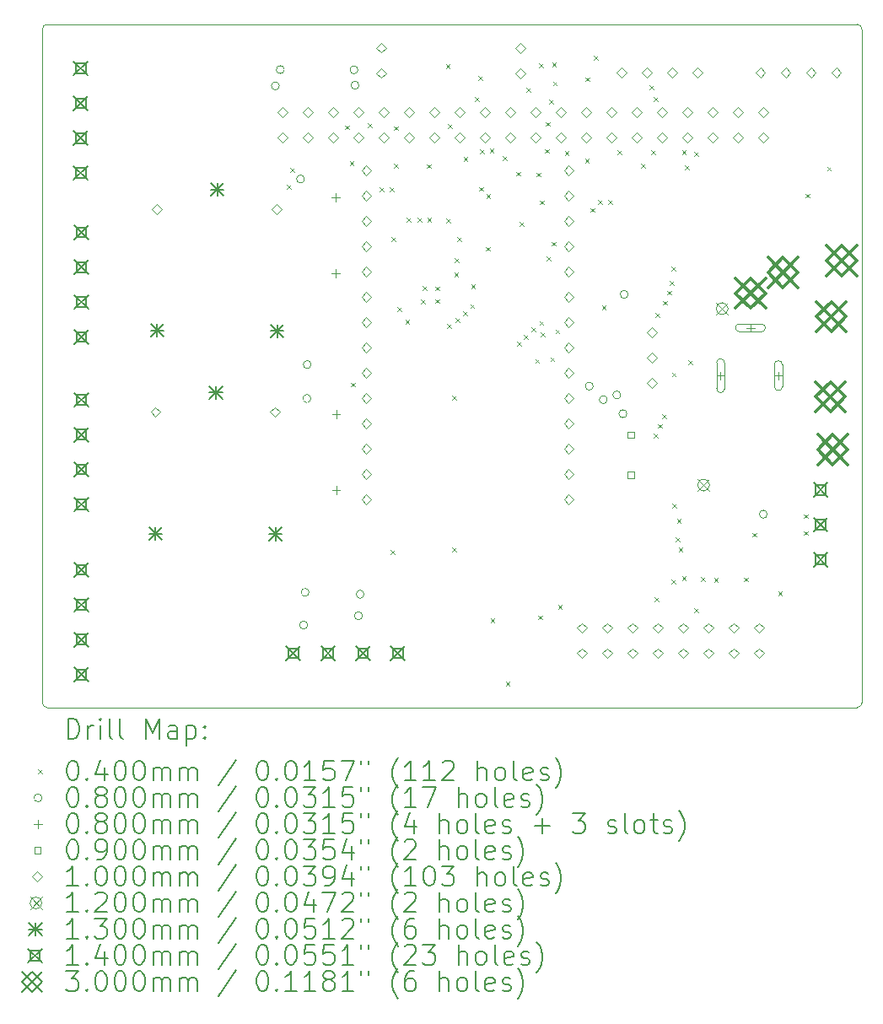
<source format=gbr>
%TF.GenerationSoftware,KiCad,Pcbnew,8.0.0*%
%TF.CreationDate,2024-03-08T00:39:27-06:00*%
%TF.ProjectId,mn_wild_siren_v2p0,6d6e5f77-696c-4645-9f73-6972656e5f76,rev?*%
%TF.SameCoordinates,Original*%
%TF.FileFunction,Drillmap*%
%TF.FilePolarity,Positive*%
%FSLAX45Y45*%
G04 Gerber Fmt 4.5, Leading zero omitted, Abs format (unit mm)*
G04 Created by KiCad (PCBNEW 8.0.0) date 2024-03-08 00:39:27*
%MOMM*%
%LPD*%
G01*
G04 APERTURE LIST*
%ADD10C,0.050000*%
%ADD11C,0.200000*%
%ADD12C,0.100000*%
%ADD13C,0.120000*%
%ADD14C,0.130000*%
%ADD15C,0.140000*%
%ADD16C,0.300000*%
G04 APERTURE END LIST*
D10*
X24431230Y-13536230D02*
G75*
G02*
X24379230Y-13588230I-52001J0D01*
G01*
X24430230Y-6782770D02*
X24431230Y-13536230D01*
X16200000Y-13537000D02*
X16199769Y-6782770D01*
X24379230Y-13588230D02*
X16252000Y-13589000D01*
X16252000Y-13589000D02*
G75*
G02*
X16200000Y-13537000I0J52000D01*
G01*
X16251770Y-6730769D02*
X24378230Y-6730769D01*
X16199769Y-6782770D02*
G75*
G02*
X16251770Y-6730769I52001J0D01*
G01*
X24378230Y-6730769D02*
G75*
G02*
X24430230Y-6782770I0J-52001D01*
G01*
D11*
D12*
X18654421Y-8343002D02*
X18694421Y-8383002D01*
X18694421Y-8343002D02*
X18654421Y-8383002D01*
X18691961Y-8175542D02*
X18731961Y-8215542D01*
X18731961Y-8175542D02*
X18691961Y-8215542D01*
X19239500Y-7745000D02*
X19279500Y-7785000D01*
X19279500Y-7745000D02*
X19239500Y-7785000D01*
X19286500Y-8107500D02*
X19326500Y-8147500D01*
X19326500Y-8107500D02*
X19286500Y-8147500D01*
X19298000Y-10328000D02*
X19338000Y-10368000D01*
X19338000Y-10328000D02*
X19298000Y-10368000D01*
X19469000Y-7727000D02*
X19509000Y-7767000D01*
X19509000Y-7727000D02*
X19469000Y-7767000D01*
X19587320Y-8369210D02*
X19627320Y-8409210D01*
X19627320Y-8369210D02*
X19587320Y-8409210D01*
X19690584Y-8369032D02*
X19730584Y-8409032D01*
X19730584Y-8369032D02*
X19690584Y-8409032D01*
X19696000Y-12011000D02*
X19736000Y-12051000D01*
X19736000Y-12011000D02*
X19696000Y-12051000D01*
X19706175Y-8866925D02*
X19746175Y-8906925D01*
X19746175Y-8866925D02*
X19706175Y-8906925D01*
X19731000Y-7754000D02*
X19771000Y-7794000D01*
X19771000Y-7754000D02*
X19731000Y-7794000D01*
X19733000Y-8128785D02*
X19773000Y-8168785D01*
X19773000Y-8128785D02*
X19733000Y-8168785D01*
X19766595Y-9567595D02*
X19806595Y-9607595D01*
X19806595Y-9567595D02*
X19766595Y-9607595D01*
X19846087Y-9694827D02*
X19886087Y-9734827D01*
X19886087Y-9694827D02*
X19846087Y-9734827D01*
X19861000Y-8676000D02*
X19901000Y-8716000D01*
X19901000Y-8676000D02*
X19861000Y-8716000D01*
X19966000Y-8676000D02*
X20006000Y-8716000D01*
X20006000Y-8676000D02*
X19966000Y-8716000D01*
X20000280Y-9492300D02*
X20040280Y-9532300D01*
X20040280Y-9492300D02*
X20000280Y-9532300D01*
X20020600Y-9357680D02*
X20060600Y-9397680D01*
X20060600Y-9357680D02*
X20020600Y-9397680D01*
X20060705Y-8136105D02*
X20100705Y-8176105D01*
X20100705Y-8136105D02*
X20060705Y-8176105D01*
X20065850Y-8670529D02*
X20105850Y-8710529D01*
X20105850Y-8670529D02*
X20065850Y-8710529D01*
X20145060Y-9362760D02*
X20185060Y-9402760D01*
X20185060Y-9362760D02*
X20145060Y-9402760D01*
X20145060Y-9489760D02*
X20185060Y-9529760D01*
X20185060Y-9489760D02*
X20145060Y-9529760D01*
X20253000Y-7135000D02*
X20293000Y-7175000D01*
X20293000Y-7135000D02*
X20253000Y-7175000D01*
X20253258Y-8680828D02*
X20293258Y-8720828D01*
X20293258Y-8680828D02*
X20253258Y-8720828D01*
X20264943Y-9737062D02*
X20304943Y-9777062D01*
X20304943Y-9737062D02*
X20264943Y-9777062D01*
X20273000Y-7731000D02*
X20313000Y-7771000D01*
X20313000Y-7731000D02*
X20273000Y-7771000D01*
X20316290Y-10456715D02*
X20356290Y-10496715D01*
X20356290Y-10456715D02*
X20316290Y-10496715D01*
X20316290Y-11985000D02*
X20356290Y-12025000D01*
X20356290Y-11985000D02*
X20316290Y-12025000D01*
X20337443Y-9225100D02*
X20377443Y-9265100D01*
X20377443Y-9225100D02*
X20337443Y-9265100D01*
X20338000Y-9079220D02*
X20378000Y-9119220D01*
X20378000Y-9079220D02*
X20338000Y-9119220D01*
X20351754Y-9679676D02*
X20391754Y-9719676D01*
X20391754Y-9679676D02*
X20351754Y-9719676D01*
X20364500Y-8865500D02*
X20404500Y-8905500D01*
X20404500Y-8865500D02*
X20364500Y-8905500D01*
X20427606Y-9614511D02*
X20467606Y-9654511D01*
X20467606Y-9614511D02*
X20427606Y-9654511D01*
X20429076Y-8062215D02*
X20469076Y-8102215D01*
X20469076Y-8062215D02*
X20429076Y-8102215D01*
X20498317Y-9539900D02*
X20538317Y-9579900D01*
X20538317Y-9539900D02*
X20498317Y-9579900D01*
X20505381Y-9342548D02*
X20545381Y-9382548D01*
X20545381Y-9342548D02*
X20505381Y-9382548D01*
X20541300Y-7462840D02*
X20581300Y-7502840D01*
X20581300Y-7462840D02*
X20541300Y-7502840D01*
X20577000Y-7249000D02*
X20617000Y-7289000D01*
X20617000Y-7249000D02*
X20577000Y-7289000D01*
X20587264Y-8364296D02*
X20627264Y-8404296D01*
X20627264Y-8364296D02*
X20587264Y-8404296D01*
X20592113Y-7988741D02*
X20632113Y-8028741D01*
X20632113Y-7988741D02*
X20592113Y-8028741D01*
X20655410Y-8966330D02*
X20695410Y-9006330D01*
X20695410Y-8966330D02*
X20655410Y-9006330D01*
X20658984Y-8436016D02*
X20698984Y-8476016D01*
X20698984Y-8436016D02*
X20658984Y-8476016D01*
X20692727Y-7977248D02*
X20732727Y-8017248D01*
X20732727Y-7977248D02*
X20692727Y-8017248D01*
X20700050Y-12692430D02*
X20740050Y-12732430D01*
X20740050Y-12692430D02*
X20700050Y-12732430D01*
X20824993Y-8052560D02*
X20864993Y-8092560D01*
X20864993Y-8052560D02*
X20824993Y-8092560D01*
X20853720Y-13332780D02*
X20893720Y-13372780D01*
X20893720Y-13332780D02*
X20853720Y-13372780D01*
X20956140Y-8211246D02*
X20996140Y-8251246D01*
X20996140Y-8211246D02*
X20956140Y-8251246D01*
X20964287Y-9919287D02*
X21004287Y-9959287D01*
X21004287Y-9919287D02*
X20964287Y-9959287D01*
X20989689Y-8713711D02*
X21029689Y-8753711D01*
X21029689Y-8713711D02*
X20989689Y-8753711D01*
X21036787Y-9848576D02*
X21076787Y-9888576D01*
X21076787Y-9848576D02*
X21036787Y-9888576D01*
X21063160Y-7370976D02*
X21103160Y-7410976D01*
X21103160Y-7370976D02*
X21063160Y-7410976D01*
X21108205Y-9775369D02*
X21148205Y-9815369D01*
X21148205Y-9775369D02*
X21108205Y-9815369D01*
X21150208Y-10090227D02*
X21190208Y-10130227D01*
X21190208Y-10090227D02*
X21150208Y-10130227D01*
X21163790Y-8219950D02*
X21203790Y-8259950D01*
X21203790Y-8219950D02*
X21163790Y-8259950D01*
X21180000Y-12664000D02*
X21220000Y-12704000D01*
X21220000Y-12664000D02*
X21180000Y-12704000D01*
X21189000Y-7125020D02*
X21229000Y-7165020D01*
X21229000Y-7125020D02*
X21189000Y-7165020D01*
X21192000Y-9711000D02*
X21232000Y-9751000D01*
X21232000Y-9711000D02*
X21192000Y-9751000D01*
X21196690Y-8499866D02*
X21236690Y-8539866D01*
X21236690Y-8499866D02*
X21196690Y-8539866D01*
X21205000Y-9827000D02*
X21245000Y-9867000D01*
X21245000Y-9827000D02*
X21205000Y-9867000D01*
X21248000Y-7983000D02*
X21288000Y-8023000D01*
X21288000Y-7983000D02*
X21248000Y-8023000D01*
X21252500Y-7711500D02*
X21292500Y-7751500D01*
X21292500Y-7711500D02*
X21252500Y-7751500D01*
X21265200Y-9060500D02*
X21305200Y-9100500D01*
X21305200Y-9060500D02*
X21265200Y-9100500D01*
X21290827Y-7487290D02*
X21330827Y-7527290D01*
X21330827Y-7487290D02*
X21290827Y-7527290D01*
X21300735Y-10073265D02*
X21340735Y-10113265D01*
X21340735Y-10073265D02*
X21300735Y-10113265D01*
X21313235Y-8914335D02*
X21353235Y-8954335D01*
X21353235Y-8914335D02*
X21313235Y-8954335D01*
X21318000Y-7115000D02*
X21358000Y-7155000D01*
X21358000Y-7115000D02*
X21318000Y-7155000D01*
X21327262Y-7305648D02*
X21367262Y-7345648D01*
X21367262Y-7305648D02*
X21327262Y-7345648D01*
X21352992Y-9795852D02*
X21392992Y-9835852D01*
X21392992Y-9795852D02*
X21352992Y-9835852D01*
X21378000Y-12561000D02*
X21418000Y-12601000D01*
X21418000Y-12561000D02*
X21378000Y-12601000D01*
X21446000Y-8002000D02*
X21486000Y-8042000D01*
X21486000Y-8002000D02*
X21446000Y-8042000D01*
X21648000Y-8080000D02*
X21688000Y-8120000D01*
X21688000Y-8080000D02*
X21648000Y-8120000D01*
X21651500Y-7264500D02*
X21691500Y-7304500D01*
X21691500Y-7264500D02*
X21651500Y-7304500D01*
X21706500Y-8575186D02*
X21746500Y-8615186D01*
X21746500Y-8575186D02*
X21706500Y-8615186D01*
X21738209Y-7048251D02*
X21778209Y-7088251D01*
X21778209Y-7048251D02*
X21738209Y-7088251D01*
X21780000Y-8496500D02*
X21820000Y-8536500D01*
X21820000Y-8496500D02*
X21780000Y-8536500D01*
X21818920Y-9550720D02*
X21858920Y-9590720D01*
X21858920Y-9550720D02*
X21818920Y-9590720D01*
X21880000Y-8496500D02*
X21920000Y-8536500D01*
X21920000Y-8496500D02*
X21880000Y-8536500D01*
X21975020Y-7993455D02*
X22015020Y-8033455D01*
X22015020Y-7993455D02*
X21975020Y-8033455D01*
X22210020Y-8134068D02*
X22250020Y-8174068D01*
X22250020Y-8134068D02*
X22210020Y-8174068D01*
X22294633Y-7343913D02*
X22334633Y-7383913D01*
X22334633Y-7343913D02*
X22294633Y-7383913D01*
X22313000Y-7993000D02*
X22353000Y-8033000D01*
X22353000Y-7993000D02*
X22313000Y-8033000D01*
X22337000Y-10841777D02*
X22377000Y-10881777D01*
X22377000Y-10841777D02*
X22337000Y-10881777D01*
X22339400Y-7464687D02*
X22379400Y-7504687D01*
X22379400Y-7464687D02*
X22339400Y-7504687D01*
X22349387Y-12480953D02*
X22389387Y-12520953D01*
X22389387Y-12480953D02*
X22349387Y-12520953D01*
X22352770Y-9629231D02*
X22392769Y-9669231D01*
X22392769Y-9629231D02*
X22352770Y-9669231D01*
X22382000Y-10742601D02*
X22422000Y-10782601D01*
X22422000Y-10742601D02*
X22382000Y-10782601D01*
X22421735Y-10643735D02*
X22461735Y-10683735D01*
X22461735Y-10643735D02*
X22421735Y-10683735D01*
X22434879Y-9506279D02*
X22474879Y-9546279D01*
X22474879Y-9506279D02*
X22434879Y-9546279D01*
X22471929Y-9405588D02*
X22511929Y-9445588D01*
X22511929Y-9405588D02*
X22471929Y-9445588D01*
X22501600Y-9310091D02*
X22541600Y-9350091D01*
X22541600Y-9310091D02*
X22501600Y-9350091D01*
X22514000Y-9163000D02*
X22554000Y-9203000D01*
X22554000Y-9163000D02*
X22514000Y-9203000D01*
X22519000Y-12305000D02*
X22559000Y-12345000D01*
X22559000Y-12305000D02*
X22519000Y-12345000D01*
X22521000Y-10226360D02*
X22561000Y-10266360D01*
X22561000Y-10226360D02*
X22521000Y-10266360D01*
X22527000Y-11542520D02*
X22567000Y-11582520D01*
X22567000Y-11542520D02*
X22527000Y-11582520D01*
X22561000Y-11884000D02*
X22601000Y-11924000D01*
X22601000Y-11884000D02*
X22561000Y-11924000D01*
X22572610Y-11696897D02*
X22612610Y-11736897D01*
X22612610Y-11696897D02*
X22572610Y-11736897D01*
X22588540Y-11984040D02*
X22628540Y-12024040D01*
X22628540Y-11984040D02*
X22588540Y-12024040D01*
X22622000Y-12273000D02*
X22662000Y-12313000D01*
X22662000Y-12273000D02*
X22622000Y-12313000D01*
X22623000Y-7997000D02*
X22663000Y-8037000D01*
X22663000Y-7997000D02*
X22623000Y-8037000D01*
X22650000Y-8147000D02*
X22690000Y-8187000D01*
X22690000Y-8147000D02*
X22650000Y-8187000D01*
X22688737Y-10101720D02*
X22728737Y-10141720D01*
X22728737Y-10101720D02*
X22688737Y-10141720D01*
X22743000Y-12594000D02*
X22783000Y-12634000D01*
X22783000Y-12594000D02*
X22743000Y-12634000D01*
X22746830Y-8014170D02*
X22786830Y-8054170D01*
X22786830Y-8014170D02*
X22746830Y-8054170D01*
X22811000Y-12280000D02*
X22851000Y-12320000D01*
X22851000Y-12280000D02*
X22811000Y-12320000D01*
X22944000Y-12289000D02*
X22984000Y-12329000D01*
X22984000Y-12289000D02*
X22944000Y-12329000D01*
X23246400Y-12283760D02*
X23286400Y-12323760D01*
X23286400Y-12283760D02*
X23246400Y-12323760D01*
X23327000Y-11836000D02*
X23367000Y-11876000D01*
X23367000Y-11836000D02*
X23327000Y-11876000D01*
X23588000Y-12422000D02*
X23628000Y-12462000D01*
X23628000Y-12422000D02*
X23588000Y-12462000D01*
X23844978Y-11649500D02*
X23884978Y-11689500D01*
X23884978Y-11649500D02*
X23844978Y-11689500D01*
X23845729Y-11819500D02*
X23885729Y-11859500D01*
X23885729Y-11819500D02*
X23845729Y-11859500D01*
X23864000Y-8432000D02*
X23904000Y-8472000D01*
X23904000Y-8432000D02*
X23864000Y-8472000D01*
X24078000Y-8160000D02*
X24118000Y-8200000D01*
X24118000Y-8160000D02*
X24078000Y-8200000D01*
X18580000Y-7349000D02*
G75*
G02*
X18500000Y-7349000I-40000J0D01*
G01*
X18500000Y-7349000D02*
G75*
G02*
X18580000Y-7349000I40000J0D01*
G01*
X18629500Y-7186500D02*
G75*
G02*
X18549500Y-7186500I-40000J0D01*
G01*
X18549500Y-7186500D02*
G75*
G02*
X18629500Y-7186500I40000J0D01*
G01*
X18832500Y-8284500D02*
G75*
G02*
X18752500Y-8284500I-40000J0D01*
G01*
X18752500Y-8284500D02*
G75*
G02*
X18832500Y-8284500I40000J0D01*
G01*
X18864000Y-12762000D02*
G75*
G02*
X18784000Y-12762000I-40000J0D01*
G01*
X18784000Y-12762000D02*
G75*
G02*
X18864000Y-12762000I40000J0D01*
G01*
X18879180Y-12433300D02*
G75*
G02*
X18799180Y-12433300I-40000J0D01*
G01*
X18799180Y-12433300D02*
G75*
G02*
X18879180Y-12433300I40000J0D01*
G01*
X18897000Y-10488000D02*
G75*
G02*
X18817000Y-10488000I-40000J0D01*
G01*
X18817000Y-10488000D02*
G75*
G02*
X18897000Y-10488000I40000J0D01*
G01*
X18900000Y-10146000D02*
G75*
G02*
X18820000Y-10146000I-40000J0D01*
G01*
X18820000Y-10146000D02*
G75*
G02*
X18900000Y-10146000I40000J0D01*
G01*
X19369500Y-7188500D02*
G75*
G02*
X19289500Y-7188500I-40000J0D01*
G01*
X19289500Y-7188500D02*
G75*
G02*
X19369500Y-7188500I40000J0D01*
G01*
X19379500Y-7343500D02*
G75*
G02*
X19299500Y-7343500I-40000J0D01*
G01*
X19299500Y-7343500D02*
G75*
G02*
X19379500Y-7343500I40000J0D01*
G01*
X19415000Y-12668000D02*
G75*
G02*
X19335000Y-12668000I-40000J0D01*
G01*
X19335000Y-12668000D02*
G75*
G02*
X19415000Y-12668000I40000J0D01*
G01*
X19431630Y-12452350D02*
G75*
G02*
X19351630Y-12452350I-40000J0D01*
G01*
X19351630Y-12452350D02*
G75*
G02*
X19431630Y-12452350I40000J0D01*
G01*
X21731600Y-10363200D02*
G75*
G02*
X21651600Y-10363200I-40000J0D01*
G01*
X21651600Y-10363200D02*
G75*
G02*
X21731600Y-10363200I40000J0D01*
G01*
X21873000Y-10499000D02*
G75*
G02*
X21793000Y-10499000I-40000J0D01*
G01*
X21793000Y-10499000D02*
G75*
G02*
X21873000Y-10499000I40000J0D01*
G01*
X22008400Y-10451400D02*
G75*
G02*
X21928400Y-10451400I-40000J0D01*
G01*
X21928400Y-10451400D02*
G75*
G02*
X22008400Y-10451400I40000J0D01*
G01*
X22070000Y-10640000D02*
G75*
G02*
X21990000Y-10640000I-40000J0D01*
G01*
X21990000Y-10640000D02*
G75*
G02*
X22070000Y-10640000I40000J0D01*
G01*
X22082120Y-9441180D02*
G75*
G02*
X22002120Y-9441180I-40000J0D01*
G01*
X22002120Y-9441180D02*
G75*
G02*
X22082120Y-9441180I40000J0D01*
G01*
X23479120Y-11648440D02*
G75*
G02*
X23399120Y-11648440I-40000J0D01*
G01*
X23399120Y-11648440D02*
G75*
G02*
X23479120Y-11648440I40000J0D01*
G01*
X19145000Y-8429000D02*
X19145000Y-8509000D01*
X19105000Y-8469000D02*
X19185000Y-8469000D01*
X19145000Y-9191000D02*
X19145000Y-9271000D01*
X19105000Y-9231000D02*
X19185000Y-9231000D01*
X19151000Y-10603000D02*
X19151000Y-10683000D01*
X19111000Y-10643000D02*
X19191000Y-10643000D01*
X19151000Y-11365000D02*
X19151000Y-11445000D01*
X19111000Y-11405000D02*
X19191000Y-11405000D01*
X23010000Y-10218000D02*
X23010000Y-10298000D01*
X22970000Y-10258000D02*
X23050000Y-10258000D01*
X23050000Y-10388000D02*
X23050000Y-10128000D01*
X22970000Y-10128000D02*
G75*
G02*
X23050000Y-10128000I40000J0D01*
G01*
X22970000Y-10128000D02*
X22970000Y-10388000D01*
X22970000Y-10388000D02*
G75*
G03*
X23050000Y-10388000I40000J0D01*
G01*
X23310000Y-9738000D02*
X23310000Y-9818000D01*
X23270000Y-9778000D02*
X23350000Y-9778000D01*
X23420000Y-9738000D02*
X23200000Y-9738000D01*
X23200000Y-9818000D02*
G75*
G02*
X23200000Y-9738000I0J40000D01*
G01*
X23200000Y-9818000D02*
X23420000Y-9818000D01*
X23420000Y-9818000D02*
G75*
G03*
X23420000Y-9738000I0J40000D01*
G01*
X23590000Y-10218000D02*
X23590000Y-10298000D01*
X23550000Y-10258000D02*
X23630000Y-10258000D01*
X23630000Y-10368000D02*
X23630000Y-10148000D01*
X23550000Y-10148000D02*
G75*
G02*
X23630000Y-10148000I40000J0D01*
G01*
X23550000Y-10148000D02*
X23550000Y-10368000D01*
X23550000Y-10368000D02*
G75*
G03*
X23630000Y-10368000I40000J0D01*
G01*
X22142820Y-10885820D02*
X22142820Y-10822180D01*
X22079180Y-10822180D01*
X22079180Y-10885820D01*
X22142820Y-10885820D01*
X22142820Y-11285820D02*
X22142820Y-11222180D01*
X22079180Y-11222180D01*
X22079180Y-11285820D01*
X22142820Y-11285820D01*
X17338000Y-10673000D02*
X17388000Y-10623000D01*
X17338000Y-10573000D01*
X17288000Y-10623000D01*
X17338000Y-10673000D01*
X17352800Y-8634400D02*
X17402800Y-8584400D01*
X17352800Y-8534400D01*
X17302800Y-8584400D01*
X17352800Y-8634400D01*
X18538000Y-10673000D02*
X18588000Y-10623000D01*
X18538000Y-10573000D01*
X18488000Y-10623000D01*
X18538000Y-10673000D01*
X18552800Y-8634400D02*
X18602800Y-8584400D01*
X18552800Y-8534400D01*
X18502800Y-8584400D01*
X18552800Y-8634400D01*
X18615000Y-7664000D02*
X18665000Y-7614000D01*
X18615000Y-7564000D01*
X18565000Y-7614000D01*
X18615000Y-7664000D01*
X18615000Y-7918000D02*
X18665000Y-7868000D01*
X18615000Y-7818000D01*
X18565000Y-7868000D01*
X18615000Y-7918000D01*
X18869000Y-7664000D02*
X18919000Y-7614000D01*
X18869000Y-7564000D01*
X18819000Y-7614000D01*
X18869000Y-7664000D01*
X18869000Y-7918000D02*
X18919000Y-7868000D01*
X18869000Y-7818000D01*
X18819000Y-7868000D01*
X18869000Y-7918000D01*
X19123000Y-7664000D02*
X19173000Y-7614000D01*
X19123000Y-7564000D01*
X19073000Y-7614000D01*
X19123000Y-7664000D01*
X19123000Y-7918000D02*
X19173000Y-7868000D01*
X19123000Y-7818000D01*
X19073000Y-7868000D01*
X19123000Y-7918000D01*
X19377000Y-7664000D02*
X19427000Y-7614000D01*
X19377000Y-7564000D01*
X19327000Y-7614000D01*
X19377000Y-7664000D01*
X19377000Y-7918000D02*
X19427000Y-7868000D01*
X19377000Y-7818000D01*
X19327000Y-7868000D01*
X19377000Y-7918000D01*
X19454370Y-8246710D02*
X19504370Y-8196710D01*
X19454370Y-8146710D01*
X19404370Y-8196710D01*
X19454370Y-8246710D01*
X19454370Y-8500710D02*
X19504370Y-8450710D01*
X19454370Y-8400710D01*
X19404370Y-8450710D01*
X19454370Y-8500710D01*
X19454370Y-8754710D02*
X19504370Y-8704710D01*
X19454370Y-8654710D01*
X19404370Y-8704710D01*
X19454370Y-8754710D01*
X19454370Y-9008710D02*
X19504370Y-8958710D01*
X19454370Y-8908710D01*
X19404370Y-8958710D01*
X19454370Y-9008710D01*
X19454370Y-9262710D02*
X19504370Y-9212710D01*
X19454370Y-9162710D01*
X19404370Y-9212710D01*
X19454370Y-9262710D01*
X19454370Y-9516710D02*
X19504370Y-9466710D01*
X19454370Y-9416710D01*
X19404370Y-9466710D01*
X19454370Y-9516710D01*
X19454370Y-9770710D02*
X19504370Y-9720710D01*
X19454370Y-9670710D01*
X19404370Y-9720710D01*
X19454370Y-9770710D01*
X19454370Y-10024710D02*
X19504370Y-9974710D01*
X19454370Y-9924710D01*
X19404370Y-9974710D01*
X19454370Y-10024710D01*
X19454370Y-10278710D02*
X19504370Y-10228710D01*
X19454370Y-10178710D01*
X19404370Y-10228710D01*
X19454370Y-10278710D01*
X19454370Y-10532710D02*
X19504370Y-10482710D01*
X19454370Y-10432710D01*
X19404370Y-10482710D01*
X19454370Y-10532710D01*
X19454370Y-10786710D02*
X19504370Y-10736710D01*
X19454370Y-10686710D01*
X19404370Y-10736710D01*
X19454370Y-10786710D01*
X19454370Y-11040710D02*
X19504370Y-10990710D01*
X19454370Y-10940710D01*
X19404370Y-10990710D01*
X19454370Y-11040710D01*
X19454370Y-11294710D02*
X19504370Y-11244710D01*
X19454370Y-11194710D01*
X19404370Y-11244710D01*
X19454370Y-11294710D01*
X19454370Y-11548710D02*
X19504370Y-11498710D01*
X19454370Y-11448710D01*
X19404370Y-11498710D01*
X19454370Y-11548710D01*
X19605000Y-7016500D02*
X19655000Y-6966500D01*
X19605000Y-6916500D01*
X19555000Y-6966500D01*
X19605000Y-7016500D01*
X19605000Y-7270500D02*
X19655000Y-7220500D01*
X19605000Y-7170500D01*
X19555000Y-7220500D01*
X19605000Y-7270500D01*
X19631000Y-7664000D02*
X19681000Y-7614000D01*
X19631000Y-7564000D01*
X19581000Y-7614000D01*
X19631000Y-7664000D01*
X19631000Y-7918000D02*
X19681000Y-7868000D01*
X19631000Y-7818000D01*
X19581000Y-7868000D01*
X19631000Y-7918000D01*
X19885000Y-7664000D02*
X19935000Y-7614000D01*
X19885000Y-7564000D01*
X19835000Y-7614000D01*
X19885000Y-7664000D01*
X19885000Y-7918000D02*
X19935000Y-7868000D01*
X19885000Y-7818000D01*
X19835000Y-7868000D01*
X19885000Y-7918000D01*
X20139000Y-7664000D02*
X20189000Y-7614000D01*
X20139000Y-7564000D01*
X20089000Y-7614000D01*
X20139000Y-7664000D01*
X20139000Y-7918000D02*
X20189000Y-7868000D01*
X20139000Y-7818000D01*
X20089000Y-7868000D01*
X20139000Y-7918000D01*
X20393000Y-7664000D02*
X20443000Y-7614000D01*
X20393000Y-7564000D01*
X20343000Y-7614000D01*
X20393000Y-7664000D01*
X20393000Y-7918000D02*
X20443000Y-7868000D01*
X20393000Y-7818000D01*
X20343000Y-7868000D01*
X20393000Y-7918000D01*
X20647000Y-7664000D02*
X20697000Y-7614000D01*
X20647000Y-7564000D01*
X20597000Y-7614000D01*
X20647000Y-7664000D01*
X20647000Y-7918000D02*
X20697000Y-7868000D01*
X20647000Y-7818000D01*
X20597000Y-7868000D01*
X20647000Y-7918000D01*
X20901000Y-7664000D02*
X20951000Y-7614000D01*
X20901000Y-7564000D01*
X20851000Y-7614000D01*
X20901000Y-7664000D01*
X20901000Y-7918000D02*
X20951000Y-7868000D01*
X20901000Y-7818000D01*
X20851000Y-7868000D01*
X20901000Y-7918000D01*
X21000000Y-7023000D02*
X21050000Y-6973000D01*
X21000000Y-6923000D01*
X20950000Y-6973000D01*
X21000000Y-7023000D01*
X21000000Y-7277000D02*
X21050000Y-7227000D01*
X21000000Y-7177000D01*
X20950000Y-7227000D01*
X21000000Y-7277000D01*
X21155000Y-7664000D02*
X21205000Y-7614000D01*
X21155000Y-7564000D01*
X21105000Y-7614000D01*
X21155000Y-7664000D01*
X21155000Y-7918000D02*
X21205000Y-7868000D01*
X21155000Y-7818000D01*
X21105000Y-7868000D01*
X21155000Y-7918000D01*
X21409000Y-7664000D02*
X21459000Y-7614000D01*
X21409000Y-7564000D01*
X21359000Y-7614000D01*
X21409000Y-7664000D01*
X21409000Y-7918000D02*
X21459000Y-7868000D01*
X21409000Y-7818000D01*
X21359000Y-7868000D01*
X21409000Y-7918000D01*
X21486370Y-8246710D02*
X21536370Y-8196710D01*
X21486370Y-8146710D01*
X21436370Y-8196710D01*
X21486370Y-8246710D01*
X21486370Y-8500710D02*
X21536370Y-8450710D01*
X21486370Y-8400710D01*
X21436370Y-8450710D01*
X21486370Y-8500710D01*
X21486370Y-8754710D02*
X21536370Y-8704710D01*
X21486370Y-8654710D01*
X21436370Y-8704710D01*
X21486370Y-8754710D01*
X21486370Y-9008710D02*
X21536370Y-8958710D01*
X21486370Y-8908710D01*
X21436370Y-8958710D01*
X21486370Y-9008710D01*
X21486370Y-9262710D02*
X21536370Y-9212710D01*
X21486370Y-9162710D01*
X21436370Y-9212710D01*
X21486370Y-9262710D01*
X21486370Y-9516710D02*
X21536370Y-9466710D01*
X21486370Y-9416710D01*
X21436370Y-9466710D01*
X21486370Y-9516710D01*
X21486370Y-9770710D02*
X21536370Y-9720710D01*
X21486370Y-9670710D01*
X21436370Y-9720710D01*
X21486370Y-9770710D01*
X21486370Y-10024710D02*
X21536370Y-9974710D01*
X21486370Y-9924710D01*
X21436370Y-9974710D01*
X21486370Y-10024710D01*
X21486370Y-10278710D02*
X21536370Y-10228710D01*
X21486370Y-10178710D01*
X21436370Y-10228710D01*
X21486370Y-10278710D01*
X21486370Y-10532710D02*
X21536370Y-10482710D01*
X21486370Y-10432710D01*
X21436370Y-10482710D01*
X21486370Y-10532710D01*
X21486370Y-10786710D02*
X21536370Y-10736710D01*
X21486370Y-10686710D01*
X21436370Y-10736710D01*
X21486370Y-10786710D01*
X21486370Y-11040710D02*
X21536370Y-10990710D01*
X21486370Y-10940710D01*
X21436370Y-10990710D01*
X21486370Y-11040710D01*
X21486370Y-11294710D02*
X21536370Y-11244710D01*
X21486370Y-11194710D01*
X21436370Y-11244710D01*
X21486370Y-11294710D01*
X21486370Y-11548710D02*
X21536370Y-11498710D01*
X21486370Y-11448710D01*
X21436370Y-11498710D01*
X21486370Y-11548710D01*
X21615500Y-12840500D02*
X21665500Y-12790500D01*
X21615500Y-12740500D01*
X21565500Y-12790500D01*
X21615500Y-12840500D01*
X21615500Y-13094500D02*
X21665500Y-13044500D01*
X21615500Y-12994500D01*
X21565500Y-13044500D01*
X21615500Y-13094500D01*
X21663000Y-7664000D02*
X21713000Y-7614000D01*
X21663000Y-7564000D01*
X21613000Y-7614000D01*
X21663000Y-7664000D01*
X21663000Y-7918000D02*
X21713000Y-7868000D01*
X21663000Y-7818000D01*
X21613000Y-7868000D01*
X21663000Y-7918000D01*
X21869500Y-12840500D02*
X21919500Y-12790500D01*
X21869500Y-12740500D01*
X21819500Y-12790500D01*
X21869500Y-12840500D01*
X21869500Y-13094500D02*
X21919500Y-13044500D01*
X21869500Y-12994500D01*
X21819500Y-13044500D01*
X21869500Y-13094500D01*
X21917000Y-7664000D02*
X21967000Y-7614000D01*
X21917000Y-7564000D01*
X21867000Y-7614000D01*
X21917000Y-7664000D01*
X21917000Y-7918000D02*
X21967000Y-7868000D01*
X21917000Y-7818000D01*
X21867000Y-7868000D01*
X21917000Y-7918000D01*
X22012750Y-7263500D02*
X22062750Y-7213500D01*
X22012750Y-7163500D01*
X21962750Y-7213500D01*
X22012750Y-7263500D01*
X22123500Y-12840500D02*
X22173500Y-12790500D01*
X22123500Y-12740500D01*
X22073500Y-12790500D01*
X22123500Y-12840500D01*
X22123500Y-13094500D02*
X22173500Y-13044500D01*
X22123500Y-12994500D01*
X22073500Y-13044500D01*
X22123500Y-13094500D01*
X22171000Y-7664000D02*
X22221000Y-7614000D01*
X22171000Y-7564000D01*
X22121000Y-7614000D01*
X22171000Y-7664000D01*
X22171000Y-7918000D02*
X22221000Y-7868000D01*
X22171000Y-7818000D01*
X22121000Y-7868000D01*
X22171000Y-7918000D01*
X22266750Y-7263500D02*
X22316750Y-7213500D01*
X22266750Y-7163500D01*
X22216750Y-7213500D01*
X22266750Y-7263500D01*
X22318980Y-9874720D02*
X22368980Y-9824720D01*
X22318980Y-9774720D01*
X22268980Y-9824720D01*
X22318980Y-9874720D01*
X22318980Y-10128720D02*
X22368980Y-10078720D01*
X22318980Y-10028720D01*
X22268980Y-10078720D01*
X22318980Y-10128720D01*
X22318980Y-10382720D02*
X22368980Y-10332720D01*
X22318980Y-10282720D01*
X22268980Y-10332720D01*
X22318980Y-10382720D01*
X22377500Y-12840500D02*
X22427500Y-12790500D01*
X22377500Y-12740500D01*
X22327500Y-12790500D01*
X22377500Y-12840500D01*
X22377500Y-13094500D02*
X22427500Y-13044500D01*
X22377500Y-12994500D01*
X22327500Y-13044500D01*
X22377500Y-13094500D01*
X22425000Y-7664000D02*
X22475000Y-7614000D01*
X22425000Y-7564000D01*
X22375000Y-7614000D01*
X22425000Y-7664000D01*
X22425000Y-7918000D02*
X22475000Y-7868000D01*
X22425000Y-7818000D01*
X22375000Y-7868000D01*
X22425000Y-7918000D01*
X22520750Y-7263500D02*
X22570750Y-7213500D01*
X22520750Y-7163500D01*
X22470750Y-7213500D01*
X22520750Y-7263500D01*
X22631500Y-12840500D02*
X22681500Y-12790500D01*
X22631500Y-12740500D01*
X22581500Y-12790500D01*
X22631500Y-12840500D01*
X22631500Y-13094500D02*
X22681500Y-13044500D01*
X22631500Y-12994500D01*
X22581500Y-13044500D01*
X22631500Y-13094500D01*
X22679000Y-7664000D02*
X22729000Y-7614000D01*
X22679000Y-7564000D01*
X22629000Y-7614000D01*
X22679000Y-7664000D01*
X22679000Y-7918000D02*
X22729000Y-7868000D01*
X22679000Y-7818000D01*
X22629000Y-7868000D01*
X22679000Y-7918000D01*
X22774750Y-7263500D02*
X22824750Y-7213500D01*
X22774750Y-7163500D01*
X22724750Y-7213500D01*
X22774750Y-7263500D01*
X22885500Y-12840500D02*
X22935500Y-12790500D01*
X22885500Y-12740500D01*
X22835500Y-12790500D01*
X22885500Y-12840500D01*
X22885500Y-13094500D02*
X22935500Y-13044500D01*
X22885500Y-12994500D01*
X22835500Y-13044500D01*
X22885500Y-13094500D01*
X22933000Y-7664000D02*
X22983000Y-7614000D01*
X22933000Y-7564000D01*
X22883000Y-7614000D01*
X22933000Y-7664000D01*
X22933000Y-7918000D02*
X22983000Y-7868000D01*
X22933000Y-7818000D01*
X22883000Y-7868000D01*
X22933000Y-7918000D01*
X23139500Y-12840500D02*
X23189500Y-12790500D01*
X23139500Y-12740500D01*
X23089500Y-12790500D01*
X23139500Y-12840500D01*
X23139500Y-13094500D02*
X23189500Y-13044500D01*
X23139500Y-12994500D01*
X23089500Y-13044500D01*
X23139500Y-13094500D01*
X23187000Y-7664000D02*
X23237000Y-7614000D01*
X23187000Y-7564000D01*
X23137000Y-7614000D01*
X23187000Y-7664000D01*
X23187000Y-7918000D02*
X23237000Y-7868000D01*
X23187000Y-7818000D01*
X23137000Y-7868000D01*
X23187000Y-7918000D01*
X23393500Y-12840500D02*
X23443500Y-12790500D01*
X23393500Y-12740500D01*
X23343500Y-12790500D01*
X23393500Y-12840500D01*
X23393500Y-13094500D02*
X23443500Y-13044500D01*
X23393500Y-12994500D01*
X23343500Y-13044500D01*
X23393500Y-13094500D01*
X23409000Y-7265000D02*
X23459000Y-7215000D01*
X23409000Y-7165000D01*
X23359000Y-7215000D01*
X23409000Y-7265000D01*
X23441000Y-7664000D02*
X23491000Y-7614000D01*
X23441000Y-7564000D01*
X23391000Y-7614000D01*
X23441000Y-7664000D01*
X23441000Y-7918000D02*
X23491000Y-7868000D01*
X23441000Y-7818000D01*
X23391000Y-7868000D01*
X23441000Y-7918000D01*
X23663000Y-7265000D02*
X23713000Y-7215000D01*
X23663000Y-7165000D01*
X23613000Y-7215000D01*
X23663000Y-7265000D01*
X23917000Y-7265000D02*
X23967000Y-7215000D01*
X23917000Y-7165000D01*
X23867000Y-7215000D01*
X23917000Y-7265000D01*
X24171000Y-7265000D02*
X24221000Y-7215000D01*
X24171000Y-7165000D01*
X24121000Y-7215000D01*
X24171000Y-7265000D01*
D13*
X22779840Y-11296015D02*
X22899840Y-11416015D01*
X22899840Y-11296015D02*
X22779840Y-11416015D01*
X22899840Y-11356015D02*
G75*
G02*
X22779840Y-11356015I-60000J0D01*
G01*
X22779840Y-11356015D02*
G75*
G02*
X22899840Y-11356015I60000J0D01*
G01*
X22965100Y-9526000D02*
X23085100Y-9646000D01*
X23085100Y-9526000D02*
X22965100Y-9646000D01*
X23085100Y-9586000D02*
G75*
G02*
X22965100Y-9586000I-60000J0D01*
G01*
X22965100Y-9586000D02*
G75*
G02*
X23085100Y-9586000I60000J0D01*
G01*
D14*
X17273000Y-11778000D02*
X17403000Y-11908000D01*
X17403000Y-11778000D02*
X17273000Y-11908000D01*
X17338000Y-11778000D02*
X17338000Y-11908000D01*
X17273000Y-11843000D02*
X17403000Y-11843000D01*
X17287800Y-9739400D02*
X17417800Y-9869400D01*
X17417800Y-9739400D02*
X17287800Y-9869400D01*
X17352800Y-9739400D02*
X17352800Y-9869400D01*
X17287800Y-9804400D02*
X17417800Y-9804400D01*
X17878000Y-10363000D02*
X18008000Y-10493000D01*
X18008000Y-10363000D02*
X17878000Y-10493000D01*
X17943000Y-10363000D02*
X17943000Y-10493000D01*
X17878000Y-10428000D02*
X18008000Y-10428000D01*
X17892800Y-8324400D02*
X18022800Y-8454400D01*
X18022800Y-8324400D02*
X17892800Y-8454400D01*
X17957800Y-8324400D02*
X17957800Y-8454400D01*
X17892800Y-8389400D02*
X18022800Y-8389400D01*
X18478000Y-11783000D02*
X18608000Y-11913000D01*
X18608000Y-11783000D02*
X18478000Y-11913000D01*
X18543000Y-11783000D02*
X18543000Y-11913000D01*
X18478000Y-11848000D02*
X18608000Y-11848000D01*
X18492800Y-9744400D02*
X18622800Y-9874400D01*
X18622800Y-9744400D02*
X18492800Y-9874400D01*
X18557800Y-9744400D02*
X18557800Y-9874400D01*
X18492800Y-9809400D02*
X18622800Y-9809400D01*
D15*
X16516200Y-7104000D02*
X16656200Y-7244000D01*
X16656200Y-7104000D02*
X16516200Y-7244000D01*
X16635698Y-7223498D02*
X16635698Y-7124502D01*
X16536702Y-7124502D01*
X16536702Y-7223498D01*
X16635698Y-7223498D01*
X16516200Y-7454000D02*
X16656200Y-7594000D01*
X16656200Y-7454000D02*
X16516200Y-7594000D01*
X16635698Y-7573498D02*
X16635698Y-7474502D01*
X16536702Y-7474502D01*
X16536702Y-7573498D01*
X16635698Y-7573498D01*
X16516200Y-7804000D02*
X16656200Y-7944000D01*
X16656200Y-7804000D02*
X16516200Y-7944000D01*
X16635698Y-7923498D02*
X16635698Y-7824502D01*
X16536702Y-7824502D01*
X16536702Y-7923498D01*
X16635698Y-7923498D01*
X16516200Y-8154000D02*
X16656200Y-8294000D01*
X16656200Y-8154000D02*
X16516200Y-8294000D01*
X16635698Y-8273498D02*
X16635698Y-8174502D01*
X16536702Y-8174502D01*
X16536702Y-8273498D01*
X16635698Y-8273498D01*
X16524000Y-8749400D02*
X16664000Y-8889400D01*
X16664000Y-8749400D02*
X16524000Y-8889400D01*
X16643498Y-8868898D02*
X16643498Y-8769902D01*
X16544502Y-8769902D01*
X16544502Y-8868898D01*
X16643498Y-8868898D01*
X16524000Y-9099400D02*
X16664000Y-9239400D01*
X16664000Y-9099400D02*
X16524000Y-9239400D01*
X16643498Y-9218898D02*
X16643498Y-9119902D01*
X16544502Y-9119902D01*
X16544502Y-9218898D01*
X16643498Y-9218898D01*
X16524000Y-9449400D02*
X16664000Y-9589400D01*
X16664000Y-9449400D02*
X16524000Y-9589400D01*
X16643498Y-9568898D02*
X16643498Y-9469902D01*
X16544502Y-9469902D01*
X16544502Y-9568898D01*
X16643498Y-9568898D01*
X16524000Y-9799400D02*
X16664000Y-9939400D01*
X16664000Y-9799400D02*
X16524000Y-9939400D01*
X16643498Y-9918898D02*
X16643498Y-9819902D01*
X16544502Y-9819902D01*
X16544502Y-9918898D01*
X16643498Y-9918898D01*
X16524000Y-10430000D02*
X16664000Y-10570000D01*
X16664000Y-10430000D02*
X16524000Y-10570000D01*
X16643498Y-10549498D02*
X16643498Y-10450502D01*
X16544502Y-10450502D01*
X16544502Y-10549498D01*
X16643498Y-10549498D01*
X16524000Y-10780000D02*
X16664000Y-10920000D01*
X16664000Y-10780000D02*
X16524000Y-10920000D01*
X16643498Y-10899498D02*
X16643498Y-10800502D01*
X16544502Y-10800502D01*
X16544502Y-10899498D01*
X16643498Y-10899498D01*
X16524000Y-11130000D02*
X16664000Y-11270000D01*
X16664000Y-11130000D02*
X16524000Y-11270000D01*
X16643498Y-11249498D02*
X16643498Y-11150502D01*
X16544502Y-11150502D01*
X16544502Y-11249498D01*
X16643498Y-11249498D01*
X16524000Y-11480000D02*
X16664000Y-11620000D01*
X16664000Y-11480000D02*
X16524000Y-11620000D01*
X16643498Y-11599498D02*
X16643498Y-11500502D01*
X16544502Y-11500502D01*
X16544502Y-11599498D01*
X16643498Y-11599498D01*
X16524000Y-12138000D02*
X16664000Y-12278000D01*
X16664000Y-12138000D02*
X16524000Y-12278000D01*
X16643498Y-12257498D02*
X16643498Y-12158502D01*
X16544502Y-12158502D01*
X16544502Y-12257498D01*
X16643498Y-12257498D01*
X16524000Y-12488000D02*
X16664000Y-12628000D01*
X16664000Y-12488000D02*
X16524000Y-12628000D01*
X16643498Y-12607498D02*
X16643498Y-12508502D01*
X16544502Y-12508502D01*
X16544502Y-12607498D01*
X16643498Y-12607498D01*
X16524000Y-12838000D02*
X16664000Y-12978000D01*
X16664000Y-12838000D02*
X16524000Y-12978000D01*
X16643498Y-12957498D02*
X16643498Y-12858502D01*
X16544502Y-12858502D01*
X16544502Y-12957498D01*
X16643498Y-12957498D01*
X16524000Y-13188000D02*
X16664000Y-13328000D01*
X16664000Y-13188000D02*
X16524000Y-13328000D01*
X16643498Y-13307498D02*
X16643498Y-13208502D01*
X16544502Y-13208502D01*
X16544502Y-13307498D01*
X16643498Y-13307498D01*
X18650000Y-12975000D02*
X18790000Y-13115000D01*
X18790000Y-12975000D02*
X18650000Y-13115000D01*
X18769498Y-13094498D02*
X18769498Y-12995502D01*
X18670502Y-12995502D01*
X18670502Y-13094498D01*
X18769498Y-13094498D01*
X19000000Y-12975000D02*
X19140000Y-13115000D01*
X19140000Y-12975000D02*
X19000000Y-13115000D01*
X19119498Y-13094498D02*
X19119498Y-12995502D01*
X19020502Y-12995502D01*
X19020502Y-13094498D01*
X19119498Y-13094498D01*
X19350000Y-12975000D02*
X19490000Y-13115000D01*
X19490000Y-12975000D02*
X19350000Y-13115000D01*
X19469498Y-13094498D02*
X19469498Y-12995502D01*
X19370502Y-12995502D01*
X19370502Y-13094498D01*
X19469498Y-13094498D01*
X19700000Y-12975000D02*
X19840000Y-13115000D01*
X19840000Y-12975000D02*
X19700000Y-13115000D01*
X19819498Y-13094498D02*
X19819498Y-12995502D01*
X19720502Y-12995502D01*
X19720502Y-13094498D01*
X19819498Y-13094498D01*
X23945000Y-11334500D02*
X24085000Y-11474500D01*
X24085000Y-11334500D02*
X23945000Y-11474500D01*
X24064498Y-11453998D02*
X24064498Y-11355002D01*
X23965502Y-11355002D01*
X23965502Y-11453998D01*
X24064498Y-11453998D01*
X23945000Y-11684500D02*
X24085000Y-11824500D01*
X24085000Y-11684500D02*
X23945000Y-11824500D01*
X24064498Y-11803998D02*
X24064498Y-11705002D01*
X23965502Y-11705002D01*
X23965502Y-11803998D01*
X24064498Y-11803998D01*
X23945000Y-12034500D02*
X24085000Y-12174500D01*
X24085000Y-12034500D02*
X23945000Y-12174500D01*
X24064498Y-12153998D02*
X24064498Y-12055002D01*
X23965502Y-12055002D01*
X23965502Y-12153998D01*
X24064498Y-12153998D01*
D16*
X23159580Y-9281020D02*
X23459580Y-9581020D01*
X23459580Y-9281020D02*
X23159580Y-9581020D01*
X23309580Y-9581020D02*
X23459580Y-9431020D01*
X23309580Y-9281020D01*
X23159580Y-9431020D01*
X23309580Y-9581020D01*
X23485720Y-9072000D02*
X23785720Y-9372000D01*
X23785720Y-9072000D02*
X23485720Y-9372000D01*
X23635720Y-9372000D02*
X23785720Y-9222000D01*
X23635720Y-9072000D01*
X23485720Y-9222000D01*
X23635720Y-9372000D01*
X23963000Y-10320391D02*
X24263000Y-10620391D01*
X24263000Y-10320391D02*
X23963000Y-10620391D01*
X24113000Y-10620391D02*
X24263000Y-10470391D01*
X24113000Y-10320391D01*
X23963000Y-10470391D01*
X24113000Y-10620391D01*
X23972000Y-9515000D02*
X24272000Y-9815000D01*
X24272000Y-9515000D02*
X23972000Y-9815000D01*
X24122000Y-9815000D02*
X24272000Y-9665000D01*
X24122000Y-9515000D01*
X23972000Y-9665000D01*
X24122000Y-9815000D01*
X23986000Y-10849000D02*
X24286000Y-11149000D01*
X24286000Y-10849000D02*
X23986000Y-11149000D01*
X24136000Y-11149000D02*
X24286000Y-10999000D01*
X24136000Y-10849000D01*
X23986000Y-10999000D01*
X24136000Y-11149000D01*
X24075000Y-8954880D02*
X24375000Y-9254880D01*
X24375000Y-8954880D02*
X24075000Y-9254880D01*
X24225000Y-9254880D02*
X24375000Y-9104880D01*
X24225000Y-8954880D01*
X24075000Y-9104880D01*
X24225000Y-9254880D01*
D11*
X16458046Y-13902984D02*
X16458046Y-13702984D01*
X16458046Y-13702984D02*
X16505665Y-13702984D01*
X16505665Y-13702984D02*
X16534237Y-13712508D01*
X16534237Y-13712508D02*
X16553284Y-13731555D01*
X16553284Y-13731555D02*
X16562808Y-13750603D01*
X16562808Y-13750603D02*
X16572332Y-13788698D01*
X16572332Y-13788698D02*
X16572332Y-13817270D01*
X16572332Y-13817270D02*
X16562808Y-13855365D01*
X16562808Y-13855365D02*
X16553284Y-13874412D01*
X16553284Y-13874412D02*
X16534237Y-13893460D01*
X16534237Y-13893460D02*
X16505665Y-13902984D01*
X16505665Y-13902984D02*
X16458046Y-13902984D01*
X16658046Y-13902984D02*
X16658046Y-13769650D01*
X16658046Y-13807746D02*
X16667570Y-13788698D01*
X16667570Y-13788698D02*
X16677094Y-13779174D01*
X16677094Y-13779174D02*
X16696141Y-13769650D01*
X16696141Y-13769650D02*
X16715189Y-13769650D01*
X16781856Y-13902984D02*
X16781856Y-13769650D01*
X16781856Y-13702984D02*
X16772332Y-13712508D01*
X16772332Y-13712508D02*
X16781856Y-13722031D01*
X16781856Y-13722031D02*
X16791380Y-13712508D01*
X16791380Y-13712508D02*
X16781856Y-13702984D01*
X16781856Y-13702984D02*
X16781856Y-13722031D01*
X16905665Y-13902984D02*
X16886618Y-13893460D01*
X16886618Y-13893460D02*
X16877094Y-13874412D01*
X16877094Y-13874412D02*
X16877094Y-13702984D01*
X17010427Y-13902984D02*
X16991380Y-13893460D01*
X16991380Y-13893460D02*
X16981856Y-13874412D01*
X16981856Y-13874412D02*
X16981856Y-13702984D01*
X17238999Y-13902984D02*
X17238999Y-13702984D01*
X17238999Y-13702984D02*
X17305665Y-13845841D01*
X17305665Y-13845841D02*
X17372332Y-13702984D01*
X17372332Y-13702984D02*
X17372332Y-13902984D01*
X17553284Y-13902984D02*
X17553284Y-13798222D01*
X17553284Y-13798222D02*
X17543761Y-13779174D01*
X17543761Y-13779174D02*
X17524713Y-13769650D01*
X17524713Y-13769650D02*
X17486618Y-13769650D01*
X17486618Y-13769650D02*
X17467570Y-13779174D01*
X17553284Y-13893460D02*
X17534237Y-13902984D01*
X17534237Y-13902984D02*
X17486618Y-13902984D01*
X17486618Y-13902984D02*
X17467570Y-13893460D01*
X17467570Y-13893460D02*
X17458046Y-13874412D01*
X17458046Y-13874412D02*
X17458046Y-13855365D01*
X17458046Y-13855365D02*
X17467570Y-13836317D01*
X17467570Y-13836317D02*
X17486618Y-13826793D01*
X17486618Y-13826793D02*
X17534237Y-13826793D01*
X17534237Y-13826793D02*
X17553284Y-13817270D01*
X17648523Y-13769650D02*
X17648523Y-13969650D01*
X17648523Y-13779174D02*
X17667570Y-13769650D01*
X17667570Y-13769650D02*
X17705665Y-13769650D01*
X17705665Y-13769650D02*
X17724713Y-13779174D01*
X17724713Y-13779174D02*
X17734237Y-13788698D01*
X17734237Y-13788698D02*
X17743761Y-13807746D01*
X17743761Y-13807746D02*
X17743761Y-13864889D01*
X17743761Y-13864889D02*
X17734237Y-13883936D01*
X17734237Y-13883936D02*
X17724713Y-13893460D01*
X17724713Y-13893460D02*
X17705665Y-13902984D01*
X17705665Y-13902984D02*
X17667570Y-13902984D01*
X17667570Y-13902984D02*
X17648523Y-13893460D01*
X17829475Y-13883936D02*
X17838999Y-13893460D01*
X17838999Y-13893460D02*
X17829475Y-13902984D01*
X17829475Y-13902984D02*
X17819951Y-13893460D01*
X17819951Y-13893460D02*
X17829475Y-13883936D01*
X17829475Y-13883936D02*
X17829475Y-13902984D01*
X17829475Y-13779174D02*
X17838999Y-13788698D01*
X17838999Y-13788698D02*
X17829475Y-13798222D01*
X17829475Y-13798222D02*
X17819951Y-13788698D01*
X17819951Y-13788698D02*
X17829475Y-13779174D01*
X17829475Y-13779174D02*
X17829475Y-13798222D01*
D12*
X16157269Y-14211500D02*
X16197269Y-14251500D01*
X16197269Y-14211500D02*
X16157269Y-14251500D01*
D11*
X16496141Y-14122984D02*
X16515189Y-14122984D01*
X16515189Y-14122984D02*
X16534237Y-14132508D01*
X16534237Y-14132508D02*
X16543761Y-14142031D01*
X16543761Y-14142031D02*
X16553284Y-14161079D01*
X16553284Y-14161079D02*
X16562808Y-14199174D01*
X16562808Y-14199174D02*
X16562808Y-14246793D01*
X16562808Y-14246793D02*
X16553284Y-14284889D01*
X16553284Y-14284889D02*
X16543761Y-14303936D01*
X16543761Y-14303936D02*
X16534237Y-14313460D01*
X16534237Y-14313460D02*
X16515189Y-14322984D01*
X16515189Y-14322984D02*
X16496141Y-14322984D01*
X16496141Y-14322984D02*
X16477094Y-14313460D01*
X16477094Y-14313460D02*
X16467570Y-14303936D01*
X16467570Y-14303936D02*
X16458046Y-14284889D01*
X16458046Y-14284889D02*
X16448522Y-14246793D01*
X16448522Y-14246793D02*
X16448522Y-14199174D01*
X16448522Y-14199174D02*
X16458046Y-14161079D01*
X16458046Y-14161079D02*
X16467570Y-14142031D01*
X16467570Y-14142031D02*
X16477094Y-14132508D01*
X16477094Y-14132508D02*
X16496141Y-14122984D01*
X16648522Y-14303936D02*
X16658046Y-14313460D01*
X16658046Y-14313460D02*
X16648522Y-14322984D01*
X16648522Y-14322984D02*
X16638999Y-14313460D01*
X16638999Y-14313460D02*
X16648522Y-14303936D01*
X16648522Y-14303936D02*
X16648522Y-14322984D01*
X16829475Y-14189650D02*
X16829475Y-14322984D01*
X16781856Y-14113460D02*
X16734237Y-14256317D01*
X16734237Y-14256317D02*
X16858046Y-14256317D01*
X16972332Y-14122984D02*
X16991380Y-14122984D01*
X16991380Y-14122984D02*
X17010427Y-14132508D01*
X17010427Y-14132508D02*
X17019951Y-14142031D01*
X17019951Y-14142031D02*
X17029475Y-14161079D01*
X17029475Y-14161079D02*
X17038999Y-14199174D01*
X17038999Y-14199174D02*
X17038999Y-14246793D01*
X17038999Y-14246793D02*
X17029475Y-14284889D01*
X17029475Y-14284889D02*
X17019951Y-14303936D01*
X17019951Y-14303936D02*
X17010427Y-14313460D01*
X17010427Y-14313460D02*
X16991380Y-14322984D01*
X16991380Y-14322984D02*
X16972332Y-14322984D01*
X16972332Y-14322984D02*
X16953284Y-14313460D01*
X16953284Y-14313460D02*
X16943761Y-14303936D01*
X16943761Y-14303936D02*
X16934237Y-14284889D01*
X16934237Y-14284889D02*
X16924713Y-14246793D01*
X16924713Y-14246793D02*
X16924713Y-14199174D01*
X16924713Y-14199174D02*
X16934237Y-14161079D01*
X16934237Y-14161079D02*
X16943761Y-14142031D01*
X16943761Y-14142031D02*
X16953284Y-14132508D01*
X16953284Y-14132508D02*
X16972332Y-14122984D01*
X17162808Y-14122984D02*
X17181856Y-14122984D01*
X17181856Y-14122984D02*
X17200904Y-14132508D01*
X17200904Y-14132508D02*
X17210427Y-14142031D01*
X17210427Y-14142031D02*
X17219951Y-14161079D01*
X17219951Y-14161079D02*
X17229475Y-14199174D01*
X17229475Y-14199174D02*
X17229475Y-14246793D01*
X17229475Y-14246793D02*
X17219951Y-14284889D01*
X17219951Y-14284889D02*
X17210427Y-14303936D01*
X17210427Y-14303936D02*
X17200904Y-14313460D01*
X17200904Y-14313460D02*
X17181856Y-14322984D01*
X17181856Y-14322984D02*
X17162808Y-14322984D01*
X17162808Y-14322984D02*
X17143761Y-14313460D01*
X17143761Y-14313460D02*
X17134237Y-14303936D01*
X17134237Y-14303936D02*
X17124713Y-14284889D01*
X17124713Y-14284889D02*
X17115189Y-14246793D01*
X17115189Y-14246793D02*
X17115189Y-14199174D01*
X17115189Y-14199174D02*
X17124713Y-14161079D01*
X17124713Y-14161079D02*
X17134237Y-14142031D01*
X17134237Y-14142031D02*
X17143761Y-14132508D01*
X17143761Y-14132508D02*
X17162808Y-14122984D01*
X17315189Y-14322984D02*
X17315189Y-14189650D01*
X17315189Y-14208698D02*
X17324713Y-14199174D01*
X17324713Y-14199174D02*
X17343761Y-14189650D01*
X17343761Y-14189650D02*
X17372332Y-14189650D01*
X17372332Y-14189650D02*
X17391380Y-14199174D01*
X17391380Y-14199174D02*
X17400904Y-14218222D01*
X17400904Y-14218222D02*
X17400904Y-14322984D01*
X17400904Y-14218222D02*
X17410427Y-14199174D01*
X17410427Y-14199174D02*
X17429475Y-14189650D01*
X17429475Y-14189650D02*
X17458046Y-14189650D01*
X17458046Y-14189650D02*
X17477094Y-14199174D01*
X17477094Y-14199174D02*
X17486618Y-14218222D01*
X17486618Y-14218222D02*
X17486618Y-14322984D01*
X17581856Y-14322984D02*
X17581856Y-14189650D01*
X17581856Y-14208698D02*
X17591380Y-14199174D01*
X17591380Y-14199174D02*
X17610427Y-14189650D01*
X17610427Y-14189650D02*
X17638999Y-14189650D01*
X17638999Y-14189650D02*
X17658046Y-14199174D01*
X17658046Y-14199174D02*
X17667570Y-14218222D01*
X17667570Y-14218222D02*
X17667570Y-14322984D01*
X17667570Y-14218222D02*
X17677094Y-14199174D01*
X17677094Y-14199174D02*
X17696142Y-14189650D01*
X17696142Y-14189650D02*
X17724713Y-14189650D01*
X17724713Y-14189650D02*
X17743761Y-14199174D01*
X17743761Y-14199174D02*
X17753285Y-14218222D01*
X17753285Y-14218222D02*
X17753285Y-14322984D01*
X18143761Y-14113460D02*
X17972332Y-14370603D01*
X18400904Y-14122984D02*
X18419951Y-14122984D01*
X18419951Y-14122984D02*
X18438999Y-14132508D01*
X18438999Y-14132508D02*
X18448523Y-14142031D01*
X18448523Y-14142031D02*
X18458047Y-14161079D01*
X18458047Y-14161079D02*
X18467570Y-14199174D01*
X18467570Y-14199174D02*
X18467570Y-14246793D01*
X18467570Y-14246793D02*
X18458047Y-14284889D01*
X18458047Y-14284889D02*
X18448523Y-14303936D01*
X18448523Y-14303936D02*
X18438999Y-14313460D01*
X18438999Y-14313460D02*
X18419951Y-14322984D01*
X18419951Y-14322984D02*
X18400904Y-14322984D01*
X18400904Y-14322984D02*
X18381856Y-14313460D01*
X18381856Y-14313460D02*
X18372332Y-14303936D01*
X18372332Y-14303936D02*
X18362808Y-14284889D01*
X18362808Y-14284889D02*
X18353285Y-14246793D01*
X18353285Y-14246793D02*
X18353285Y-14199174D01*
X18353285Y-14199174D02*
X18362808Y-14161079D01*
X18362808Y-14161079D02*
X18372332Y-14142031D01*
X18372332Y-14142031D02*
X18381856Y-14132508D01*
X18381856Y-14132508D02*
X18400904Y-14122984D01*
X18553285Y-14303936D02*
X18562808Y-14313460D01*
X18562808Y-14313460D02*
X18553285Y-14322984D01*
X18553285Y-14322984D02*
X18543761Y-14313460D01*
X18543761Y-14313460D02*
X18553285Y-14303936D01*
X18553285Y-14303936D02*
X18553285Y-14322984D01*
X18686618Y-14122984D02*
X18705666Y-14122984D01*
X18705666Y-14122984D02*
X18724713Y-14132508D01*
X18724713Y-14132508D02*
X18734237Y-14142031D01*
X18734237Y-14142031D02*
X18743761Y-14161079D01*
X18743761Y-14161079D02*
X18753285Y-14199174D01*
X18753285Y-14199174D02*
X18753285Y-14246793D01*
X18753285Y-14246793D02*
X18743761Y-14284889D01*
X18743761Y-14284889D02*
X18734237Y-14303936D01*
X18734237Y-14303936D02*
X18724713Y-14313460D01*
X18724713Y-14313460D02*
X18705666Y-14322984D01*
X18705666Y-14322984D02*
X18686618Y-14322984D01*
X18686618Y-14322984D02*
X18667570Y-14313460D01*
X18667570Y-14313460D02*
X18658047Y-14303936D01*
X18658047Y-14303936D02*
X18648523Y-14284889D01*
X18648523Y-14284889D02*
X18638999Y-14246793D01*
X18638999Y-14246793D02*
X18638999Y-14199174D01*
X18638999Y-14199174D02*
X18648523Y-14161079D01*
X18648523Y-14161079D02*
X18658047Y-14142031D01*
X18658047Y-14142031D02*
X18667570Y-14132508D01*
X18667570Y-14132508D02*
X18686618Y-14122984D01*
X18943761Y-14322984D02*
X18829475Y-14322984D01*
X18886618Y-14322984D02*
X18886618Y-14122984D01*
X18886618Y-14122984D02*
X18867570Y-14151555D01*
X18867570Y-14151555D02*
X18848523Y-14170603D01*
X18848523Y-14170603D02*
X18829475Y-14180127D01*
X19124713Y-14122984D02*
X19029475Y-14122984D01*
X19029475Y-14122984D02*
X19019951Y-14218222D01*
X19019951Y-14218222D02*
X19029475Y-14208698D01*
X19029475Y-14208698D02*
X19048523Y-14199174D01*
X19048523Y-14199174D02*
X19096142Y-14199174D01*
X19096142Y-14199174D02*
X19115189Y-14208698D01*
X19115189Y-14208698D02*
X19124713Y-14218222D01*
X19124713Y-14218222D02*
X19134237Y-14237270D01*
X19134237Y-14237270D02*
X19134237Y-14284889D01*
X19134237Y-14284889D02*
X19124713Y-14303936D01*
X19124713Y-14303936D02*
X19115189Y-14313460D01*
X19115189Y-14313460D02*
X19096142Y-14322984D01*
X19096142Y-14322984D02*
X19048523Y-14322984D01*
X19048523Y-14322984D02*
X19029475Y-14313460D01*
X19029475Y-14313460D02*
X19019951Y-14303936D01*
X19200904Y-14122984D02*
X19334237Y-14122984D01*
X19334237Y-14122984D02*
X19248523Y-14322984D01*
X19400904Y-14122984D02*
X19400904Y-14161079D01*
X19477094Y-14122984D02*
X19477094Y-14161079D01*
X19772332Y-14399174D02*
X19762809Y-14389650D01*
X19762809Y-14389650D02*
X19743761Y-14361079D01*
X19743761Y-14361079D02*
X19734237Y-14342031D01*
X19734237Y-14342031D02*
X19724713Y-14313460D01*
X19724713Y-14313460D02*
X19715190Y-14265841D01*
X19715190Y-14265841D02*
X19715190Y-14227746D01*
X19715190Y-14227746D02*
X19724713Y-14180127D01*
X19724713Y-14180127D02*
X19734237Y-14151555D01*
X19734237Y-14151555D02*
X19743761Y-14132508D01*
X19743761Y-14132508D02*
X19762809Y-14103936D01*
X19762809Y-14103936D02*
X19772332Y-14094412D01*
X19953285Y-14322984D02*
X19838999Y-14322984D01*
X19896142Y-14322984D02*
X19896142Y-14122984D01*
X19896142Y-14122984D02*
X19877094Y-14151555D01*
X19877094Y-14151555D02*
X19858047Y-14170603D01*
X19858047Y-14170603D02*
X19838999Y-14180127D01*
X20143761Y-14322984D02*
X20029475Y-14322984D01*
X20086618Y-14322984D02*
X20086618Y-14122984D01*
X20086618Y-14122984D02*
X20067570Y-14151555D01*
X20067570Y-14151555D02*
X20048523Y-14170603D01*
X20048523Y-14170603D02*
X20029475Y-14180127D01*
X20219951Y-14142031D02*
X20229475Y-14132508D01*
X20229475Y-14132508D02*
X20248523Y-14122984D01*
X20248523Y-14122984D02*
X20296142Y-14122984D01*
X20296142Y-14122984D02*
X20315190Y-14132508D01*
X20315190Y-14132508D02*
X20324713Y-14142031D01*
X20324713Y-14142031D02*
X20334237Y-14161079D01*
X20334237Y-14161079D02*
X20334237Y-14180127D01*
X20334237Y-14180127D02*
X20324713Y-14208698D01*
X20324713Y-14208698D02*
X20210428Y-14322984D01*
X20210428Y-14322984D02*
X20334237Y-14322984D01*
X20572332Y-14322984D02*
X20572332Y-14122984D01*
X20658047Y-14322984D02*
X20658047Y-14218222D01*
X20658047Y-14218222D02*
X20648523Y-14199174D01*
X20648523Y-14199174D02*
X20629475Y-14189650D01*
X20629475Y-14189650D02*
X20600904Y-14189650D01*
X20600904Y-14189650D02*
X20581856Y-14199174D01*
X20581856Y-14199174D02*
X20572332Y-14208698D01*
X20781856Y-14322984D02*
X20762809Y-14313460D01*
X20762809Y-14313460D02*
X20753285Y-14303936D01*
X20753285Y-14303936D02*
X20743761Y-14284889D01*
X20743761Y-14284889D02*
X20743761Y-14227746D01*
X20743761Y-14227746D02*
X20753285Y-14208698D01*
X20753285Y-14208698D02*
X20762809Y-14199174D01*
X20762809Y-14199174D02*
X20781856Y-14189650D01*
X20781856Y-14189650D02*
X20810428Y-14189650D01*
X20810428Y-14189650D02*
X20829475Y-14199174D01*
X20829475Y-14199174D02*
X20838999Y-14208698D01*
X20838999Y-14208698D02*
X20848523Y-14227746D01*
X20848523Y-14227746D02*
X20848523Y-14284889D01*
X20848523Y-14284889D02*
X20838999Y-14303936D01*
X20838999Y-14303936D02*
X20829475Y-14313460D01*
X20829475Y-14313460D02*
X20810428Y-14322984D01*
X20810428Y-14322984D02*
X20781856Y-14322984D01*
X20962809Y-14322984D02*
X20943761Y-14313460D01*
X20943761Y-14313460D02*
X20934237Y-14294412D01*
X20934237Y-14294412D02*
X20934237Y-14122984D01*
X21115190Y-14313460D02*
X21096142Y-14322984D01*
X21096142Y-14322984D02*
X21058047Y-14322984D01*
X21058047Y-14322984D02*
X21038999Y-14313460D01*
X21038999Y-14313460D02*
X21029475Y-14294412D01*
X21029475Y-14294412D02*
X21029475Y-14218222D01*
X21029475Y-14218222D02*
X21038999Y-14199174D01*
X21038999Y-14199174D02*
X21058047Y-14189650D01*
X21058047Y-14189650D02*
X21096142Y-14189650D01*
X21096142Y-14189650D02*
X21115190Y-14199174D01*
X21115190Y-14199174D02*
X21124713Y-14218222D01*
X21124713Y-14218222D02*
X21124713Y-14237270D01*
X21124713Y-14237270D02*
X21029475Y-14256317D01*
X21200904Y-14313460D02*
X21219952Y-14322984D01*
X21219952Y-14322984D02*
X21258047Y-14322984D01*
X21258047Y-14322984D02*
X21277094Y-14313460D01*
X21277094Y-14313460D02*
X21286618Y-14294412D01*
X21286618Y-14294412D02*
X21286618Y-14284889D01*
X21286618Y-14284889D02*
X21277094Y-14265841D01*
X21277094Y-14265841D02*
X21258047Y-14256317D01*
X21258047Y-14256317D02*
X21229475Y-14256317D01*
X21229475Y-14256317D02*
X21210428Y-14246793D01*
X21210428Y-14246793D02*
X21200904Y-14227746D01*
X21200904Y-14227746D02*
X21200904Y-14218222D01*
X21200904Y-14218222D02*
X21210428Y-14199174D01*
X21210428Y-14199174D02*
X21229475Y-14189650D01*
X21229475Y-14189650D02*
X21258047Y-14189650D01*
X21258047Y-14189650D02*
X21277094Y-14199174D01*
X21353285Y-14399174D02*
X21362809Y-14389650D01*
X21362809Y-14389650D02*
X21381856Y-14361079D01*
X21381856Y-14361079D02*
X21391380Y-14342031D01*
X21391380Y-14342031D02*
X21400904Y-14313460D01*
X21400904Y-14313460D02*
X21410428Y-14265841D01*
X21410428Y-14265841D02*
X21410428Y-14227746D01*
X21410428Y-14227746D02*
X21400904Y-14180127D01*
X21400904Y-14180127D02*
X21391380Y-14151555D01*
X21391380Y-14151555D02*
X21381856Y-14132508D01*
X21381856Y-14132508D02*
X21362809Y-14103936D01*
X21362809Y-14103936D02*
X21353285Y-14094412D01*
D12*
X16197269Y-14495500D02*
G75*
G02*
X16117269Y-14495500I-40000J0D01*
G01*
X16117269Y-14495500D02*
G75*
G02*
X16197269Y-14495500I40000J0D01*
G01*
D11*
X16496141Y-14386984D02*
X16515189Y-14386984D01*
X16515189Y-14386984D02*
X16534237Y-14396508D01*
X16534237Y-14396508D02*
X16543761Y-14406031D01*
X16543761Y-14406031D02*
X16553284Y-14425079D01*
X16553284Y-14425079D02*
X16562808Y-14463174D01*
X16562808Y-14463174D02*
X16562808Y-14510793D01*
X16562808Y-14510793D02*
X16553284Y-14548889D01*
X16553284Y-14548889D02*
X16543761Y-14567936D01*
X16543761Y-14567936D02*
X16534237Y-14577460D01*
X16534237Y-14577460D02*
X16515189Y-14586984D01*
X16515189Y-14586984D02*
X16496141Y-14586984D01*
X16496141Y-14586984D02*
X16477094Y-14577460D01*
X16477094Y-14577460D02*
X16467570Y-14567936D01*
X16467570Y-14567936D02*
X16458046Y-14548889D01*
X16458046Y-14548889D02*
X16448522Y-14510793D01*
X16448522Y-14510793D02*
X16448522Y-14463174D01*
X16448522Y-14463174D02*
X16458046Y-14425079D01*
X16458046Y-14425079D02*
X16467570Y-14406031D01*
X16467570Y-14406031D02*
X16477094Y-14396508D01*
X16477094Y-14396508D02*
X16496141Y-14386984D01*
X16648522Y-14567936D02*
X16658046Y-14577460D01*
X16658046Y-14577460D02*
X16648522Y-14586984D01*
X16648522Y-14586984D02*
X16638999Y-14577460D01*
X16638999Y-14577460D02*
X16648522Y-14567936D01*
X16648522Y-14567936D02*
X16648522Y-14586984D01*
X16772332Y-14472698D02*
X16753284Y-14463174D01*
X16753284Y-14463174D02*
X16743761Y-14453650D01*
X16743761Y-14453650D02*
X16734237Y-14434603D01*
X16734237Y-14434603D02*
X16734237Y-14425079D01*
X16734237Y-14425079D02*
X16743761Y-14406031D01*
X16743761Y-14406031D02*
X16753284Y-14396508D01*
X16753284Y-14396508D02*
X16772332Y-14386984D01*
X16772332Y-14386984D02*
X16810427Y-14386984D01*
X16810427Y-14386984D02*
X16829475Y-14396508D01*
X16829475Y-14396508D02*
X16838999Y-14406031D01*
X16838999Y-14406031D02*
X16848523Y-14425079D01*
X16848523Y-14425079D02*
X16848523Y-14434603D01*
X16848523Y-14434603D02*
X16838999Y-14453650D01*
X16838999Y-14453650D02*
X16829475Y-14463174D01*
X16829475Y-14463174D02*
X16810427Y-14472698D01*
X16810427Y-14472698D02*
X16772332Y-14472698D01*
X16772332Y-14472698D02*
X16753284Y-14482222D01*
X16753284Y-14482222D02*
X16743761Y-14491746D01*
X16743761Y-14491746D02*
X16734237Y-14510793D01*
X16734237Y-14510793D02*
X16734237Y-14548889D01*
X16734237Y-14548889D02*
X16743761Y-14567936D01*
X16743761Y-14567936D02*
X16753284Y-14577460D01*
X16753284Y-14577460D02*
X16772332Y-14586984D01*
X16772332Y-14586984D02*
X16810427Y-14586984D01*
X16810427Y-14586984D02*
X16829475Y-14577460D01*
X16829475Y-14577460D02*
X16838999Y-14567936D01*
X16838999Y-14567936D02*
X16848523Y-14548889D01*
X16848523Y-14548889D02*
X16848523Y-14510793D01*
X16848523Y-14510793D02*
X16838999Y-14491746D01*
X16838999Y-14491746D02*
X16829475Y-14482222D01*
X16829475Y-14482222D02*
X16810427Y-14472698D01*
X16972332Y-14386984D02*
X16991380Y-14386984D01*
X16991380Y-14386984D02*
X17010427Y-14396508D01*
X17010427Y-14396508D02*
X17019951Y-14406031D01*
X17019951Y-14406031D02*
X17029475Y-14425079D01*
X17029475Y-14425079D02*
X17038999Y-14463174D01*
X17038999Y-14463174D02*
X17038999Y-14510793D01*
X17038999Y-14510793D02*
X17029475Y-14548889D01*
X17029475Y-14548889D02*
X17019951Y-14567936D01*
X17019951Y-14567936D02*
X17010427Y-14577460D01*
X17010427Y-14577460D02*
X16991380Y-14586984D01*
X16991380Y-14586984D02*
X16972332Y-14586984D01*
X16972332Y-14586984D02*
X16953284Y-14577460D01*
X16953284Y-14577460D02*
X16943761Y-14567936D01*
X16943761Y-14567936D02*
X16934237Y-14548889D01*
X16934237Y-14548889D02*
X16924713Y-14510793D01*
X16924713Y-14510793D02*
X16924713Y-14463174D01*
X16924713Y-14463174D02*
X16934237Y-14425079D01*
X16934237Y-14425079D02*
X16943761Y-14406031D01*
X16943761Y-14406031D02*
X16953284Y-14396508D01*
X16953284Y-14396508D02*
X16972332Y-14386984D01*
X17162808Y-14386984D02*
X17181856Y-14386984D01*
X17181856Y-14386984D02*
X17200904Y-14396508D01*
X17200904Y-14396508D02*
X17210427Y-14406031D01*
X17210427Y-14406031D02*
X17219951Y-14425079D01*
X17219951Y-14425079D02*
X17229475Y-14463174D01*
X17229475Y-14463174D02*
X17229475Y-14510793D01*
X17229475Y-14510793D02*
X17219951Y-14548889D01*
X17219951Y-14548889D02*
X17210427Y-14567936D01*
X17210427Y-14567936D02*
X17200904Y-14577460D01*
X17200904Y-14577460D02*
X17181856Y-14586984D01*
X17181856Y-14586984D02*
X17162808Y-14586984D01*
X17162808Y-14586984D02*
X17143761Y-14577460D01*
X17143761Y-14577460D02*
X17134237Y-14567936D01*
X17134237Y-14567936D02*
X17124713Y-14548889D01*
X17124713Y-14548889D02*
X17115189Y-14510793D01*
X17115189Y-14510793D02*
X17115189Y-14463174D01*
X17115189Y-14463174D02*
X17124713Y-14425079D01*
X17124713Y-14425079D02*
X17134237Y-14406031D01*
X17134237Y-14406031D02*
X17143761Y-14396508D01*
X17143761Y-14396508D02*
X17162808Y-14386984D01*
X17315189Y-14586984D02*
X17315189Y-14453650D01*
X17315189Y-14472698D02*
X17324713Y-14463174D01*
X17324713Y-14463174D02*
X17343761Y-14453650D01*
X17343761Y-14453650D02*
X17372332Y-14453650D01*
X17372332Y-14453650D02*
X17391380Y-14463174D01*
X17391380Y-14463174D02*
X17400904Y-14482222D01*
X17400904Y-14482222D02*
X17400904Y-14586984D01*
X17400904Y-14482222D02*
X17410427Y-14463174D01*
X17410427Y-14463174D02*
X17429475Y-14453650D01*
X17429475Y-14453650D02*
X17458046Y-14453650D01*
X17458046Y-14453650D02*
X17477094Y-14463174D01*
X17477094Y-14463174D02*
X17486618Y-14482222D01*
X17486618Y-14482222D02*
X17486618Y-14586984D01*
X17581856Y-14586984D02*
X17581856Y-14453650D01*
X17581856Y-14472698D02*
X17591380Y-14463174D01*
X17591380Y-14463174D02*
X17610427Y-14453650D01*
X17610427Y-14453650D02*
X17638999Y-14453650D01*
X17638999Y-14453650D02*
X17658046Y-14463174D01*
X17658046Y-14463174D02*
X17667570Y-14482222D01*
X17667570Y-14482222D02*
X17667570Y-14586984D01*
X17667570Y-14482222D02*
X17677094Y-14463174D01*
X17677094Y-14463174D02*
X17696142Y-14453650D01*
X17696142Y-14453650D02*
X17724713Y-14453650D01*
X17724713Y-14453650D02*
X17743761Y-14463174D01*
X17743761Y-14463174D02*
X17753285Y-14482222D01*
X17753285Y-14482222D02*
X17753285Y-14586984D01*
X18143761Y-14377460D02*
X17972332Y-14634603D01*
X18400904Y-14386984D02*
X18419951Y-14386984D01*
X18419951Y-14386984D02*
X18438999Y-14396508D01*
X18438999Y-14396508D02*
X18448523Y-14406031D01*
X18448523Y-14406031D02*
X18458047Y-14425079D01*
X18458047Y-14425079D02*
X18467570Y-14463174D01*
X18467570Y-14463174D02*
X18467570Y-14510793D01*
X18467570Y-14510793D02*
X18458047Y-14548889D01*
X18458047Y-14548889D02*
X18448523Y-14567936D01*
X18448523Y-14567936D02*
X18438999Y-14577460D01*
X18438999Y-14577460D02*
X18419951Y-14586984D01*
X18419951Y-14586984D02*
X18400904Y-14586984D01*
X18400904Y-14586984D02*
X18381856Y-14577460D01*
X18381856Y-14577460D02*
X18372332Y-14567936D01*
X18372332Y-14567936D02*
X18362808Y-14548889D01*
X18362808Y-14548889D02*
X18353285Y-14510793D01*
X18353285Y-14510793D02*
X18353285Y-14463174D01*
X18353285Y-14463174D02*
X18362808Y-14425079D01*
X18362808Y-14425079D02*
X18372332Y-14406031D01*
X18372332Y-14406031D02*
X18381856Y-14396508D01*
X18381856Y-14396508D02*
X18400904Y-14386984D01*
X18553285Y-14567936D02*
X18562808Y-14577460D01*
X18562808Y-14577460D02*
X18553285Y-14586984D01*
X18553285Y-14586984D02*
X18543761Y-14577460D01*
X18543761Y-14577460D02*
X18553285Y-14567936D01*
X18553285Y-14567936D02*
X18553285Y-14586984D01*
X18686618Y-14386984D02*
X18705666Y-14386984D01*
X18705666Y-14386984D02*
X18724713Y-14396508D01*
X18724713Y-14396508D02*
X18734237Y-14406031D01*
X18734237Y-14406031D02*
X18743761Y-14425079D01*
X18743761Y-14425079D02*
X18753285Y-14463174D01*
X18753285Y-14463174D02*
X18753285Y-14510793D01*
X18753285Y-14510793D02*
X18743761Y-14548889D01*
X18743761Y-14548889D02*
X18734237Y-14567936D01*
X18734237Y-14567936D02*
X18724713Y-14577460D01*
X18724713Y-14577460D02*
X18705666Y-14586984D01*
X18705666Y-14586984D02*
X18686618Y-14586984D01*
X18686618Y-14586984D02*
X18667570Y-14577460D01*
X18667570Y-14577460D02*
X18658047Y-14567936D01*
X18658047Y-14567936D02*
X18648523Y-14548889D01*
X18648523Y-14548889D02*
X18638999Y-14510793D01*
X18638999Y-14510793D02*
X18638999Y-14463174D01*
X18638999Y-14463174D02*
X18648523Y-14425079D01*
X18648523Y-14425079D02*
X18658047Y-14406031D01*
X18658047Y-14406031D02*
X18667570Y-14396508D01*
X18667570Y-14396508D02*
X18686618Y-14386984D01*
X18819951Y-14386984D02*
X18943761Y-14386984D01*
X18943761Y-14386984D02*
X18877094Y-14463174D01*
X18877094Y-14463174D02*
X18905666Y-14463174D01*
X18905666Y-14463174D02*
X18924713Y-14472698D01*
X18924713Y-14472698D02*
X18934237Y-14482222D01*
X18934237Y-14482222D02*
X18943761Y-14501270D01*
X18943761Y-14501270D02*
X18943761Y-14548889D01*
X18943761Y-14548889D02*
X18934237Y-14567936D01*
X18934237Y-14567936D02*
X18924713Y-14577460D01*
X18924713Y-14577460D02*
X18905666Y-14586984D01*
X18905666Y-14586984D02*
X18848523Y-14586984D01*
X18848523Y-14586984D02*
X18829475Y-14577460D01*
X18829475Y-14577460D02*
X18819951Y-14567936D01*
X19134237Y-14586984D02*
X19019951Y-14586984D01*
X19077094Y-14586984D02*
X19077094Y-14386984D01*
X19077094Y-14386984D02*
X19058047Y-14415555D01*
X19058047Y-14415555D02*
X19038999Y-14434603D01*
X19038999Y-14434603D02*
X19019951Y-14444127D01*
X19315189Y-14386984D02*
X19219951Y-14386984D01*
X19219951Y-14386984D02*
X19210428Y-14482222D01*
X19210428Y-14482222D02*
X19219951Y-14472698D01*
X19219951Y-14472698D02*
X19238999Y-14463174D01*
X19238999Y-14463174D02*
X19286618Y-14463174D01*
X19286618Y-14463174D02*
X19305666Y-14472698D01*
X19305666Y-14472698D02*
X19315189Y-14482222D01*
X19315189Y-14482222D02*
X19324713Y-14501270D01*
X19324713Y-14501270D02*
X19324713Y-14548889D01*
X19324713Y-14548889D02*
X19315189Y-14567936D01*
X19315189Y-14567936D02*
X19305666Y-14577460D01*
X19305666Y-14577460D02*
X19286618Y-14586984D01*
X19286618Y-14586984D02*
X19238999Y-14586984D01*
X19238999Y-14586984D02*
X19219951Y-14577460D01*
X19219951Y-14577460D02*
X19210428Y-14567936D01*
X19400904Y-14386984D02*
X19400904Y-14425079D01*
X19477094Y-14386984D02*
X19477094Y-14425079D01*
X19772332Y-14663174D02*
X19762809Y-14653650D01*
X19762809Y-14653650D02*
X19743761Y-14625079D01*
X19743761Y-14625079D02*
X19734237Y-14606031D01*
X19734237Y-14606031D02*
X19724713Y-14577460D01*
X19724713Y-14577460D02*
X19715190Y-14529841D01*
X19715190Y-14529841D02*
X19715190Y-14491746D01*
X19715190Y-14491746D02*
X19724713Y-14444127D01*
X19724713Y-14444127D02*
X19734237Y-14415555D01*
X19734237Y-14415555D02*
X19743761Y-14396508D01*
X19743761Y-14396508D02*
X19762809Y-14367936D01*
X19762809Y-14367936D02*
X19772332Y-14358412D01*
X19953285Y-14586984D02*
X19838999Y-14586984D01*
X19896142Y-14586984D02*
X19896142Y-14386984D01*
X19896142Y-14386984D02*
X19877094Y-14415555D01*
X19877094Y-14415555D02*
X19858047Y-14434603D01*
X19858047Y-14434603D02*
X19838999Y-14444127D01*
X20019951Y-14386984D02*
X20153285Y-14386984D01*
X20153285Y-14386984D02*
X20067570Y-14586984D01*
X20381856Y-14586984D02*
X20381856Y-14386984D01*
X20467571Y-14586984D02*
X20467571Y-14482222D01*
X20467571Y-14482222D02*
X20458047Y-14463174D01*
X20458047Y-14463174D02*
X20438999Y-14453650D01*
X20438999Y-14453650D02*
X20410428Y-14453650D01*
X20410428Y-14453650D02*
X20391380Y-14463174D01*
X20391380Y-14463174D02*
X20381856Y-14472698D01*
X20591380Y-14586984D02*
X20572332Y-14577460D01*
X20572332Y-14577460D02*
X20562809Y-14567936D01*
X20562809Y-14567936D02*
X20553285Y-14548889D01*
X20553285Y-14548889D02*
X20553285Y-14491746D01*
X20553285Y-14491746D02*
X20562809Y-14472698D01*
X20562809Y-14472698D02*
X20572332Y-14463174D01*
X20572332Y-14463174D02*
X20591380Y-14453650D01*
X20591380Y-14453650D02*
X20619952Y-14453650D01*
X20619952Y-14453650D02*
X20638999Y-14463174D01*
X20638999Y-14463174D02*
X20648523Y-14472698D01*
X20648523Y-14472698D02*
X20658047Y-14491746D01*
X20658047Y-14491746D02*
X20658047Y-14548889D01*
X20658047Y-14548889D02*
X20648523Y-14567936D01*
X20648523Y-14567936D02*
X20638999Y-14577460D01*
X20638999Y-14577460D02*
X20619952Y-14586984D01*
X20619952Y-14586984D02*
X20591380Y-14586984D01*
X20772332Y-14586984D02*
X20753285Y-14577460D01*
X20753285Y-14577460D02*
X20743761Y-14558412D01*
X20743761Y-14558412D02*
X20743761Y-14386984D01*
X20924713Y-14577460D02*
X20905666Y-14586984D01*
X20905666Y-14586984D02*
X20867571Y-14586984D01*
X20867571Y-14586984D02*
X20848523Y-14577460D01*
X20848523Y-14577460D02*
X20838999Y-14558412D01*
X20838999Y-14558412D02*
X20838999Y-14482222D01*
X20838999Y-14482222D02*
X20848523Y-14463174D01*
X20848523Y-14463174D02*
X20867571Y-14453650D01*
X20867571Y-14453650D02*
X20905666Y-14453650D01*
X20905666Y-14453650D02*
X20924713Y-14463174D01*
X20924713Y-14463174D02*
X20934237Y-14482222D01*
X20934237Y-14482222D02*
X20934237Y-14501270D01*
X20934237Y-14501270D02*
X20838999Y-14520317D01*
X21010428Y-14577460D02*
X21029475Y-14586984D01*
X21029475Y-14586984D02*
X21067571Y-14586984D01*
X21067571Y-14586984D02*
X21086618Y-14577460D01*
X21086618Y-14577460D02*
X21096142Y-14558412D01*
X21096142Y-14558412D02*
X21096142Y-14548889D01*
X21096142Y-14548889D02*
X21086618Y-14529841D01*
X21086618Y-14529841D02*
X21067571Y-14520317D01*
X21067571Y-14520317D02*
X21038999Y-14520317D01*
X21038999Y-14520317D02*
X21019952Y-14510793D01*
X21019952Y-14510793D02*
X21010428Y-14491746D01*
X21010428Y-14491746D02*
X21010428Y-14482222D01*
X21010428Y-14482222D02*
X21019952Y-14463174D01*
X21019952Y-14463174D02*
X21038999Y-14453650D01*
X21038999Y-14453650D02*
X21067571Y-14453650D01*
X21067571Y-14453650D02*
X21086618Y-14463174D01*
X21162809Y-14663174D02*
X21172333Y-14653650D01*
X21172333Y-14653650D02*
X21191380Y-14625079D01*
X21191380Y-14625079D02*
X21200904Y-14606031D01*
X21200904Y-14606031D02*
X21210428Y-14577460D01*
X21210428Y-14577460D02*
X21219952Y-14529841D01*
X21219952Y-14529841D02*
X21219952Y-14491746D01*
X21219952Y-14491746D02*
X21210428Y-14444127D01*
X21210428Y-14444127D02*
X21200904Y-14415555D01*
X21200904Y-14415555D02*
X21191380Y-14396508D01*
X21191380Y-14396508D02*
X21172333Y-14367936D01*
X21172333Y-14367936D02*
X21162809Y-14358412D01*
D12*
X16157269Y-14719500D02*
X16157269Y-14799500D01*
X16117269Y-14759500D02*
X16197269Y-14759500D01*
D11*
X16496141Y-14650984D02*
X16515189Y-14650984D01*
X16515189Y-14650984D02*
X16534237Y-14660508D01*
X16534237Y-14660508D02*
X16543761Y-14670031D01*
X16543761Y-14670031D02*
X16553284Y-14689079D01*
X16553284Y-14689079D02*
X16562808Y-14727174D01*
X16562808Y-14727174D02*
X16562808Y-14774793D01*
X16562808Y-14774793D02*
X16553284Y-14812889D01*
X16553284Y-14812889D02*
X16543761Y-14831936D01*
X16543761Y-14831936D02*
X16534237Y-14841460D01*
X16534237Y-14841460D02*
X16515189Y-14850984D01*
X16515189Y-14850984D02*
X16496141Y-14850984D01*
X16496141Y-14850984D02*
X16477094Y-14841460D01*
X16477094Y-14841460D02*
X16467570Y-14831936D01*
X16467570Y-14831936D02*
X16458046Y-14812889D01*
X16458046Y-14812889D02*
X16448522Y-14774793D01*
X16448522Y-14774793D02*
X16448522Y-14727174D01*
X16448522Y-14727174D02*
X16458046Y-14689079D01*
X16458046Y-14689079D02*
X16467570Y-14670031D01*
X16467570Y-14670031D02*
X16477094Y-14660508D01*
X16477094Y-14660508D02*
X16496141Y-14650984D01*
X16648522Y-14831936D02*
X16658046Y-14841460D01*
X16658046Y-14841460D02*
X16648522Y-14850984D01*
X16648522Y-14850984D02*
X16638999Y-14841460D01*
X16638999Y-14841460D02*
X16648522Y-14831936D01*
X16648522Y-14831936D02*
X16648522Y-14850984D01*
X16772332Y-14736698D02*
X16753284Y-14727174D01*
X16753284Y-14727174D02*
X16743761Y-14717650D01*
X16743761Y-14717650D02*
X16734237Y-14698603D01*
X16734237Y-14698603D02*
X16734237Y-14689079D01*
X16734237Y-14689079D02*
X16743761Y-14670031D01*
X16743761Y-14670031D02*
X16753284Y-14660508D01*
X16753284Y-14660508D02*
X16772332Y-14650984D01*
X16772332Y-14650984D02*
X16810427Y-14650984D01*
X16810427Y-14650984D02*
X16829475Y-14660508D01*
X16829475Y-14660508D02*
X16838999Y-14670031D01*
X16838999Y-14670031D02*
X16848523Y-14689079D01*
X16848523Y-14689079D02*
X16848523Y-14698603D01*
X16848523Y-14698603D02*
X16838999Y-14717650D01*
X16838999Y-14717650D02*
X16829475Y-14727174D01*
X16829475Y-14727174D02*
X16810427Y-14736698D01*
X16810427Y-14736698D02*
X16772332Y-14736698D01*
X16772332Y-14736698D02*
X16753284Y-14746222D01*
X16753284Y-14746222D02*
X16743761Y-14755746D01*
X16743761Y-14755746D02*
X16734237Y-14774793D01*
X16734237Y-14774793D02*
X16734237Y-14812889D01*
X16734237Y-14812889D02*
X16743761Y-14831936D01*
X16743761Y-14831936D02*
X16753284Y-14841460D01*
X16753284Y-14841460D02*
X16772332Y-14850984D01*
X16772332Y-14850984D02*
X16810427Y-14850984D01*
X16810427Y-14850984D02*
X16829475Y-14841460D01*
X16829475Y-14841460D02*
X16838999Y-14831936D01*
X16838999Y-14831936D02*
X16848523Y-14812889D01*
X16848523Y-14812889D02*
X16848523Y-14774793D01*
X16848523Y-14774793D02*
X16838999Y-14755746D01*
X16838999Y-14755746D02*
X16829475Y-14746222D01*
X16829475Y-14746222D02*
X16810427Y-14736698D01*
X16972332Y-14650984D02*
X16991380Y-14650984D01*
X16991380Y-14650984D02*
X17010427Y-14660508D01*
X17010427Y-14660508D02*
X17019951Y-14670031D01*
X17019951Y-14670031D02*
X17029475Y-14689079D01*
X17029475Y-14689079D02*
X17038999Y-14727174D01*
X17038999Y-14727174D02*
X17038999Y-14774793D01*
X17038999Y-14774793D02*
X17029475Y-14812889D01*
X17029475Y-14812889D02*
X17019951Y-14831936D01*
X17019951Y-14831936D02*
X17010427Y-14841460D01*
X17010427Y-14841460D02*
X16991380Y-14850984D01*
X16991380Y-14850984D02*
X16972332Y-14850984D01*
X16972332Y-14850984D02*
X16953284Y-14841460D01*
X16953284Y-14841460D02*
X16943761Y-14831936D01*
X16943761Y-14831936D02*
X16934237Y-14812889D01*
X16934237Y-14812889D02*
X16924713Y-14774793D01*
X16924713Y-14774793D02*
X16924713Y-14727174D01*
X16924713Y-14727174D02*
X16934237Y-14689079D01*
X16934237Y-14689079D02*
X16943761Y-14670031D01*
X16943761Y-14670031D02*
X16953284Y-14660508D01*
X16953284Y-14660508D02*
X16972332Y-14650984D01*
X17162808Y-14650984D02*
X17181856Y-14650984D01*
X17181856Y-14650984D02*
X17200904Y-14660508D01*
X17200904Y-14660508D02*
X17210427Y-14670031D01*
X17210427Y-14670031D02*
X17219951Y-14689079D01*
X17219951Y-14689079D02*
X17229475Y-14727174D01*
X17229475Y-14727174D02*
X17229475Y-14774793D01*
X17229475Y-14774793D02*
X17219951Y-14812889D01*
X17219951Y-14812889D02*
X17210427Y-14831936D01*
X17210427Y-14831936D02*
X17200904Y-14841460D01*
X17200904Y-14841460D02*
X17181856Y-14850984D01*
X17181856Y-14850984D02*
X17162808Y-14850984D01*
X17162808Y-14850984D02*
X17143761Y-14841460D01*
X17143761Y-14841460D02*
X17134237Y-14831936D01*
X17134237Y-14831936D02*
X17124713Y-14812889D01*
X17124713Y-14812889D02*
X17115189Y-14774793D01*
X17115189Y-14774793D02*
X17115189Y-14727174D01*
X17115189Y-14727174D02*
X17124713Y-14689079D01*
X17124713Y-14689079D02*
X17134237Y-14670031D01*
X17134237Y-14670031D02*
X17143761Y-14660508D01*
X17143761Y-14660508D02*
X17162808Y-14650984D01*
X17315189Y-14850984D02*
X17315189Y-14717650D01*
X17315189Y-14736698D02*
X17324713Y-14727174D01*
X17324713Y-14727174D02*
X17343761Y-14717650D01*
X17343761Y-14717650D02*
X17372332Y-14717650D01*
X17372332Y-14717650D02*
X17391380Y-14727174D01*
X17391380Y-14727174D02*
X17400904Y-14746222D01*
X17400904Y-14746222D02*
X17400904Y-14850984D01*
X17400904Y-14746222D02*
X17410427Y-14727174D01*
X17410427Y-14727174D02*
X17429475Y-14717650D01*
X17429475Y-14717650D02*
X17458046Y-14717650D01*
X17458046Y-14717650D02*
X17477094Y-14727174D01*
X17477094Y-14727174D02*
X17486618Y-14746222D01*
X17486618Y-14746222D02*
X17486618Y-14850984D01*
X17581856Y-14850984D02*
X17581856Y-14717650D01*
X17581856Y-14736698D02*
X17591380Y-14727174D01*
X17591380Y-14727174D02*
X17610427Y-14717650D01*
X17610427Y-14717650D02*
X17638999Y-14717650D01*
X17638999Y-14717650D02*
X17658046Y-14727174D01*
X17658046Y-14727174D02*
X17667570Y-14746222D01*
X17667570Y-14746222D02*
X17667570Y-14850984D01*
X17667570Y-14746222D02*
X17677094Y-14727174D01*
X17677094Y-14727174D02*
X17696142Y-14717650D01*
X17696142Y-14717650D02*
X17724713Y-14717650D01*
X17724713Y-14717650D02*
X17743761Y-14727174D01*
X17743761Y-14727174D02*
X17753285Y-14746222D01*
X17753285Y-14746222D02*
X17753285Y-14850984D01*
X18143761Y-14641460D02*
X17972332Y-14898603D01*
X18400904Y-14650984D02*
X18419951Y-14650984D01*
X18419951Y-14650984D02*
X18438999Y-14660508D01*
X18438999Y-14660508D02*
X18448523Y-14670031D01*
X18448523Y-14670031D02*
X18458047Y-14689079D01*
X18458047Y-14689079D02*
X18467570Y-14727174D01*
X18467570Y-14727174D02*
X18467570Y-14774793D01*
X18467570Y-14774793D02*
X18458047Y-14812889D01*
X18458047Y-14812889D02*
X18448523Y-14831936D01*
X18448523Y-14831936D02*
X18438999Y-14841460D01*
X18438999Y-14841460D02*
X18419951Y-14850984D01*
X18419951Y-14850984D02*
X18400904Y-14850984D01*
X18400904Y-14850984D02*
X18381856Y-14841460D01*
X18381856Y-14841460D02*
X18372332Y-14831936D01*
X18372332Y-14831936D02*
X18362808Y-14812889D01*
X18362808Y-14812889D02*
X18353285Y-14774793D01*
X18353285Y-14774793D02*
X18353285Y-14727174D01*
X18353285Y-14727174D02*
X18362808Y-14689079D01*
X18362808Y-14689079D02*
X18372332Y-14670031D01*
X18372332Y-14670031D02*
X18381856Y-14660508D01*
X18381856Y-14660508D02*
X18400904Y-14650984D01*
X18553285Y-14831936D02*
X18562808Y-14841460D01*
X18562808Y-14841460D02*
X18553285Y-14850984D01*
X18553285Y-14850984D02*
X18543761Y-14841460D01*
X18543761Y-14841460D02*
X18553285Y-14831936D01*
X18553285Y-14831936D02*
X18553285Y-14850984D01*
X18686618Y-14650984D02*
X18705666Y-14650984D01*
X18705666Y-14650984D02*
X18724713Y-14660508D01*
X18724713Y-14660508D02*
X18734237Y-14670031D01*
X18734237Y-14670031D02*
X18743761Y-14689079D01*
X18743761Y-14689079D02*
X18753285Y-14727174D01*
X18753285Y-14727174D02*
X18753285Y-14774793D01*
X18753285Y-14774793D02*
X18743761Y-14812889D01*
X18743761Y-14812889D02*
X18734237Y-14831936D01*
X18734237Y-14831936D02*
X18724713Y-14841460D01*
X18724713Y-14841460D02*
X18705666Y-14850984D01*
X18705666Y-14850984D02*
X18686618Y-14850984D01*
X18686618Y-14850984D02*
X18667570Y-14841460D01*
X18667570Y-14841460D02*
X18658047Y-14831936D01*
X18658047Y-14831936D02*
X18648523Y-14812889D01*
X18648523Y-14812889D02*
X18638999Y-14774793D01*
X18638999Y-14774793D02*
X18638999Y-14727174D01*
X18638999Y-14727174D02*
X18648523Y-14689079D01*
X18648523Y-14689079D02*
X18658047Y-14670031D01*
X18658047Y-14670031D02*
X18667570Y-14660508D01*
X18667570Y-14660508D02*
X18686618Y-14650984D01*
X18819951Y-14650984D02*
X18943761Y-14650984D01*
X18943761Y-14650984D02*
X18877094Y-14727174D01*
X18877094Y-14727174D02*
X18905666Y-14727174D01*
X18905666Y-14727174D02*
X18924713Y-14736698D01*
X18924713Y-14736698D02*
X18934237Y-14746222D01*
X18934237Y-14746222D02*
X18943761Y-14765270D01*
X18943761Y-14765270D02*
X18943761Y-14812889D01*
X18943761Y-14812889D02*
X18934237Y-14831936D01*
X18934237Y-14831936D02*
X18924713Y-14841460D01*
X18924713Y-14841460D02*
X18905666Y-14850984D01*
X18905666Y-14850984D02*
X18848523Y-14850984D01*
X18848523Y-14850984D02*
X18829475Y-14841460D01*
X18829475Y-14841460D02*
X18819951Y-14831936D01*
X19134237Y-14850984D02*
X19019951Y-14850984D01*
X19077094Y-14850984D02*
X19077094Y-14650984D01*
X19077094Y-14650984D02*
X19058047Y-14679555D01*
X19058047Y-14679555D02*
X19038999Y-14698603D01*
X19038999Y-14698603D02*
X19019951Y-14708127D01*
X19315189Y-14650984D02*
X19219951Y-14650984D01*
X19219951Y-14650984D02*
X19210428Y-14746222D01*
X19210428Y-14746222D02*
X19219951Y-14736698D01*
X19219951Y-14736698D02*
X19238999Y-14727174D01*
X19238999Y-14727174D02*
X19286618Y-14727174D01*
X19286618Y-14727174D02*
X19305666Y-14736698D01*
X19305666Y-14736698D02*
X19315189Y-14746222D01*
X19315189Y-14746222D02*
X19324713Y-14765270D01*
X19324713Y-14765270D02*
X19324713Y-14812889D01*
X19324713Y-14812889D02*
X19315189Y-14831936D01*
X19315189Y-14831936D02*
X19305666Y-14841460D01*
X19305666Y-14841460D02*
X19286618Y-14850984D01*
X19286618Y-14850984D02*
X19238999Y-14850984D01*
X19238999Y-14850984D02*
X19219951Y-14841460D01*
X19219951Y-14841460D02*
X19210428Y-14831936D01*
X19400904Y-14650984D02*
X19400904Y-14689079D01*
X19477094Y-14650984D02*
X19477094Y-14689079D01*
X19772332Y-14927174D02*
X19762809Y-14917650D01*
X19762809Y-14917650D02*
X19743761Y-14889079D01*
X19743761Y-14889079D02*
X19734237Y-14870031D01*
X19734237Y-14870031D02*
X19724713Y-14841460D01*
X19724713Y-14841460D02*
X19715190Y-14793841D01*
X19715190Y-14793841D02*
X19715190Y-14755746D01*
X19715190Y-14755746D02*
X19724713Y-14708127D01*
X19724713Y-14708127D02*
X19734237Y-14679555D01*
X19734237Y-14679555D02*
X19743761Y-14660508D01*
X19743761Y-14660508D02*
X19762809Y-14631936D01*
X19762809Y-14631936D02*
X19772332Y-14622412D01*
X19934237Y-14717650D02*
X19934237Y-14850984D01*
X19886618Y-14641460D02*
X19838999Y-14784317D01*
X19838999Y-14784317D02*
X19962809Y-14784317D01*
X20191380Y-14850984D02*
X20191380Y-14650984D01*
X20277094Y-14850984D02*
X20277094Y-14746222D01*
X20277094Y-14746222D02*
X20267571Y-14727174D01*
X20267571Y-14727174D02*
X20248523Y-14717650D01*
X20248523Y-14717650D02*
X20219951Y-14717650D01*
X20219951Y-14717650D02*
X20200904Y-14727174D01*
X20200904Y-14727174D02*
X20191380Y-14736698D01*
X20400904Y-14850984D02*
X20381856Y-14841460D01*
X20381856Y-14841460D02*
X20372332Y-14831936D01*
X20372332Y-14831936D02*
X20362809Y-14812889D01*
X20362809Y-14812889D02*
X20362809Y-14755746D01*
X20362809Y-14755746D02*
X20372332Y-14736698D01*
X20372332Y-14736698D02*
X20381856Y-14727174D01*
X20381856Y-14727174D02*
X20400904Y-14717650D01*
X20400904Y-14717650D02*
X20429475Y-14717650D01*
X20429475Y-14717650D02*
X20448523Y-14727174D01*
X20448523Y-14727174D02*
X20458047Y-14736698D01*
X20458047Y-14736698D02*
X20467571Y-14755746D01*
X20467571Y-14755746D02*
X20467571Y-14812889D01*
X20467571Y-14812889D02*
X20458047Y-14831936D01*
X20458047Y-14831936D02*
X20448523Y-14841460D01*
X20448523Y-14841460D02*
X20429475Y-14850984D01*
X20429475Y-14850984D02*
X20400904Y-14850984D01*
X20581856Y-14850984D02*
X20562809Y-14841460D01*
X20562809Y-14841460D02*
X20553285Y-14822412D01*
X20553285Y-14822412D02*
X20553285Y-14650984D01*
X20734237Y-14841460D02*
X20715190Y-14850984D01*
X20715190Y-14850984D02*
X20677094Y-14850984D01*
X20677094Y-14850984D02*
X20658047Y-14841460D01*
X20658047Y-14841460D02*
X20648523Y-14822412D01*
X20648523Y-14822412D02*
X20648523Y-14746222D01*
X20648523Y-14746222D02*
X20658047Y-14727174D01*
X20658047Y-14727174D02*
X20677094Y-14717650D01*
X20677094Y-14717650D02*
X20715190Y-14717650D01*
X20715190Y-14717650D02*
X20734237Y-14727174D01*
X20734237Y-14727174D02*
X20743761Y-14746222D01*
X20743761Y-14746222D02*
X20743761Y-14765270D01*
X20743761Y-14765270D02*
X20648523Y-14784317D01*
X20819952Y-14841460D02*
X20838999Y-14850984D01*
X20838999Y-14850984D02*
X20877094Y-14850984D01*
X20877094Y-14850984D02*
X20896142Y-14841460D01*
X20896142Y-14841460D02*
X20905666Y-14822412D01*
X20905666Y-14822412D02*
X20905666Y-14812889D01*
X20905666Y-14812889D02*
X20896142Y-14793841D01*
X20896142Y-14793841D02*
X20877094Y-14784317D01*
X20877094Y-14784317D02*
X20848523Y-14784317D01*
X20848523Y-14784317D02*
X20829475Y-14774793D01*
X20829475Y-14774793D02*
X20819952Y-14755746D01*
X20819952Y-14755746D02*
X20819952Y-14746222D01*
X20819952Y-14746222D02*
X20829475Y-14727174D01*
X20829475Y-14727174D02*
X20848523Y-14717650D01*
X20848523Y-14717650D02*
X20877094Y-14717650D01*
X20877094Y-14717650D02*
X20896142Y-14727174D01*
X21143761Y-14774793D02*
X21296142Y-14774793D01*
X21219952Y-14850984D02*
X21219952Y-14698603D01*
X21524714Y-14650984D02*
X21648523Y-14650984D01*
X21648523Y-14650984D02*
X21581856Y-14727174D01*
X21581856Y-14727174D02*
X21610428Y-14727174D01*
X21610428Y-14727174D02*
X21629475Y-14736698D01*
X21629475Y-14736698D02*
X21638999Y-14746222D01*
X21638999Y-14746222D02*
X21648523Y-14765270D01*
X21648523Y-14765270D02*
X21648523Y-14812889D01*
X21648523Y-14812889D02*
X21638999Y-14831936D01*
X21638999Y-14831936D02*
X21629475Y-14841460D01*
X21629475Y-14841460D02*
X21610428Y-14850984D01*
X21610428Y-14850984D02*
X21553285Y-14850984D01*
X21553285Y-14850984D02*
X21534237Y-14841460D01*
X21534237Y-14841460D02*
X21524714Y-14831936D01*
X21877095Y-14841460D02*
X21896142Y-14850984D01*
X21896142Y-14850984D02*
X21934237Y-14850984D01*
X21934237Y-14850984D02*
X21953285Y-14841460D01*
X21953285Y-14841460D02*
X21962809Y-14822412D01*
X21962809Y-14822412D02*
X21962809Y-14812889D01*
X21962809Y-14812889D02*
X21953285Y-14793841D01*
X21953285Y-14793841D02*
X21934237Y-14784317D01*
X21934237Y-14784317D02*
X21905666Y-14784317D01*
X21905666Y-14784317D02*
X21886618Y-14774793D01*
X21886618Y-14774793D02*
X21877095Y-14755746D01*
X21877095Y-14755746D02*
X21877095Y-14746222D01*
X21877095Y-14746222D02*
X21886618Y-14727174D01*
X21886618Y-14727174D02*
X21905666Y-14717650D01*
X21905666Y-14717650D02*
X21934237Y-14717650D01*
X21934237Y-14717650D02*
X21953285Y-14727174D01*
X22077095Y-14850984D02*
X22058047Y-14841460D01*
X22058047Y-14841460D02*
X22048523Y-14822412D01*
X22048523Y-14822412D02*
X22048523Y-14650984D01*
X22181856Y-14850984D02*
X22162809Y-14841460D01*
X22162809Y-14841460D02*
X22153285Y-14831936D01*
X22153285Y-14831936D02*
X22143761Y-14812889D01*
X22143761Y-14812889D02*
X22143761Y-14755746D01*
X22143761Y-14755746D02*
X22153285Y-14736698D01*
X22153285Y-14736698D02*
X22162809Y-14727174D01*
X22162809Y-14727174D02*
X22181856Y-14717650D01*
X22181856Y-14717650D02*
X22210428Y-14717650D01*
X22210428Y-14717650D02*
X22229476Y-14727174D01*
X22229476Y-14727174D02*
X22238999Y-14736698D01*
X22238999Y-14736698D02*
X22248523Y-14755746D01*
X22248523Y-14755746D02*
X22248523Y-14812889D01*
X22248523Y-14812889D02*
X22238999Y-14831936D01*
X22238999Y-14831936D02*
X22229476Y-14841460D01*
X22229476Y-14841460D02*
X22210428Y-14850984D01*
X22210428Y-14850984D02*
X22181856Y-14850984D01*
X22305666Y-14717650D02*
X22381856Y-14717650D01*
X22334237Y-14650984D02*
X22334237Y-14822412D01*
X22334237Y-14822412D02*
X22343761Y-14841460D01*
X22343761Y-14841460D02*
X22362809Y-14850984D01*
X22362809Y-14850984D02*
X22381856Y-14850984D01*
X22438999Y-14841460D02*
X22458047Y-14850984D01*
X22458047Y-14850984D02*
X22496142Y-14850984D01*
X22496142Y-14850984D02*
X22515190Y-14841460D01*
X22515190Y-14841460D02*
X22524714Y-14822412D01*
X22524714Y-14822412D02*
X22524714Y-14812889D01*
X22524714Y-14812889D02*
X22515190Y-14793841D01*
X22515190Y-14793841D02*
X22496142Y-14784317D01*
X22496142Y-14784317D02*
X22467571Y-14784317D01*
X22467571Y-14784317D02*
X22448523Y-14774793D01*
X22448523Y-14774793D02*
X22438999Y-14755746D01*
X22438999Y-14755746D02*
X22438999Y-14746222D01*
X22438999Y-14746222D02*
X22448523Y-14727174D01*
X22448523Y-14727174D02*
X22467571Y-14717650D01*
X22467571Y-14717650D02*
X22496142Y-14717650D01*
X22496142Y-14717650D02*
X22515190Y-14727174D01*
X22591380Y-14927174D02*
X22600904Y-14917650D01*
X22600904Y-14917650D02*
X22619952Y-14889079D01*
X22619952Y-14889079D02*
X22629475Y-14870031D01*
X22629475Y-14870031D02*
X22638999Y-14841460D01*
X22638999Y-14841460D02*
X22648523Y-14793841D01*
X22648523Y-14793841D02*
X22648523Y-14755746D01*
X22648523Y-14755746D02*
X22638999Y-14708127D01*
X22638999Y-14708127D02*
X22629475Y-14679555D01*
X22629475Y-14679555D02*
X22619952Y-14660508D01*
X22619952Y-14660508D02*
X22600904Y-14631936D01*
X22600904Y-14631936D02*
X22591380Y-14622412D01*
D12*
X16184090Y-15055320D02*
X16184090Y-14991680D01*
X16120449Y-14991680D01*
X16120449Y-15055320D01*
X16184090Y-15055320D01*
D11*
X16496141Y-14914984D02*
X16515189Y-14914984D01*
X16515189Y-14914984D02*
X16534237Y-14924508D01*
X16534237Y-14924508D02*
X16543761Y-14934031D01*
X16543761Y-14934031D02*
X16553284Y-14953079D01*
X16553284Y-14953079D02*
X16562808Y-14991174D01*
X16562808Y-14991174D02*
X16562808Y-15038793D01*
X16562808Y-15038793D02*
X16553284Y-15076889D01*
X16553284Y-15076889D02*
X16543761Y-15095936D01*
X16543761Y-15095936D02*
X16534237Y-15105460D01*
X16534237Y-15105460D02*
X16515189Y-15114984D01*
X16515189Y-15114984D02*
X16496141Y-15114984D01*
X16496141Y-15114984D02*
X16477094Y-15105460D01*
X16477094Y-15105460D02*
X16467570Y-15095936D01*
X16467570Y-15095936D02*
X16458046Y-15076889D01*
X16458046Y-15076889D02*
X16448522Y-15038793D01*
X16448522Y-15038793D02*
X16448522Y-14991174D01*
X16448522Y-14991174D02*
X16458046Y-14953079D01*
X16458046Y-14953079D02*
X16467570Y-14934031D01*
X16467570Y-14934031D02*
X16477094Y-14924508D01*
X16477094Y-14924508D02*
X16496141Y-14914984D01*
X16648522Y-15095936D02*
X16658046Y-15105460D01*
X16658046Y-15105460D02*
X16648522Y-15114984D01*
X16648522Y-15114984D02*
X16638999Y-15105460D01*
X16638999Y-15105460D02*
X16648522Y-15095936D01*
X16648522Y-15095936D02*
X16648522Y-15114984D01*
X16753284Y-15114984D02*
X16791380Y-15114984D01*
X16791380Y-15114984D02*
X16810427Y-15105460D01*
X16810427Y-15105460D02*
X16819951Y-15095936D01*
X16819951Y-15095936D02*
X16838999Y-15067365D01*
X16838999Y-15067365D02*
X16848523Y-15029270D01*
X16848523Y-15029270D02*
X16848523Y-14953079D01*
X16848523Y-14953079D02*
X16838999Y-14934031D01*
X16838999Y-14934031D02*
X16829475Y-14924508D01*
X16829475Y-14924508D02*
X16810427Y-14914984D01*
X16810427Y-14914984D02*
X16772332Y-14914984D01*
X16772332Y-14914984D02*
X16753284Y-14924508D01*
X16753284Y-14924508D02*
X16743761Y-14934031D01*
X16743761Y-14934031D02*
X16734237Y-14953079D01*
X16734237Y-14953079D02*
X16734237Y-15000698D01*
X16734237Y-15000698D02*
X16743761Y-15019746D01*
X16743761Y-15019746D02*
X16753284Y-15029270D01*
X16753284Y-15029270D02*
X16772332Y-15038793D01*
X16772332Y-15038793D02*
X16810427Y-15038793D01*
X16810427Y-15038793D02*
X16829475Y-15029270D01*
X16829475Y-15029270D02*
X16838999Y-15019746D01*
X16838999Y-15019746D02*
X16848523Y-15000698D01*
X16972332Y-14914984D02*
X16991380Y-14914984D01*
X16991380Y-14914984D02*
X17010427Y-14924508D01*
X17010427Y-14924508D02*
X17019951Y-14934031D01*
X17019951Y-14934031D02*
X17029475Y-14953079D01*
X17029475Y-14953079D02*
X17038999Y-14991174D01*
X17038999Y-14991174D02*
X17038999Y-15038793D01*
X17038999Y-15038793D02*
X17029475Y-15076889D01*
X17029475Y-15076889D02*
X17019951Y-15095936D01*
X17019951Y-15095936D02*
X17010427Y-15105460D01*
X17010427Y-15105460D02*
X16991380Y-15114984D01*
X16991380Y-15114984D02*
X16972332Y-15114984D01*
X16972332Y-15114984D02*
X16953284Y-15105460D01*
X16953284Y-15105460D02*
X16943761Y-15095936D01*
X16943761Y-15095936D02*
X16934237Y-15076889D01*
X16934237Y-15076889D02*
X16924713Y-15038793D01*
X16924713Y-15038793D02*
X16924713Y-14991174D01*
X16924713Y-14991174D02*
X16934237Y-14953079D01*
X16934237Y-14953079D02*
X16943761Y-14934031D01*
X16943761Y-14934031D02*
X16953284Y-14924508D01*
X16953284Y-14924508D02*
X16972332Y-14914984D01*
X17162808Y-14914984D02*
X17181856Y-14914984D01*
X17181856Y-14914984D02*
X17200904Y-14924508D01*
X17200904Y-14924508D02*
X17210427Y-14934031D01*
X17210427Y-14934031D02*
X17219951Y-14953079D01*
X17219951Y-14953079D02*
X17229475Y-14991174D01*
X17229475Y-14991174D02*
X17229475Y-15038793D01*
X17229475Y-15038793D02*
X17219951Y-15076889D01*
X17219951Y-15076889D02*
X17210427Y-15095936D01*
X17210427Y-15095936D02*
X17200904Y-15105460D01*
X17200904Y-15105460D02*
X17181856Y-15114984D01*
X17181856Y-15114984D02*
X17162808Y-15114984D01*
X17162808Y-15114984D02*
X17143761Y-15105460D01*
X17143761Y-15105460D02*
X17134237Y-15095936D01*
X17134237Y-15095936D02*
X17124713Y-15076889D01*
X17124713Y-15076889D02*
X17115189Y-15038793D01*
X17115189Y-15038793D02*
X17115189Y-14991174D01*
X17115189Y-14991174D02*
X17124713Y-14953079D01*
X17124713Y-14953079D02*
X17134237Y-14934031D01*
X17134237Y-14934031D02*
X17143761Y-14924508D01*
X17143761Y-14924508D02*
X17162808Y-14914984D01*
X17315189Y-15114984D02*
X17315189Y-14981650D01*
X17315189Y-15000698D02*
X17324713Y-14991174D01*
X17324713Y-14991174D02*
X17343761Y-14981650D01*
X17343761Y-14981650D02*
X17372332Y-14981650D01*
X17372332Y-14981650D02*
X17391380Y-14991174D01*
X17391380Y-14991174D02*
X17400904Y-15010222D01*
X17400904Y-15010222D02*
X17400904Y-15114984D01*
X17400904Y-15010222D02*
X17410427Y-14991174D01*
X17410427Y-14991174D02*
X17429475Y-14981650D01*
X17429475Y-14981650D02*
X17458046Y-14981650D01*
X17458046Y-14981650D02*
X17477094Y-14991174D01*
X17477094Y-14991174D02*
X17486618Y-15010222D01*
X17486618Y-15010222D02*
X17486618Y-15114984D01*
X17581856Y-15114984D02*
X17581856Y-14981650D01*
X17581856Y-15000698D02*
X17591380Y-14991174D01*
X17591380Y-14991174D02*
X17610427Y-14981650D01*
X17610427Y-14981650D02*
X17638999Y-14981650D01*
X17638999Y-14981650D02*
X17658046Y-14991174D01*
X17658046Y-14991174D02*
X17667570Y-15010222D01*
X17667570Y-15010222D02*
X17667570Y-15114984D01*
X17667570Y-15010222D02*
X17677094Y-14991174D01*
X17677094Y-14991174D02*
X17696142Y-14981650D01*
X17696142Y-14981650D02*
X17724713Y-14981650D01*
X17724713Y-14981650D02*
X17743761Y-14991174D01*
X17743761Y-14991174D02*
X17753285Y-15010222D01*
X17753285Y-15010222D02*
X17753285Y-15114984D01*
X18143761Y-14905460D02*
X17972332Y-15162603D01*
X18400904Y-14914984D02*
X18419951Y-14914984D01*
X18419951Y-14914984D02*
X18438999Y-14924508D01*
X18438999Y-14924508D02*
X18448523Y-14934031D01*
X18448523Y-14934031D02*
X18458047Y-14953079D01*
X18458047Y-14953079D02*
X18467570Y-14991174D01*
X18467570Y-14991174D02*
X18467570Y-15038793D01*
X18467570Y-15038793D02*
X18458047Y-15076889D01*
X18458047Y-15076889D02*
X18448523Y-15095936D01*
X18448523Y-15095936D02*
X18438999Y-15105460D01*
X18438999Y-15105460D02*
X18419951Y-15114984D01*
X18419951Y-15114984D02*
X18400904Y-15114984D01*
X18400904Y-15114984D02*
X18381856Y-15105460D01*
X18381856Y-15105460D02*
X18372332Y-15095936D01*
X18372332Y-15095936D02*
X18362808Y-15076889D01*
X18362808Y-15076889D02*
X18353285Y-15038793D01*
X18353285Y-15038793D02*
X18353285Y-14991174D01*
X18353285Y-14991174D02*
X18362808Y-14953079D01*
X18362808Y-14953079D02*
X18372332Y-14934031D01*
X18372332Y-14934031D02*
X18381856Y-14924508D01*
X18381856Y-14924508D02*
X18400904Y-14914984D01*
X18553285Y-15095936D02*
X18562808Y-15105460D01*
X18562808Y-15105460D02*
X18553285Y-15114984D01*
X18553285Y-15114984D02*
X18543761Y-15105460D01*
X18543761Y-15105460D02*
X18553285Y-15095936D01*
X18553285Y-15095936D02*
X18553285Y-15114984D01*
X18686618Y-14914984D02*
X18705666Y-14914984D01*
X18705666Y-14914984D02*
X18724713Y-14924508D01*
X18724713Y-14924508D02*
X18734237Y-14934031D01*
X18734237Y-14934031D02*
X18743761Y-14953079D01*
X18743761Y-14953079D02*
X18753285Y-14991174D01*
X18753285Y-14991174D02*
X18753285Y-15038793D01*
X18753285Y-15038793D02*
X18743761Y-15076889D01*
X18743761Y-15076889D02*
X18734237Y-15095936D01*
X18734237Y-15095936D02*
X18724713Y-15105460D01*
X18724713Y-15105460D02*
X18705666Y-15114984D01*
X18705666Y-15114984D02*
X18686618Y-15114984D01*
X18686618Y-15114984D02*
X18667570Y-15105460D01*
X18667570Y-15105460D02*
X18658047Y-15095936D01*
X18658047Y-15095936D02*
X18648523Y-15076889D01*
X18648523Y-15076889D02*
X18638999Y-15038793D01*
X18638999Y-15038793D02*
X18638999Y-14991174D01*
X18638999Y-14991174D02*
X18648523Y-14953079D01*
X18648523Y-14953079D02*
X18658047Y-14934031D01*
X18658047Y-14934031D02*
X18667570Y-14924508D01*
X18667570Y-14924508D02*
X18686618Y-14914984D01*
X18819951Y-14914984D02*
X18943761Y-14914984D01*
X18943761Y-14914984D02*
X18877094Y-14991174D01*
X18877094Y-14991174D02*
X18905666Y-14991174D01*
X18905666Y-14991174D02*
X18924713Y-15000698D01*
X18924713Y-15000698D02*
X18934237Y-15010222D01*
X18934237Y-15010222D02*
X18943761Y-15029270D01*
X18943761Y-15029270D02*
X18943761Y-15076889D01*
X18943761Y-15076889D02*
X18934237Y-15095936D01*
X18934237Y-15095936D02*
X18924713Y-15105460D01*
X18924713Y-15105460D02*
X18905666Y-15114984D01*
X18905666Y-15114984D02*
X18848523Y-15114984D01*
X18848523Y-15114984D02*
X18829475Y-15105460D01*
X18829475Y-15105460D02*
X18819951Y-15095936D01*
X19124713Y-14914984D02*
X19029475Y-14914984D01*
X19029475Y-14914984D02*
X19019951Y-15010222D01*
X19019951Y-15010222D02*
X19029475Y-15000698D01*
X19029475Y-15000698D02*
X19048523Y-14991174D01*
X19048523Y-14991174D02*
X19096142Y-14991174D01*
X19096142Y-14991174D02*
X19115189Y-15000698D01*
X19115189Y-15000698D02*
X19124713Y-15010222D01*
X19124713Y-15010222D02*
X19134237Y-15029270D01*
X19134237Y-15029270D02*
X19134237Y-15076889D01*
X19134237Y-15076889D02*
X19124713Y-15095936D01*
X19124713Y-15095936D02*
X19115189Y-15105460D01*
X19115189Y-15105460D02*
X19096142Y-15114984D01*
X19096142Y-15114984D02*
X19048523Y-15114984D01*
X19048523Y-15114984D02*
X19029475Y-15105460D01*
X19029475Y-15105460D02*
X19019951Y-15095936D01*
X19305666Y-14981650D02*
X19305666Y-15114984D01*
X19258047Y-14905460D02*
X19210428Y-15048317D01*
X19210428Y-15048317D02*
X19334237Y-15048317D01*
X19400904Y-14914984D02*
X19400904Y-14953079D01*
X19477094Y-14914984D02*
X19477094Y-14953079D01*
X19772332Y-15191174D02*
X19762809Y-15181650D01*
X19762809Y-15181650D02*
X19743761Y-15153079D01*
X19743761Y-15153079D02*
X19734237Y-15134031D01*
X19734237Y-15134031D02*
X19724713Y-15105460D01*
X19724713Y-15105460D02*
X19715190Y-15057841D01*
X19715190Y-15057841D02*
X19715190Y-15019746D01*
X19715190Y-15019746D02*
X19724713Y-14972127D01*
X19724713Y-14972127D02*
X19734237Y-14943555D01*
X19734237Y-14943555D02*
X19743761Y-14924508D01*
X19743761Y-14924508D02*
X19762809Y-14895936D01*
X19762809Y-14895936D02*
X19772332Y-14886412D01*
X19838999Y-14934031D02*
X19848523Y-14924508D01*
X19848523Y-14924508D02*
X19867570Y-14914984D01*
X19867570Y-14914984D02*
X19915190Y-14914984D01*
X19915190Y-14914984D02*
X19934237Y-14924508D01*
X19934237Y-14924508D02*
X19943761Y-14934031D01*
X19943761Y-14934031D02*
X19953285Y-14953079D01*
X19953285Y-14953079D02*
X19953285Y-14972127D01*
X19953285Y-14972127D02*
X19943761Y-15000698D01*
X19943761Y-15000698D02*
X19829475Y-15114984D01*
X19829475Y-15114984D02*
X19953285Y-15114984D01*
X20191380Y-15114984D02*
X20191380Y-14914984D01*
X20277094Y-15114984D02*
X20277094Y-15010222D01*
X20277094Y-15010222D02*
X20267571Y-14991174D01*
X20267571Y-14991174D02*
X20248523Y-14981650D01*
X20248523Y-14981650D02*
X20219951Y-14981650D01*
X20219951Y-14981650D02*
X20200904Y-14991174D01*
X20200904Y-14991174D02*
X20191380Y-15000698D01*
X20400904Y-15114984D02*
X20381856Y-15105460D01*
X20381856Y-15105460D02*
X20372332Y-15095936D01*
X20372332Y-15095936D02*
X20362809Y-15076889D01*
X20362809Y-15076889D02*
X20362809Y-15019746D01*
X20362809Y-15019746D02*
X20372332Y-15000698D01*
X20372332Y-15000698D02*
X20381856Y-14991174D01*
X20381856Y-14991174D02*
X20400904Y-14981650D01*
X20400904Y-14981650D02*
X20429475Y-14981650D01*
X20429475Y-14981650D02*
X20448523Y-14991174D01*
X20448523Y-14991174D02*
X20458047Y-15000698D01*
X20458047Y-15000698D02*
X20467571Y-15019746D01*
X20467571Y-15019746D02*
X20467571Y-15076889D01*
X20467571Y-15076889D02*
X20458047Y-15095936D01*
X20458047Y-15095936D02*
X20448523Y-15105460D01*
X20448523Y-15105460D02*
X20429475Y-15114984D01*
X20429475Y-15114984D02*
X20400904Y-15114984D01*
X20581856Y-15114984D02*
X20562809Y-15105460D01*
X20562809Y-15105460D02*
X20553285Y-15086412D01*
X20553285Y-15086412D02*
X20553285Y-14914984D01*
X20734237Y-15105460D02*
X20715190Y-15114984D01*
X20715190Y-15114984D02*
X20677094Y-15114984D01*
X20677094Y-15114984D02*
X20658047Y-15105460D01*
X20658047Y-15105460D02*
X20648523Y-15086412D01*
X20648523Y-15086412D02*
X20648523Y-15010222D01*
X20648523Y-15010222D02*
X20658047Y-14991174D01*
X20658047Y-14991174D02*
X20677094Y-14981650D01*
X20677094Y-14981650D02*
X20715190Y-14981650D01*
X20715190Y-14981650D02*
X20734237Y-14991174D01*
X20734237Y-14991174D02*
X20743761Y-15010222D01*
X20743761Y-15010222D02*
X20743761Y-15029270D01*
X20743761Y-15029270D02*
X20648523Y-15048317D01*
X20819952Y-15105460D02*
X20838999Y-15114984D01*
X20838999Y-15114984D02*
X20877094Y-15114984D01*
X20877094Y-15114984D02*
X20896142Y-15105460D01*
X20896142Y-15105460D02*
X20905666Y-15086412D01*
X20905666Y-15086412D02*
X20905666Y-15076889D01*
X20905666Y-15076889D02*
X20896142Y-15057841D01*
X20896142Y-15057841D02*
X20877094Y-15048317D01*
X20877094Y-15048317D02*
X20848523Y-15048317D01*
X20848523Y-15048317D02*
X20829475Y-15038793D01*
X20829475Y-15038793D02*
X20819952Y-15019746D01*
X20819952Y-15019746D02*
X20819952Y-15010222D01*
X20819952Y-15010222D02*
X20829475Y-14991174D01*
X20829475Y-14991174D02*
X20848523Y-14981650D01*
X20848523Y-14981650D02*
X20877094Y-14981650D01*
X20877094Y-14981650D02*
X20896142Y-14991174D01*
X20972333Y-15191174D02*
X20981856Y-15181650D01*
X20981856Y-15181650D02*
X21000904Y-15153079D01*
X21000904Y-15153079D02*
X21010428Y-15134031D01*
X21010428Y-15134031D02*
X21019952Y-15105460D01*
X21019952Y-15105460D02*
X21029475Y-15057841D01*
X21029475Y-15057841D02*
X21029475Y-15019746D01*
X21029475Y-15019746D02*
X21019952Y-14972127D01*
X21019952Y-14972127D02*
X21010428Y-14943555D01*
X21010428Y-14943555D02*
X21000904Y-14924508D01*
X21000904Y-14924508D02*
X20981856Y-14895936D01*
X20981856Y-14895936D02*
X20972333Y-14886412D01*
D12*
X16147269Y-15337500D02*
X16197269Y-15287500D01*
X16147269Y-15237500D01*
X16097269Y-15287500D01*
X16147269Y-15337500D01*
D11*
X16562808Y-15378984D02*
X16448522Y-15378984D01*
X16505665Y-15378984D02*
X16505665Y-15178984D01*
X16505665Y-15178984D02*
X16486618Y-15207555D01*
X16486618Y-15207555D02*
X16467570Y-15226603D01*
X16467570Y-15226603D02*
X16448522Y-15236127D01*
X16648522Y-15359936D02*
X16658046Y-15369460D01*
X16658046Y-15369460D02*
X16648522Y-15378984D01*
X16648522Y-15378984D02*
X16638999Y-15369460D01*
X16638999Y-15369460D02*
X16648522Y-15359936D01*
X16648522Y-15359936D02*
X16648522Y-15378984D01*
X16781856Y-15178984D02*
X16800904Y-15178984D01*
X16800904Y-15178984D02*
X16819951Y-15188508D01*
X16819951Y-15188508D02*
X16829475Y-15198031D01*
X16829475Y-15198031D02*
X16838999Y-15217079D01*
X16838999Y-15217079D02*
X16848523Y-15255174D01*
X16848523Y-15255174D02*
X16848523Y-15302793D01*
X16848523Y-15302793D02*
X16838999Y-15340889D01*
X16838999Y-15340889D02*
X16829475Y-15359936D01*
X16829475Y-15359936D02*
X16819951Y-15369460D01*
X16819951Y-15369460D02*
X16800904Y-15378984D01*
X16800904Y-15378984D02*
X16781856Y-15378984D01*
X16781856Y-15378984D02*
X16762808Y-15369460D01*
X16762808Y-15369460D02*
X16753284Y-15359936D01*
X16753284Y-15359936D02*
X16743761Y-15340889D01*
X16743761Y-15340889D02*
X16734237Y-15302793D01*
X16734237Y-15302793D02*
X16734237Y-15255174D01*
X16734237Y-15255174D02*
X16743761Y-15217079D01*
X16743761Y-15217079D02*
X16753284Y-15198031D01*
X16753284Y-15198031D02*
X16762808Y-15188508D01*
X16762808Y-15188508D02*
X16781856Y-15178984D01*
X16972332Y-15178984D02*
X16991380Y-15178984D01*
X16991380Y-15178984D02*
X17010427Y-15188508D01*
X17010427Y-15188508D02*
X17019951Y-15198031D01*
X17019951Y-15198031D02*
X17029475Y-15217079D01*
X17029475Y-15217079D02*
X17038999Y-15255174D01*
X17038999Y-15255174D02*
X17038999Y-15302793D01*
X17038999Y-15302793D02*
X17029475Y-15340889D01*
X17029475Y-15340889D02*
X17019951Y-15359936D01*
X17019951Y-15359936D02*
X17010427Y-15369460D01*
X17010427Y-15369460D02*
X16991380Y-15378984D01*
X16991380Y-15378984D02*
X16972332Y-15378984D01*
X16972332Y-15378984D02*
X16953284Y-15369460D01*
X16953284Y-15369460D02*
X16943761Y-15359936D01*
X16943761Y-15359936D02*
X16934237Y-15340889D01*
X16934237Y-15340889D02*
X16924713Y-15302793D01*
X16924713Y-15302793D02*
X16924713Y-15255174D01*
X16924713Y-15255174D02*
X16934237Y-15217079D01*
X16934237Y-15217079D02*
X16943761Y-15198031D01*
X16943761Y-15198031D02*
X16953284Y-15188508D01*
X16953284Y-15188508D02*
X16972332Y-15178984D01*
X17162808Y-15178984D02*
X17181856Y-15178984D01*
X17181856Y-15178984D02*
X17200904Y-15188508D01*
X17200904Y-15188508D02*
X17210427Y-15198031D01*
X17210427Y-15198031D02*
X17219951Y-15217079D01*
X17219951Y-15217079D02*
X17229475Y-15255174D01*
X17229475Y-15255174D02*
X17229475Y-15302793D01*
X17229475Y-15302793D02*
X17219951Y-15340889D01*
X17219951Y-15340889D02*
X17210427Y-15359936D01*
X17210427Y-15359936D02*
X17200904Y-15369460D01*
X17200904Y-15369460D02*
X17181856Y-15378984D01*
X17181856Y-15378984D02*
X17162808Y-15378984D01*
X17162808Y-15378984D02*
X17143761Y-15369460D01*
X17143761Y-15369460D02*
X17134237Y-15359936D01*
X17134237Y-15359936D02*
X17124713Y-15340889D01*
X17124713Y-15340889D02*
X17115189Y-15302793D01*
X17115189Y-15302793D02*
X17115189Y-15255174D01*
X17115189Y-15255174D02*
X17124713Y-15217079D01*
X17124713Y-15217079D02*
X17134237Y-15198031D01*
X17134237Y-15198031D02*
X17143761Y-15188508D01*
X17143761Y-15188508D02*
X17162808Y-15178984D01*
X17315189Y-15378984D02*
X17315189Y-15245650D01*
X17315189Y-15264698D02*
X17324713Y-15255174D01*
X17324713Y-15255174D02*
X17343761Y-15245650D01*
X17343761Y-15245650D02*
X17372332Y-15245650D01*
X17372332Y-15245650D02*
X17391380Y-15255174D01*
X17391380Y-15255174D02*
X17400904Y-15274222D01*
X17400904Y-15274222D02*
X17400904Y-15378984D01*
X17400904Y-15274222D02*
X17410427Y-15255174D01*
X17410427Y-15255174D02*
X17429475Y-15245650D01*
X17429475Y-15245650D02*
X17458046Y-15245650D01*
X17458046Y-15245650D02*
X17477094Y-15255174D01*
X17477094Y-15255174D02*
X17486618Y-15274222D01*
X17486618Y-15274222D02*
X17486618Y-15378984D01*
X17581856Y-15378984D02*
X17581856Y-15245650D01*
X17581856Y-15264698D02*
X17591380Y-15255174D01*
X17591380Y-15255174D02*
X17610427Y-15245650D01*
X17610427Y-15245650D02*
X17638999Y-15245650D01*
X17638999Y-15245650D02*
X17658046Y-15255174D01*
X17658046Y-15255174D02*
X17667570Y-15274222D01*
X17667570Y-15274222D02*
X17667570Y-15378984D01*
X17667570Y-15274222D02*
X17677094Y-15255174D01*
X17677094Y-15255174D02*
X17696142Y-15245650D01*
X17696142Y-15245650D02*
X17724713Y-15245650D01*
X17724713Y-15245650D02*
X17743761Y-15255174D01*
X17743761Y-15255174D02*
X17753285Y-15274222D01*
X17753285Y-15274222D02*
X17753285Y-15378984D01*
X18143761Y-15169460D02*
X17972332Y-15426603D01*
X18400904Y-15178984D02*
X18419951Y-15178984D01*
X18419951Y-15178984D02*
X18438999Y-15188508D01*
X18438999Y-15188508D02*
X18448523Y-15198031D01*
X18448523Y-15198031D02*
X18458047Y-15217079D01*
X18458047Y-15217079D02*
X18467570Y-15255174D01*
X18467570Y-15255174D02*
X18467570Y-15302793D01*
X18467570Y-15302793D02*
X18458047Y-15340889D01*
X18458047Y-15340889D02*
X18448523Y-15359936D01*
X18448523Y-15359936D02*
X18438999Y-15369460D01*
X18438999Y-15369460D02*
X18419951Y-15378984D01*
X18419951Y-15378984D02*
X18400904Y-15378984D01*
X18400904Y-15378984D02*
X18381856Y-15369460D01*
X18381856Y-15369460D02*
X18372332Y-15359936D01*
X18372332Y-15359936D02*
X18362808Y-15340889D01*
X18362808Y-15340889D02*
X18353285Y-15302793D01*
X18353285Y-15302793D02*
X18353285Y-15255174D01*
X18353285Y-15255174D02*
X18362808Y-15217079D01*
X18362808Y-15217079D02*
X18372332Y-15198031D01*
X18372332Y-15198031D02*
X18381856Y-15188508D01*
X18381856Y-15188508D02*
X18400904Y-15178984D01*
X18553285Y-15359936D02*
X18562808Y-15369460D01*
X18562808Y-15369460D02*
X18553285Y-15378984D01*
X18553285Y-15378984D02*
X18543761Y-15369460D01*
X18543761Y-15369460D02*
X18553285Y-15359936D01*
X18553285Y-15359936D02*
X18553285Y-15378984D01*
X18686618Y-15178984D02*
X18705666Y-15178984D01*
X18705666Y-15178984D02*
X18724713Y-15188508D01*
X18724713Y-15188508D02*
X18734237Y-15198031D01*
X18734237Y-15198031D02*
X18743761Y-15217079D01*
X18743761Y-15217079D02*
X18753285Y-15255174D01*
X18753285Y-15255174D02*
X18753285Y-15302793D01*
X18753285Y-15302793D02*
X18743761Y-15340889D01*
X18743761Y-15340889D02*
X18734237Y-15359936D01*
X18734237Y-15359936D02*
X18724713Y-15369460D01*
X18724713Y-15369460D02*
X18705666Y-15378984D01*
X18705666Y-15378984D02*
X18686618Y-15378984D01*
X18686618Y-15378984D02*
X18667570Y-15369460D01*
X18667570Y-15369460D02*
X18658047Y-15359936D01*
X18658047Y-15359936D02*
X18648523Y-15340889D01*
X18648523Y-15340889D02*
X18638999Y-15302793D01*
X18638999Y-15302793D02*
X18638999Y-15255174D01*
X18638999Y-15255174D02*
X18648523Y-15217079D01*
X18648523Y-15217079D02*
X18658047Y-15198031D01*
X18658047Y-15198031D02*
X18667570Y-15188508D01*
X18667570Y-15188508D02*
X18686618Y-15178984D01*
X18819951Y-15178984D02*
X18943761Y-15178984D01*
X18943761Y-15178984D02*
X18877094Y-15255174D01*
X18877094Y-15255174D02*
X18905666Y-15255174D01*
X18905666Y-15255174D02*
X18924713Y-15264698D01*
X18924713Y-15264698D02*
X18934237Y-15274222D01*
X18934237Y-15274222D02*
X18943761Y-15293270D01*
X18943761Y-15293270D02*
X18943761Y-15340889D01*
X18943761Y-15340889D02*
X18934237Y-15359936D01*
X18934237Y-15359936D02*
X18924713Y-15369460D01*
X18924713Y-15369460D02*
X18905666Y-15378984D01*
X18905666Y-15378984D02*
X18848523Y-15378984D01*
X18848523Y-15378984D02*
X18829475Y-15369460D01*
X18829475Y-15369460D02*
X18819951Y-15359936D01*
X19038999Y-15378984D02*
X19077094Y-15378984D01*
X19077094Y-15378984D02*
X19096142Y-15369460D01*
X19096142Y-15369460D02*
X19105666Y-15359936D01*
X19105666Y-15359936D02*
X19124713Y-15331365D01*
X19124713Y-15331365D02*
X19134237Y-15293270D01*
X19134237Y-15293270D02*
X19134237Y-15217079D01*
X19134237Y-15217079D02*
X19124713Y-15198031D01*
X19124713Y-15198031D02*
X19115189Y-15188508D01*
X19115189Y-15188508D02*
X19096142Y-15178984D01*
X19096142Y-15178984D02*
X19058047Y-15178984D01*
X19058047Y-15178984D02*
X19038999Y-15188508D01*
X19038999Y-15188508D02*
X19029475Y-15198031D01*
X19029475Y-15198031D02*
X19019951Y-15217079D01*
X19019951Y-15217079D02*
X19019951Y-15264698D01*
X19019951Y-15264698D02*
X19029475Y-15283746D01*
X19029475Y-15283746D02*
X19038999Y-15293270D01*
X19038999Y-15293270D02*
X19058047Y-15302793D01*
X19058047Y-15302793D02*
X19096142Y-15302793D01*
X19096142Y-15302793D02*
X19115189Y-15293270D01*
X19115189Y-15293270D02*
X19124713Y-15283746D01*
X19124713Y-15283746D02*
X19134237Y-15264698D01*
X19305666Y-15245650D02*
X19305666Y-15378984D01*
X19258047Y-15169460D02*
X19210428Y-15312317D01*
X19210428Y-15312317D02*
X19334237Y-15312317D01*
X19400904Y-15178984D02*
X19400904Y-15217079D01*
X19477094Y-15178984D02*
X19477094Y-15217079D01*
X19772332Y-15455174D02*
X19762809Y-15445650D01*
X19762809Y-15445650D02*
X19743761Y-15417079D01*
X19743761Y-15417079D02*
X19734237Y-15398031D01*
X19734237Y-15398031D02*
X19724713Y-15369460D01*
X19724713Y-15369460D02*
X19715190Y-15321841D01*
X19715190Y-15321841D02*
X19715190Y-15283746D01*
X19715190Y-15283746D02*
X19724713Y-15236127D01*
X19724713Y-15236127D02*
X19734237Y-15207555D01*
X19734237Y-15207555D02*
X19743761Y-15188508D01*
X19743761Y-15188508D02*
X19762809Y-15159936D01*
X19762809Y-15159936D02*
X19772332Y-15150412D01*
X19953285Y-15378984D02*
X19838999Y-15378984D01*
X19896142Y-15378984D02*
X19896142Y-15178984D01*
X19896142Y-15178984D02*
X19877094Y-15207555D01*
X19877094Y-15207555D02*
X19858047Y-15226603D01*
X19858047Y-15226603D02*
X19838999Y-15236127D01*
X20077094Y-15178984D02*
X20096142Y-15178984D01*
X20096142Y-15178984D02*
X20115190Y-15188508D01*
X20115190Y-15188508D02*
X20124713Y-15198031D01*
X20124713Y-15198031D02*
X20134237Y-15217079D01*
X20134237Y-15217079D02*
X20143761Y-15255174D01*
X20143761Y-15255174D02*
X20143761Y-15302793D01*
X20143761Y-15302793D02*
X20134237Y-15340889D01*
X20134237Y-15340889D02*
X20124713Y-15359936D01*
X20124713Y-15359936D02*
X20115190Y-15369460D01*
X20115190Y-15369460D02*
X20096142Y-15378984D01*
X20096142Y-15378984D02*
X20077094Y-15378984D01*
X20077094Y-15378984D02*
X20058047Y-15369460D01*
X20058047Y-15369460D02*
X20048523Y-15359936D01*
X20048523Y-15359936D02*
X20038999Y-15340889D01*
X20038999Y-15340889D02*
X20029475Y-15302793D01*
X20029475Y-15302793D02*
X20029475Y-15255174D01*
X20029475Y-15255174D02*
X20038999Y-15217079D01*
X20038999Y-15217079D02*
X20048523Y-15198031D01*
X20048523Y-15198031D02*
X20058047Y-15188508D01*
X20058047Y-15188508D02*
X20077094Y-15178984D01*
X20210428Y-15178984D02*
X20334237Y-15178984D01*
X20334237Y-15178984D02*
X20267570Y-15255174D01*
X20267570Y-15255174D02*
X20296142Y-15255174D01*
X20296142Y-15255174D02*
X20315190Y-15264698D01*
X20315190Y-15264698D02*
X20324713Y-15274222D01*
X20324713Y-15274222D02*
X20334237Y-15293270D01*
X20334237Y-15293270D02*
X20334237Y-15340889D01*
X20334237Y-15340889D02*
X20324713Y-15359936D01*
X20324713Y-15359936D02*
X20315190Y-15369460D01*
X20315190Y-15369460D02*
X20296142Y-15378984D01*
X20296142Y-15378984D02*
X20238999Y-15378984D01*
X20238999Y-15378984D02*
X20219951Y-15369460D01*
X20219951Y-15369460D02*
X20210428Y-15359936D01*
X20572332Y-15378984D02*
X20572332Y-15178984D01*
X20658047Y-15378984D02*
X20658047Y-15274222D01*
X20658047Y-15274222D02*
X20648523Y-15255174D01*
X20648523Y-15255174D02*
X20629475Y-15245650D01*
X20629475Y-15245650D02*
X20600904Y-15245650D01*
X20600904Y-15245650D02*
X20581856Y-15255174D01*
X20581856Y-15255174D02*
X20572332Y-15264698D01*
X20781856Y-15378984D02*
X20762809Y-15369460D01*
X20762809Y-15369460D02*
X20753285Y-15359936D01*
X20753285Y-15359936D02*
X20743761Y-15340889D01*
X20743761Y-15340889D02*
X20743761Y-15283746D01*
X20743761Y-15283746D02*
X20753285Y-15264698D01*
X20753285Y-15264698D02*
X20762809Y-15255174D01*
X20762809Y-15255174D02*
X20781856Y-15245650D01*
X20781856Y-15245650D02*
X20810428Y-15245650D01*
X20810428Y-15245650D02*
X20829475Y-15255174D01*
X20829475Y-15255174D02*
X20838999Y-15264698D01*
X20838999Y-15264698D02*
X20848523Y-15283746D01*
X20848523Y-15283746D02*
X20848523Y-15340889D01*
X20848523Y-15340889D02*
X20838999Y-15359936D01*
X20838999Y-15359936D02*
X20829475Y-15369460D01*
X20829475Y-15369460D02*
X20810428Y-15378984D01*
X20810428Y-15378984D02*
X20781856Y-15378984D01*
X20962809Y-15378984D02*
X20943761Y-15369460D01*
X20943761Y-15369460D02*
X20934237Y-15350412D01*
X20934237Y-15350412D02*
X20934237Y-15178984D01*
X21115190Y-15369460D02*
X21096142Y-15378984D01*
X21096142Y-15378984D02*
X21058047Y-15378984D01*
X21058047Y-15378984D02*
X21038999Y-15369460D01*
X21038999Y-15369460D02*
X21029475Y-15350412D01*
X21029475Y-15350412D02*
X21029475Y-15274222D01*
X21029475Y-15274222D02*
X21038999Y-15255174D01*
X21038999Y-15255174D02*
X21058047Y-15245650D01*
X21058047Y-15245650D02*
X21096142Y-15245650D01*
X21096142Y-15245650D02*
X21115190Y-15255174D01*
X21115190Y-15255174D02*
X21124713Y-15274222D01*
X21124713Y-15274222D02*
X21124713Y-15293270D01*
X21124713Y-15293270D02*
X21029475Y-15312317D01*
X21200904Y-15369460D02*
X21219952Y-15378984D01*
X21219952Y-15378984D02*
X21258047Y-15378984D01*
X21258047Y-15378984D02*
X21277094Y-15369460D01*
X21277094Y-15369460D02*
X21286618Y-15350412D01*
X21286618Y-15350412D02*
X21286618Y-15340889D01*
X21286618Y-15340889D02*
X21277094Y-15321841D01*
X21277094Y-15321841D02*
X21258047Y-15312317D01*
X21258047Y-15312317D02*
X21229475Y-15312317D01*
X21229475Y-15312317D02*
X21210428Y-15302793D01*
X21210428Y-15302793D02*
X21200904Y-15283746D01*
X21200904Y-15283746D02*
X21200904Y-15274222D01*
X21200904Y-15274222D02*
X21210428Y-15255174D01*
X21210428Y-15255174D02*
X21229475Y-15245650D01*
X21229475Y-15245650D02*
X21258047Y-15245650D01*
X21258047Y-15245650D02*
X21277094Y-15255174D01*
X21353285Y-15455174D02*
X21362809Y-15445650D01*
X21362809Y-15445650D02*
X21381856Y-15417079D01*
X21381856Y-15417079D02*
X21391380Y-15398031D01*
X21391380Y-15398031D02*
X21400904Y-15369460D01*
X21400904Y-15369460D02*
X21410428Y-15321841D01*
X21410428Y-15321841D02*
X21410428Y-15283746D01*
X21410428Y-15283746D02*
X21400904Y-15236127D01*
X21400904Y-15236127D02*
X21391380Y-15207555D01*
X21391380Y-15207555D02*
X21381856Y-15188508D01*
X21381856Y-15188508D02*
X21362809Y-15159936D01*
X21362809Y-15159936D02*
X21353285Y-15150412D01*
D13*
X16077269Y-15491500D02*
X16197269Y-15611500D01*
X16197269Y-15491500D02*
X16077269Y-15611500D01*
X16197269Y-15551500D02*
G75*
G02*
X16077269Y-15551500I-60000J0D01*
G01*
X16077269Y-15551500D02*
G75*
G02*
X16197269Y-15551500I60000J0D01*
G01*
D11*
X16562808Y-15642984D02*
X16448522Y-15642984D01*
X16505665Y-15642984D02*
X16505665Y-15442984D01*
X16505665Y-15442984D02*
X16486618Y-15471555D01*
X16486618Y-15471555D02*
X16467570Y-15490603D01*
X16467570Y-15490603D02*
X16448522Y-15500127D01*
X16648522Y-15623936D02*
X16658046Y-15633460D01*
X16658046Y-15633460D02*
X16648522Y-15642984D01*
X16648522Y-15642984D02*
X16638999Y-15633460D01*
X16638999Y-15633460D02*
X16648522Y-15623936D01*
X16648522Y-15623936D02*
X16648522Y-15642984D01*
X16734237Y-15462031D02*
X16743761Y-15452508D01*
X16743761Y-15452508D02*
X16762808Y-15442984D01*
X16762808Y-15442984D02*
X16810427Y-15442984D01*
X16810427Y-15442984D02*
X16829475Y-15452508D01*
X16829475Y-15452508D02*
X16838999Y-15462031D01*
X16838999Y-15462031D02*
X16848523Y-15481079D01*
X16848523Y-15481079D02*
X16848523Y-15500127D01*
X16848523Y-15500127D02*
X16838999Y-15528698D01*
X16838999Y-15528698D02*
X16724713Y-15642984D01*
X16724713Y-15642984D02*
X16848523Y-15642984D01*
X16972332Y-15442984D02*
X16991380Y-15442984D01*
X16991380Y-15442984D02*
X17010427Y-15452508D01*
X17010427Y-15452508D02*
X17019951Y-15462031D01*
X17019951Y-15462031D02*
X17029475Y-15481079D01*
X17029475Y-15481079D02*
X17038999Y-15519174D01*
X17038999Y-15519174D02*
X17038999Y-15566793D01*
X17038999Y-15566793D02*
X17029475Y-15604889D01*
X17029475Y-15604889D02*
X17019951Y-15623936D01*
X17019951Y-15623936D02*
X17010427Y-15633460D01*
X17010427Y-15633460D02*
X16991380Y-15642984D01*
X16991380Y-15642984D02*
X16972332Y-15642984D01*
X16972332Y-15642984D02*
X16953284Y-15633460D01*
X16953284Y-15633460D02*
X16943761Y-15623936D01*
X16943761Y-15623936D02*
X16934237Y-15604889D01*
X16934237Y-15604889D02*
X16924713Y-15566793D01*
X16924713Y-15566793D02*
X16924713Y-15519174D01*
X16924713Y-15519174D02*
X16934237Y-15481079D01*
X16934237Y-15481079D02*
X16943761Y-15462031D01*
X16943761Y-15462031D02*
X16953284Y-15452508D01*
X16953284Y-15452508D02*
X16972332Y-15442984D01*
X17162808Y-15442984D02*
X17181856Y-15442984D01*
X17181856Y-15442984D02*
X17200904Y-15452508D01*
X17200904Y-15452508D02*
X17210427Y-15462031D01*
X17210427Y-15462031D02*
X17219951Y-15481079D01*
X17219951Y-15481079D02*
X17229475Y-15519174D01*
X17229475Y-15519174D02*
X17229475Y-15566793D01*
X17229475Y-15566793D02*
X17219951Y-15604889D01*
X17219951Y-15604889D02*
X17210427Y-15623936D01*
X17210427Y-15623936D02*
X17200904Y-15633460D01*
X17200904Y-15633460D02*
X17181856Y-15642984D01*
X17181856Y-15642984D02*
X17162808Y-15642984D01*
X17162808Y-15642984D02*
X17143761Y-15633460D01*
X17143761Y-15633460D02*
X17134237Y-15623936D01*
X17134237Y-15623936D02*
X17124713Y-15604889D01*
X17124713Y-15604889D02*
X17115189Y-15566793D01*
X17115189Y-15566793D02*
X17115189Y-15519174D01*
X17115189Y-15519174D02*
X17124713Y-15481079D01*
X17124713Y-15481079D02*
X17134237Y-15462031D01*
X17134237Y-15462031D02*
X17143761Y-15452508D01*
X17143761Y-15452508D02*
X17162808Y-15442984D01*
X17315189Y-15642984D02*
X17315189Y-15509650D01*
X17315189Y-15528698D02*
X17324713Y-15519174D01*
X17324713Y-15519174D02*
X17343761Y-15509650D01*
X17343761Y-15509650D02*
X17372332Y-15509650D01*
X17372332Y-15509650D02*
X17391380Y-15519174D01*
X17391380Y-15519174D02*
X17400904Y-15538222D01*
X17400904Y-15538222D02*
X17400904Y-15642984D01*
X17400904Y-15538222D02*
X17410427Y-15519174D01*
X17410427Y-15519174D02*
X17429475Y-15509650D01*
X17429475Y-15509650D02*
X17458046Y-15509650D01*
X17458046Y-15509650D02*
X17477094Y-15519174D01*
X17477094Y-15519174D02*
X17486618Y-15538222D01*
X17486618Y-15538222D02*
X17486618Y-15642984D01*
X17581856Y-15642984D02*
X17581856Y-15509650D01*
X17581856Y-15528698D02*
X17591380Y-15519174D01*
X17591380Y-15519174D02*
X17610427Y-15509650D01*
X17610427Y-15509650D02*
X17638999Y-15509650D01*
X17638999Y-15509650D02*
X17658046Y-15519174D01*
X17658046Y-15519174D02*
X17667570Y-15538222D01*
X17667570Y-15538222D02*
X17667570Y-15642984D01*
X17667570Y-15538222D02*
X17677094Y-15519174D01*
X17677094Y-15519174D02*
X17696142Y-15509650D01*
X17696142Y-15509650D02*
X17724713Y-15509650D01*
X17724713Y-15509650D02*
X17743761Y-15519174D01*
X17743761Y-15519174D02*
X17753285Y-15538222D01*
X17753285Y-15538222D02*
X17753285Y-15642984D01*
X18143761Y-15433460D02*
X17972332Y-15690603D01*
X18400904Y-15442984D02*
X18419951Y-15442984D01*
X18419951Y-15442984D02*
X18438999Y-15452508D01*
X18438999Y-15452508D02*
X18448523Y-15462031D01*
X18448523Y-15462031D02*
X18458047Y-15481079D01*
X18458047Y-15481079D02*
X18467570Y-15519174D01*
X18467570Y-15519174D02*
X18467570Y-15566793D01*
X18467570Y-15566793D02*
X18458047Y-15604889D01*
X18458047Y-15604889D02*
X18448523Y-15623936D01*
X18448523Y-15623936D02*
X18438999Y-15633460D01*
X18438999Y-15633460D02*
X18419951Y-15642984D01*
X18419951Y-15642984D02*
X18400904Y-15642984D01*
X18400904Y-15642984D02*
X18381856Y-15633460D01*
X18381856Y-15633460D02*
X18372332Y-15623936D01*
X18372332Y-15623936D02*
X18362808Y-15604889D01*
X18362808Y-15604889D02*
X18353285Y-15566793D01*
X18353285Y-15566793D02*
X18353285Y-15519174D01*
X18353285Y-15519174D02*
X18362808Y-15481079D01*
X18362808Y-15481079D02*
X18372332Y-15462031D01*
X18372332Y-15462031D02*
X18381856Y-15452508D01*
X18381856Y-15452508D02*
X18400904Y-15442984D01*
X18553285Y-15623936D02*
X18562808Y-15633460D01*
X18562808Y-15633460D02*
X18553285Y-15642984D01*
X18553285Y-15642984D02*
X18543761Y-15633460D01*
X18543761Y-15633460D02*
X18553285Y-15623936D01*
X18553285Y-15623936D02*
X18553285Y-15642984D01*
X18686618Y-15442984D02*
X18705666Y-15442984D01*
X18705666Y-15442984D02*
X18724713Y-15452508D01*
X18724713Y-15452508D02*
X18734237Y-15462031D01*
X18734237Y-15462031D02*
X18743761Y-15481079D01*
X18743761Y-15481079D02*
X18753285Y-15519174D01*
X18753285Y-15519174D02*
X18753285Y-15566793D01*
X18753285Y-15566793D02*
X18743761Y-15604889D01*
X18743761Y-15604889D02*
X18734237Y-15623936D01*
X18734237Y-15623936D02*
X18724713Y-15633460D01*
X18724713Y-15633460D02*
X18705666Y-15642984D01*
X18705666Y-15642984D02*
X18686618Y-15642984D01*
X18686618Y-15642984D02*
X18667570Y-15633460D01*
X18667570Y-15633460D02*
X18658047Y-15623936D01*
X18658047Y-15623936D02*
X18648523Y-15604889D01*
X18648523Y-15604889D02*
X18638999Y-15566793D01*
X18638999Y-15566793D02*
X18638999Y-15519174D01*
X18638999Y-15519174D02*
X18648523Y-15481079D01*
X18648523Y-15481079D02*
X18658047Y-15462031D01*
X18658047Y-15462031D02*
X18667570Y-15452508D01*
X18667570Y-15452508D02*
X18686618Y-15442984D01*
X18924713Y-15509650D02*
X18924713Y-15642984D01*
X18877094Y-15433460D02*
X18829475Y-15576317D01*
X18829475Y-15576317D02*
X18953285Y-15576317D01*
X19010428Y-15442984D02*
X19143761Y-15442984D01*
X19143761Y-15442984D02*
X19058047Y-15642984D01*
X19210428Y-15462031D02*
X19219951Y-15452508D01*
X19219951Y-15452508D02*
X19238999Y-15442984D01*
X19238999Y-15442984D02*
X19286618Y-15442984D01*
X19286618Y-15442984D02*
X19305666Y-15452508D01*
X19305666Y-15452508D02*
X19315189Y-15462031D01*
X19315189Y-15462031D02*
X19324713Y-15481079D01*
X19324713Y-15481079D02*
X19324713Y-15500127D01*
X19324713Y-15500127D02*
X19315189Y-15528698D01*
X19315189Y-15528698D02*
X19200904Y-15642984D01*
X19200904Y-15642984D02*
X19324713Y-15642984D01*
X19400904Y-15442984D02*
X19400904Y-15481079D01*
X19477094Y-15442984D02*
X19477094Y-15481079D01*
X19772332Y-15719174D02*
X19762809Y-15709650D01*
X19762809Y-15709650D02*
X19743761Y-15681079D01*
X19743761Y-15681079D02*
X19734237Y-15662031D01*
X19734237Y-15662031D02*
X19724713Y-15633460D01*
X19724713Y-15633460D02*
X19715190Y-15585841D01*
X19715190Y-15585841D02*
X19715190Y-15547746D01*
X19715190Y-15547746D02*
X19724713Y-15500127D01*
X19724713Y-15500127D02*
X19734237Y-15471555D01*
X19734237Y-15471555D02*
X19743761Y-15452508D01*
X19743761Y-15452508D02*
X19762809Y-15423936D01*
X19762809Y-15423936D02*
X19772332Y-15414412D01*
X19838999Y-15462031D02*
X19848523Y-15452508D01*
X19848523Y-15452508D02*
X19867570Y-15442984D01*
X19867570Y-15442984D02*
X19915190Y-15442984D01*
X19915190Y-15442984D02*
X19934237Y-15452508D01*
X19934237Y-15452508D02*
X19943761Y-15462031D01*
X19943761Y-15462031D02*
X19953285Y-15481079D01*
X19953285Y-15481079D02*
X19953285Y-15500127D01*
X19953285Y-15500127D02*
X19943761Y-15528698D01*
X19943761Y-15528698D02*
X19829475Y-15642984D01*
X19829475Y-15642984D02*
X19953285Y-15642984D01*
X20191380Y-15642984D02*
X20191380Y-15442984D01*
X20277094Y-15642984D02*
X20277094Y-15538222D01*
X20277094Y-15538222D02*
X20267571Y-15519174D01*
X20267571Y-15519174D02*
X20248523Y-15509650D01*
X20248523Y-15509650D02*
X20219951Y-15509650D01*
X20219951Y-15509650D02*
X20200904Y-15519174D01*
X20200904Y-15519174D02*
X20191380Y-15528698D01*
X20400904Y-15642984D02*
X20381856Y-15633460D01*
X20381856Y-15633460D02*
X20372332Y-15623936D01*
X20372332Y-15623936D02*
X20362809Y-15604889D01*
X20362809Y-15604889D02*
X20362809Y-15547746D01*
X20362809Y-15547746D02*
X20372332Y-15528698D01*
X20372332Y-15528698D02*
X20381856Y-15519174D01*
X20381856Y-15519174D02*
X20400904Y-15509650D01*
X20400904Y-15509650D02*
X20429475Y-15509650D01*
X20429475Y-15509650D02*
X20448523Y-15519174D01*
X20448523Y-15519174D02*
X20458047Y-15528698D01*
X20458047Y-15528698D02*
X20467571Y-15547746D01*
X20467571Y-15547746D02*
X20467571Y-15604889D01*
X20467571Y-15604889D02*
X20458047Y-15623936D01*
X20458047Y-15623936D02*
X20448523Y-15633460D01*
X20448523Y-15633460D02*
X20429475Y-15642984D01*
X20429475Y-15642984D02*
X20400904Y-15642984D01*
X20581856Y-15642984D02*
X20562809Y-15633460D01*
X20562809Y-15633460D02*
X20553285Y-15614412D01*
X20553285Y-15614412D02*
X20553285Y-15442984D01*
X20734237Y-15633460D02*
X20715190Y-15642984D01*
X20715190Y-15642984D02*
X20677094Y-15642984D01*
X20677094Y-15642984D02*
X20658047Y-15633460D01*
X20658047Y-15633460D02*
X20648523Y-15614412D01*
X20648523Y-15614412D02*
X20648523Y-15538222D01*
X20648523Y-15538222D02*
X20658047Y-15519174D01*
X20658047Y-15519174D02*
X20677094Y-15509650D01*
X20677094Y-15509650D02*
X20715190Y-15509650D01*
X20715190Y-15509650D02*
X20734237Y-15519174D01*
X20734237Y-15519174D02*
X20743761Y-15538222D01*
X20743761Y-15538222D02*
X20743761Y-15557270D01*
X20743761Y-15557270D02*
X20648523Y-15576317D01*
X20819952Y-15633460D02*
X20838999Y-15642984D01*
X20838999Y-15642984D02*
X20877094Y-15642984D01*
X20877094Y-15642984D02*
X20896142Y-15633460D01*
X20896142Y-15633460D02*
X20905666Y-15614412D01*
X20905666Y-15614412D02*
X20905666Y-15604889D01*
X20905666Y-15604889D02*
X20896142Y-15585841D01*
X20896142Y-15585841D02*
X20877094Y-15576317D01*
X20877094Y-15576317D02*
X20848523Y-15576317D01*
X20848523Y-15576317D02*
X20829475Y-15566793D01*
X20829475Y-15566793D02*
X20819952Y-15547746D01*
X20819952Y-15547746D02*
X20819952Y-15538222D01*
X20819952Y-15538222D02*
X20829475Y-15519174D01*
X20829475Y-15519174D02*
X20848523Y-15509650D01*
X20848523Y-15509650D02*
X20877094Y-15509650D01*
X20877094Y-15509650D02*
X20896142Y-15519174D01*
X20972333Y-15719174D02*
X20981856Y-15709650D01*
X20981856Y-15709650D02*
X21000904Y-15681079D01*
X21000904Y-15681079D02*
X21010428Y-15662031D01*
X21010428Y-15662031D02*
X21019952Y-15633460D01*
X21019952Y-15633460D02*
X21029475Y-15585841D01*
X21029475Y-15585841D02*
X21029475Y-15547746D01*
X21029475Y-15547746D02*
X21019952Y-15500127D01*
X21019952Y-15500127D02*
X21010428Y-15471555D01*
X21010428Y-15471555D02*
X21000904Y-15452508D01*
X21000904Y-15452508D02*
X20981856Y-15423936D01*
X20981856Y-15423936D02*
X20972333Y-15414412D01*
D14*
X16067269Y-15750500D02*
X16197269Y-15880500D01*
X16197269Y-15750500D02*
X16067269Y-15880500D01*
X16132269Y-15750500D02*
X16132269Y-15880500D01*
X16067269Y-15815500D02*
X16197269Y-15815500D01*
D11*
X16562808Y-15906984D02*
X16448522Y-15906984D01*
X16505665Y-15906984D02*
X16505665Y-15706984D01*
X16505665Y-15706984D02*
X16486618Y-15735555D01*
X16486618Y-15735555D02*
X16467570Y-15754603D01*
X16467570Y-15754603D02*
X16448522Y-15764127D01*
X16648522Y-15887936D02*
X16658046Y-15897460D01*
X16658046Y-15897460D02*
X16648522Y-15906984D01*
X16648522Y-15906984D02*
X16638999Y-15897460D01*
X16638999Y-15897460D02*
X16648522Y-15887936D01*
X16648522Y-15887936D02*
X16648522Y-15906984D01*
X16724713Y-15706984D02*
X16848523Y-15706984D01*
X16848523Y-15706984D02*
X16781856Y-15783174D01*
X16781856Y-15783174D02*
X16810427Y-15783174D01*
X16810427Y-15783174D02*
X16829475Y-15792698D01*
X16829475Y-15792698D02*
X16838999Y-15802222D01*
X16838999Y-15802222D02*
X16848523Y-15821270D01*
X16848523Y-15821270D02*
X16848523Y-15868889D01*
X16848523Y-15868889D02*
X16838999Y-15887936D01*
X16838999Y-15887936D02*
X16829475Y-15897460D01*
X16829475Y-15897460D02*
X16810427Y-15906984D01*
X16810427Y-15906984D02*
X16753284Y-15906984D01*
X16753284Y-15906984D02*
X16734237Y-15897460D01*
X16734237Y-15897460D02*
X16724713Y-15887936D01*
X16972332Y-15706984D02*
X16991380Y-15706984D01*
X16991380Y-15706984D02*
X17010427Y-15716508D01*
X17010427Y-15716508D02*
X17019951Y-15726031D01*
X17019951Y-15726031D02*
X17029475Y-15745079D01*
X17029475Y-15745079D02*
X17038999Y-15783174D01*
X17038999Y-15783174D02*
X17038999Y-15830793D01*
X17038999Y-15830793D02*
X17029475Y-15868889D01*
X17029475Y-15868889D02*
X17019951Y-15887936D01*
X17019951Y-15887936D02*
X17010427Y-15897460D01*
X17010427Y-15897460D02*
X16991380Y-15906984D01*
X16991380Y-15906984D02*
X16972332Y-15906984D01*
X16972332Y-15906984D02*
X16953284Y-15897460D01*
X16953284Y-15897460D02*
X16943761Y-15887936D01*
X16943761Y-15887936D02*
X16934237Y-15868889D01*
X16934237Y-15868889D02*
X16924713Y-15830793D01*
X16924713Y-15830793D02*
X16924713Y-15783174D01*
X16924713Y-15783174D02*
X16934237Y-15745079D01*
X16934237Y-15745079D02*
X16943761Y-15726031D01*
X16943761Y-15726031D02*
X16953284Y-15716508D01*
X16953284Y-15716508D02*
X16972332Y-15706984D01*
X17162808Y-15706984D02*
X17181856Y-15706984D01*
X17181856Y-15706984D02*
X17200904Y-15716508D01*
X17200904Y-15716508D02*
X17210427Y-15726031D01*
X17210427Y-15726031D02*
X17219951Y-15745079D01*
X17219951Y-15745079D02*
X17229475Y-15783174D01*
X17229475Y-15783174D02*
X17229475Y-15830793D01*
X17229475Y-15830793D02*
X17219951Y-15868889D01*
X17219951Y-15868889D02*
X17210427Y-15887936D01*
X17210427Y-15887936D02*
X17200904Y-15897460D01*
X17200904Y-15897460D02*
X17181856Y-15906984D01*
X17181856Y-15906984D02*
X17162808Y-15906984D01*
X17162808Y-15906984D02*
X17143761Y-15897460D01*
X17143761Y-15897460D02*
X17134237Y-15887936D01*
X17134237Y-15887936D02*
X17124713Y-15868889D01*
X17124713Y-15868889D02*
X17115189Y-15830793D01*
X17115189Y-15830793D02*
X17115189Y-15783174D01*
X17115189Y-15783174D02*
X17124713Y-15745079D01*
X17124713Y-15745079D02*
X17134237Y-15726031D01*
X17134237Y-15726031D02*
X17143761Y-15716508D01*
X17143761Y-15716508D02*
X17162808Y-15706984D01*
X17315189Y-15906984D02*
X17315189Y-15773650D01*
X17315189Y-15792698D02*
X17324713Y-15783174D01*
X17324713Y-15783174D02*
X17343761Y-15773650D01*
X17343761Y-15773650D02*
X17372332Y-15773650D01*
X17372332Y-15773650D02*
X17391380Y-15783174D01*
X17391380Y-15783174D02*
X17400904Y-15802222D01*
X17400904Y-15802222D02*
X17400904Y-15906984D01*
X17400904Y-15802222D02*
X17410427Y-15783174D01*
X17410427Y-15783174D02*
X17429475Y-15773650D01*
X17429475Y-15773650D02*
X17458046Y-15773650D01*
X17458046Y-15773650D02*
X17477094Y-15783174D01*
X17477094Y-15783174D02*
X17486618Y-15802222D01*
X17486618Y-15802222D02*
X17486618Y-15906984D01*
X17581856Y-15906984D02*
X17581856Y-15773650D01*
X17581856Y-15792698D02*
X17591380Y-15783174D01*
X17591380Y-15783174D02*
X17610427Y-15773650D01*
X17610427Y-15773650D02*
X17638999Y-15773650D01*
X17638999Y-15773650D02*
X17658046Y-15783174D01*
X17658046Y-15783174D02*
X17667570Y-15802222D01*
X17667570Y-15802222D02*
X17667570Y-15906984D01*
X17667570Y-15802222D02*
X17677094Y-15783174D01*
X17677094Y-15783174D02*
X17696142Y-15773650D01*
X17696142Y-15773650D02*
X17724713Y-15773650D01*
X17724713Y-15773650D02*
X17743761Y-15783174D01*
X17743761Y-15783174D02*
X17753285Y-15802222D01*
X17753285Y-15802222D02*
X17753285Y-15906984D01*
X18143761Y-15697460D02*
X17972332Y-15954603D01*
X18400904Y-15706984D02*
X18419951Y-15706984D01*
X18419951Y-15706984D02*
X18438999Y-15716508D01*
X18438999Y-15716508D02*
X18448523Y-15726031D01*
X18448523Y-15726031D02*
X18458047Y-15745079D01*
X18458047Y-15745079D02*
X18467570Y-15783174D01*
X18467570Y-15783174D02*
X18467570Y-15830793D01*
X18467570Y-15830793D02*
X18458047Y-15868889D01*
X18458047Y-15868889D02*
X18448523Y-15887936D01*
X18448523Y-15887936D02*
X18438999Y-15897460D01*
X18438999Y-15897460D02*
X18419951Y-15906984D01*
X18419951Y-15906984D02*
X18400904Y-15906984D01*
X18400904Y-15906984D02*
X18381856Y-15897460D01*
X18381856Y-15897460D02*
X18372332Y-15887936D01*
X18372332Y-15887936D02*
X18362808Y-15868889D01*
X18362808Y-15868889D02*
X18353285Y-15830793D01*
X18353285Y-15830793D02*
X18353285Y-15783174D01*
X18353285Y-15783174D02*
X18362808Y-15745079D01*
X18362808Y-15745079D02*
X18372332Y-15726031D01*
X18372332Y-15726031D02*
X18381856Y-15716508D01*
X18381856Y-15716508D02*
X18400904Y-15706984D01*
X18553285Y-15887936D02*
X18562808Y-15897460D01*
X18562808Y-15897460D02*
X18553285Y-15906984D01*
X18553285Y-15906984D02*
X18543761Y-15897460D01*
X18543761Y-15897460D02*
X18553285Y-15887936D01*
X18553285Y-15887936D02*
X18553285Y-15906984D01*
X18686618Y-15706984D02*
X18705666Y-15706984D01*
X18705666Y-15706984D02*
X18724713Y-15716508D01*
X18724713Y-15716508D02*
X18734237Y-15726031D01*
X18734237Y-15726031D02*
X18743761Y-15745079D01*
X18743761Y-15745079D02*
X18753285Y-15783174D01*
X18753285Y-15783174D02*
X18753285Y-15830793D01*
X18753285Y-15830793D02*
X18743761Y-15868889D01*
X18743761Y-15868889D02*
X18734237Y-15887936D01*
X18734237Y-15887936D02*
X18724713Y-15897460D01*
X18724713Y-15897460D02*
X18705666Y-15906984D01*
X18705666Y-15906984D02*
X18686618Y-15906984D01*
X18686618Y-15906984D02*
X18667570Y-15897460D01*
X18667570Y-15897460D02*
X18658047Y-15887936D01*
X18658047Y-15887936D02*
X18648523Y-15868889D01*
X18648523Y-15868889D02*
X18638999Y-15830793D01*
X18638999Y-15830793D02*
X18638999Y-15783174D01*
X18638999Y-15783174D02*
X18648523Y-15745079D01*
X18648523Y-15745079D02*
X18658047Y-15726031D01*
X18658047Y-15726031D02*
X18667570Y-15716508D01*
X18667570Y-15716508D02*
X18686618Y-15706984D01*
X18934237Y-15706984D02*
X18838999Y-15706984D01*
X18838999Y-15706984D02*
X18829475Y-15802222D01*
X18829475Y-15802222D02*
X18838999Y-15792698D01*
X18838999Y-15792698D02*
X18858047Y-15783174D01*
X18858047Y-15783174D02*
X18905666Y-15783174D01*
X18905666Y-15783174D02*
X18924713Y-15792698D01*
X18924713Y-15792698D02*
X18934237Y-15802222D01*
X18934237Y-15802222D02*
X18943761Y-15821270D01*
X18943761Y-15821270D02*
X18943761Y-15868889D01*
X18943761Y-15868889D02*
X18934237Y-15887936D01*
X18934237Y-15887936D02*
X18924713Y-15897460D01*
X18924713Y-15897460D02*
X18905666Y-15906984D01*
X18905666Y-15906984D02*
X18858047Y-15906984D01*
X18858047Y-15906984D02*
X18838999Y-15897460D01*
X18838999Y-15897460D02*
X18829475Y-15887936D01*
X19134237Y-15906984D02*
X19019951Y-15906984D01*
X19077094Y-15906984D02*
X19077094Y-15706984D01*
X19077094Y-15706984D02*
X19058047Y-15735555D01*
X19058047Y-15735555D02*
X19038999Y-15754603D01*
X19038999Y-15754603D02*
X19019951Y-15764127D01*
X19210428Y-15726031D02*
X19219951Y-15716508D01*
X19219951Y-15716508D02*
X19238999Y-15706984D01*
X19238999Y-15706984D02*
X19286618Y-15706984D01*
X19286618Y-15706984D02*
X19305666Y-15716508D01*
X19305666Y-15716508D02*
X19315189Y-15726031D01*
X19315189Y-15726031D02*
X19324713Y-15745079D01*
X19324713Y-15745079D02*
X19324713Y-15764127D01*
X19324713Y-15764127D02*
X19315189Y-15792698D01*
X19315189Y-15792698D02*
X19200904Y-15906984D01*
X19200904Y-15906984D02*
X19324713Y-15906984D01*
X19400904Y-15706984D02*
X19400904Y-15745079D01*
X19477094Y-15706984D02*
X19477094Y-15745079D01*
X19772332Y-15983174D02*
X19762809Y-15973650D01*
X19762809Y-15973650D02*
X19743761Y-15945079D01*
X19743761Y-15945079D02*
X19734237Y-15926031D01*
X19734237Y-15926031D02*
X19724713Y-15897460D01*
X19724713Y-15897460D02*
X19715190Y-15849841D01*
X19715190Y-15849841D02*
X19715190Y-15811746D01*
X19715190Y-15811746D02*
X19724713Y-15764127D01*
X19724713Y-15764127D02*
X19734237Y-15735555D01*
X19734237Y-15735555D02*
X19743761Y-15716508D01*
X19743761Y-15716508D02*
X19762809Y-15687936D01*
X19762809Y-15687936D02*
X19772332Y-15678412D01*
X19934237Y-15706984D02*
X19896142Y-15706984D01*
X19896142Y-15706984D02*
X19877094Y-15716508D01*
X19877094Y-15716508D02*
X19867570Y-15726031D01*
X19867570Y-15726031D02*
X19848523Y-15754603D01*
X19848523Y-15754603D02*
X19838999Y-15792698D01*
X19838999Y-15792698D02*
X19838999Y-15868889D01*
X19838999Y-15868889D02*
X19848523Y-15887936D01*
X19848523Y-15887936D02*
X19858047Y-15897460D01*
X19858047Y-15897460D02*
X19877094Y-15906984D01*
X19877094Y-15906984D02*
X19915190Y-15906984D01*
X19915190Y-15906984D02*
X19934237Y-15897460D01*
X19934237Y-15897460D02*
X19943761Y-15887936D01*
X19943761Y-15887936D02*
X19953285Y-15868889D01*
X19953285Y-15868889D02*
X19953285Y-15821270D01*
X19953285Y-15821270D02*
X19943761Y-15802222D01*
X19943761Y-15802222D02*
X19934237Y-15792698D01*
X19934237Y-15792698D02*
X19915190Y-15783174D01*
X19915190Y-15783174D02*
X19877094Y-15783174D01*
X19877094Y-15783174D02*
X19858047Y-15792698D01*
X19858047Y-15792698D02*
X19848523Y-15802222D01*
X19848523Y-15802222D02*
X19838999Y-15821270D01*
X20191380Y-15906984D02*
X20191380Y-15706984D01*
X20277094Y-15906984D02*
X20277094Y-15802222D01*
X20277094Y-15802222D02*
X20267571Y-15783174D01*
X20267571Y-15783174D02*
X20248523Y-15773650D01*
X20248523Y-15773650D02*
X20219951Y-15773650D01*
X20219951Y-15773650D02*
X20200904Y-15783174D01*
X20200904Y-15783174D02*
X20191380Y-15792698D01*
X20400904Y-15906984D02*
X20381856Y-15897460D01*
X20381856Y-15897460D02*
X20372332Y-15887936D01*
X20372332Y-15887936D02*
X20362809Y-15868889D01*
X20362809Y-15868889D02*
X20362809Y-15811746D01*
X20362809Y-15811746D02*
X20372332Y-15792698D01*
X20372332Y-15792698D02*
X20381856Y-15783174D01*
X20381856Y-15783174D02*
X20400904Y-15773650D01*
X20400904Y-15773650D02*
X20429475Y-15773650D01*
X20429475Y-15773650D02*
X20448523Y-15783174D01*
X20448523Y-15783174D02*
X20458047Y-15792698D01*
X20458047Y-15792698D02*
X20467571Y-15811746D01*
X20467571Y-15811746D02*
X20467571Y-15868889D01*
X20467571Y-15868889D02*
X20458047Y-15887936D01*
X20458047Y-15887936D02*
X20448523Y-15897460D01*
X20448523Y-15897460D02*
X20429475Y-15906984D01*
X20429475Y-15906984D02*
X20400904Y-15906984D01*
X20581856Y-15906984D02*
X20562809Y-15897460D01*
X20562809Y-15897460D02*
X20553285Y-15878412D01*
X20553285Y-15878412D02*
X20553285Y-15706984D01*
X20734237Y-15897460D02*
X20715190Y-15906984D01*
X20715190Y-15906984D02*
X20677094Y-15906984D01*
X20677094Y-15906984D02*
X20658047Y-15897460D01*
X20658047Y-15897460D02*
X20648523Y-15878412D01*
X20648523Y-15878412D02*
X20648523Y-15802222D01*
X20648523Y-15802222D02*
X20658047Y-15783174D01*
X20658047Y-15783174D02*
X20677094Y-15773650D01*
X20677094Y-15773650D02*
X20715190Y-15773650D01*
X20715190Y-15773650D02*
X20734237Y-15783174D01*
X20734237Y-15783174D02*
X20743761Y-15802222D01*
X20743761Y-15802222D02*
X20743761Y-15821270D01*
X20743761Y-15821270D02*
X20648523Y-15840317D01*
X20819952Y-15897460D02*
X20838999Y-15906984D01*
X20838999Y-15906984D02*
X20877094Y-15906984D01*
X20877094Y-15906984D02*
X20896142Y-15897460D01*
X20896142Y-15897460D02*
X20905666Y-15878412D01*
X20905666Y-15878412D02*
X20905666Y-15868889D01*
X20905666Y-15868889D02*
X20896142Y-15849841D01*
X20896142Y-15849841D02*
X20877094Y-15840317D01*
X20877094Y-15840317D02*
X20848523Y-15840317D01*
X20848523Y-15840317D02*
X20829475Y-15830793D01*
X20829475Y-15830793D02*
X20819952Y-15811746D01*
X20819952Y-15811746D02*
X20819952Y-15802222D01*
X20819952Y-15802222D02*
X20829475Y-15783174D01*
X20829475Y-15783174D02*
X20848523Y-15773650D01*
X20848523Y-15773650D02*
X20877094Y-15773650D01*
X20877094Y-15773650D02*
X20896142Y-15783174D01*
X20972333Y-15983174D02*
X20981856Y-15973650D01*
X20981856Y-15973650D02*
X21000904Y-15945079D01*
X21000904Y-15945079D02*
X21010428Y-15926031D01*
X21010428Y-15926031D02*
X21019952Y-15897460D01*
X21019952Y-15897460D02*
X21029475Y-15849841D01*
X21029475Y-15849841D02*
X21029475Y-15811746D01*
X21029475Y-15811746D02*
X21019952Y-15764127D01*
X21019952Y-15764127D02*
X21010428Y-15735555D01*
X21010428Y-15735555D02*
X21000904Y-15716508D01*
X21000904Y-15716508D02*
X20981856Y-15687936D01*
X20981856Y-15687936D02*
X20972333Y-15678412D01*
D15*
X16057269Y-16009500D02*
X16197269Y-16149500D01*
X16197269Y-16009500D02*
X16057269Y-16149500D01*
X16176767Y-16128998D02*
X16176767Y-16030002D01*
X16077772Y-16030002D01*
X16077772Y-16128998D01*
X16176767Y-16128998D01*
D11*
X16562808Y-16170984D02*
X16448522Y-16170984D01*
X16505665Y-16170984D02*
X16505665Y-15970984D01*
X16505665Y-15970984D02*
X16486618Y-15999555D01*
X16486618Y-15999555D02*
X16467570Y-16018603D01*
X16467570Y-16018603D02*
X16448522Y-16028127D01*
X16648522Y-16151936D02*
X16658046Y-16161460D01*
X16658046Y-16161460D02*
X16648522Y-16170984D01*
X16648522Y-16170984D02*
X16638999Y-16161460D01*
X16638999Y-16161460D02*
X16648522Y-16151936D01*
X16648522Y-16151936D02*
X16648522Y-16170984D01*
X16829475Y-16037650D02*
X16829475Y-16170984D01*
X16781856Y-15961460D02*
X16734237Y-16104317D01*
X16734237Y-16104317D02*
X16858046Y-16104317D01*
X16972332Y-15970984D02*
X16991380Y-15970984D01*
X16991380Y-15970984D02*
X17010427Y-15980508D01*
X17010427Y-15980508D02*
X17019951Y-15990031D01*
X17019951Y-15990031D02*
X17029475Y-16009079D01*
X17029475Y-16009079D02*
X17038999Y-16047174D01*
X17038999Y-16047174D02*
X17038999Y-16094793D01*
X17038999Y-16094793D02*
X17029475Y-16132889D01*
X17029475Y-16132889D02*
X17019951Y-16151936D01*
X17019951Y-16151936D02*
X17010427Y-16161460D01*
X17010427Y-16161460D02*
X16991380Y-16170984D01*
X16991380Y-16170984D02*
X16972332Y-16170984D01*
X16972332Y-16170984D02*
X16953284Y-16161460D01*
X16953284Y-16161460D02*
X16943761Y-16151936D01*
X16943761Y-16151936D02*
X16934237Y-16132889D01*
X16934237Y-16132889D02*
X16924713Y-16094793D01*
X16924713Y-16094793D02*
X16924713Y-16047174D01*
X16924713Y-16047174D02*
X16934237Y-16009079D01*
X16934237Y-16009079D02*
X16943761Y-15990031D01*
X16943761Y-15990031D02*
X16953284Y-15980508D01*
X16953284Y-15980508D02*
X16972332Y-15970984D01*
X17162808Y-15970984D02*
X17181856Y-15970984D01*
X17181856Y-15970984D02*
X17200904Y-15980508D01*
X17200904Y-15980508D02*
X17210427Y-15990031D01*
X17210427Y-15990031D02*
X17219951Y-16009079D01*
X17219951Y-16009079D02*
X17229475Y-16047174D01*
X17229475Y-16047174D02*
X17229475Y-16094793D01*
X17229475Y-16094793D02*
X17219951Y-16132889D01*
X17219951Y-16132889D02*
X17210427Y-16151936D01*
X17210427Y-16151936D02*
X17200904Y-16161460D01*
X17200904Y-16161460D02*
X17181856Y-16170984D01*
X17181856Y-16170984D02*
X17162808Y-16170984D01*
X17162808Y-16170984D02*
X17143761Y-16161460D01*
X17143761Y-16161460D02*
X17134237Y-16151936D01*
X17134237Y-16151936D02*
X17124713Y-16132889D01*
X17124713Y-16132889D02*
X17115189Y-16094793D01*
X17115189Y-16094793D02*
X17115189Y-16047174D01*
X17115189Y-16047174D02*
X17124713Y-16009079D01*
X17124713Y-16009079D02*
X17134237Y-15990031D01*
X17134237Y-15990031D02*
X17143761Y-15980508D01*
X17143761Y-15980508D02*
X17162808Y-15970984D01*
X17315189Y-16170984D02*
X17315189Y-16037650D01*
X17315189Y-16056698D02*
X17324713Y-16047174D01*
X17324713Y-16047174D02*
X17343761Y-16037650D01*
X17343761Y-16037650D02*
X17372332Y-16037650D01*
X17372332Y-16037650D02*
X17391380Y-16047174D01*
X17391380Y-16047174D02*
X17400904Y-16066222D01*
X17400904Y-16066222D02*
X17400904Y-16170984D01*
X17400904Y-16066222D02*
X17410427Y-16047174D01*
X17410427Y-16047174D02*
X17429475Y-16037650D01*
X17429475Y-16037650D02*
X17458046Y-16037650D01*
X17458046Y-16037650D02*
X17477094Y-16047174D01*
X17477094Y-16047174D02*
X17486618Y-16066222D01*
X17486618Y-16066222D02*
X17486618Y-16170984D01*
X17581856Y-16170984D02*
X17581856Y-16037650D01*
X17581856Y-16056698D02*
X17591380Y-16047174D01*
X17591380Y-16047174D02*
X17610427Y-16037650D01*
X17610427Y-16037650D02*
X17638999Y-16037650D01*
X17638999Y-16037650D02*
X17658046Y-16047174D01*
X17658046Y-16047174D02*
X17667570Y-16066222D01*
X17667570Y-16066222D02*
X17667570Y-16170984D01*
X17667570Y-16066222D02*
X17677094Y-16047174D01*
X17677094Y-16047174D02*
X17696142Y-16037650D01*
X17696142Y-16037650D02*
X17724713Y-16037650D01*
X17724713Y-16037650D02*
X17743761Y-16047174D01*
X17743761Y-16047174D02*
X17753285Y-16066222D01*
X17753285Y-16066222D02*
X17753285Y-16170984D01*
X18143761Y-15961460D02*
X17972332Y-16218603D01*
X18400904Y-15970984D02*
X18419951Y-15970984D01*
X18419951Y-15970984D02*
X18438999Y-15980508D01*
X18438999Y-15980508D02*
X18448523Y-15990031D01*
X18448523Y-15990031D02*
X18458047Y-16009079D01*
X18458047Y-16009079D02*
X18467570Y-16047174D01*
X18467570Y-16047174D02*
X18467570Y-16094793D01*
X18467570Y-16094793D02*
X18458047Y-16132889D01*
X18458047Y-16132889D02*
X18448523Y-16151936D01*
X18448523Y-16151936D02*
X18438999Y-16161460D01*
X18438999Y-16161460D02*
X18419951Y-16170984D01*
X18419951Y-16170984D02*
X18400904Y-16170984D01*
X18400904Y-16170984D02*
X18381856Y-16161460D01*
X18381856Y-16161460D02*
X18372332Y-16151936D01*
X18372332Y-16151936D02*
X18362808Y-16132889D01*
X18362808Y-16132889D02*
X18353285Y-16094793D01*
X18353285Y-16094793D02*
X18353285Y-16047174D01*
X18353285Y-16047174D02*
X18362808Y-16009079D01*
X18362808Y-16009079D02*
X18372332Y-15990031D01*
X18372332Y-15990031D02*
X18381856Y-15980508D01*
X18381856Y-15980508D02*
X18400904Y-15970984D01*
X18553285Y-16151936D02*
X18562808Y-16161460D01*
X18562808Y-16161460D02*
X18553285Y-16170984D01*
X18553285Y-16170984D02*
X18543761Y-16161460D01*
X18543761Y-16161460D02*
X18553285Y-16151936D01*
X18553285Y-16151936D02*
X18553285Y-16170984D01*
X18686618Y-15970984D02*
X18705666Y-15970984D01*
X18705666Y-15970984D02*
X18724713Y-15980508D01*
X18724713Y-15980508D02*
X18734237Y-15990031D01*
X18734237Y-15990031D02*
X18743761Y-16009079D01*
X18743761Y-16009079D02*
X18753285Y-16047174D01*
X18753285Y-16047174D02*
X18753285Y-16094793D01*
X18753285Y-16094793D02*
X18743761Y-16132889D01*
X18743761Y-16132889D02*
X18734237Y-16151936D01*
X18734237Y-16151936D02*
X18724713Y-16161460D01*
X18724713Y-16161460D02*
X18705666Y-16170984D01*
X18705666Y-16170984D02*
X18686618Y-16170984D01*
X18686618Y-16170984D02*
X18667570Y-16161460D01*
X18667570Y-16161460D02*
X18658047Y-16151936D01*
X18658047Y-16151936D02*
X18648523Y-16132889D01*
X18648523Y-16132889D02*
X18638999Y-16094793D01*
X18638999Y-16094793D02*
X18638999Y-16047174D01*
X18638999Y-16047174D02*
X18648523Y-16009079D01*
X18648523Y-16009079D02*
X18658047Y-15990031D01*
X18658047Y-15990031D02*
X18667570Y-15980508D01*
X18667570Y-15980508D02*
X18686618Y-15970984D01*
X18934237Y-15970984D02*
X18838999Y-15970984D01*
X18838999Y-15970984D02*
X18829475Y-16066222D01*
X18829475Y-16066222D02*
X18838999Y-16056698D01*
X18838999Y-16056698D02*
X18858047Y-16047174D01*
X18858047Y-16047174D02*
X18905666Y-16047174D01*
X18905666Y-16047174D02*
X18924713Y-16056698D01*
X18924713Y-16056698D02*
X18934237Y-16066222D01*
X18934237Y-16066222D02*
X18943761Y-16085270D01*
X18943761Y-16085270D02*
X18943761Y-16132889D01*
X18943761Y-16132889D02*
X18934237Y-16151936D01*
X18934237Y-16151936D02*
X18924713Y-16161460D01*
X18924713Y-16161460D02*
X18905666Y-16170984D01*
X18905666Y-16170984D02*
X18858047Y-16170984D01*
X18858047Y-16170984D02*
X18838999Y-16161460D01*
X18838999Y-16161460D02*
X18829475Y-16151936D01*
X19124713Y-15970984D02*
X19029475Y-15970984D01*
X19029475Y-15970984D02*
X19019951Y-16066222D01*
X19019951Y-16066222D02*
X19029475Y-16056698D01*
X19029475Y-16056698D02*
X19048523Y-16047174D01*
X19048523Y-16047174D02*
X19096142Y-16047174D01*
X19096142Y-16047174D02*
X19115189Y-16056698D01*
X19115189Y-16056698D02*
X19124713Y-16066222D01*
X19124713Y-16066222D02*
X19134237Y-16085270D01*
X19134237Y-16085270D02*
X19134237Y-16132889D01*
X19134237Y-16132889D02*
X19124713Y-16151936D01*
X19124713Y-16151936D02*
X19115189Y-16161460D01*
X19115189Y-16161460D02*
X19096142Y-16170984D01*
X19096142Y-16170984D02*
X19048523Y-16170984D01*
X19048523Y-16170984D02*
X19029475Y-16161460D01*
X19029475Y-16161460D02*
X19019951Y-16151936D01*
X19324713Y-16170984D02*
X19210428Y-16170984D01*
X19267570Y-16170984D02*
X19267570Y-15970984D01*
X19267570Y-15970984D02*
X19248523Y-15999555D01*
X19248523Y-15999555D02*
X19229475Y-16018603D01*
X19229475Y-16018603D02*
X19210428Y-16028127D01*
X19400904Y-15970984D02*
X19400904Y-16009079D01*
X19477094Y-15970984D02*
X19477094Y-16009079D01*
X19772332Y-16247174D02*
X19762809Y-16237650D01*
X19762809Y-16237650D02*
X19743761Y-16209079D01*
X19743761Y-16209079D02*
X19734237Y-16190031D01*
X19734237Y-16190031D02*
X19724713Y-16161460D01*
X19724713Y-16161460D02*
X19715190Y-16113841D01*
X19715190Y-16113841D02*
X19715190Y-16075746D01*
X19715190Y-16075746D02*
X19724713Y-16028127D01*
X19724713Y-16028127D02*
X19734237Y-15999555D01*
X19734237Y-15999555D02*
X19743761Y-15980508D01*
X19743761Y-15980508D02*
X19762809Y-15951936D01*
X19762809Y-15951936D02*
X19772332Y-15942412D01*
X19838999Y-15990031D02*
X19848523Y-15980508D01*
X19848523Y-15980508D02*
X19867570Y-15970984D01*
X19867570Y-15970984D02*
X19915190Y-15970984D01*
X19915190Y-15970984D02*
X19934237Y-15980508D01*
X19934237Y-15980508D02*
X19943761Y-15990031D01*
X19943761Y-15990031D02*
X19953285Y-16009079D01*
X19953285Y-16009079D02*
X19953285Y-16028127D01*
X19953285Y-16028127D02*
X19943761Y-16056698D01*
X19943761Y-16056698D02*
X19829475Y-16170984D01*
X19829475Y-16170984D02*
X19953285Y-16170984D01*
X20019951Y-15970984D02*
X20143761Y-15970984D01*
X20143761Y-15970984D02*
X20077094Y-16047174D01*
X20077094Y-16047174D02*
X20105666Y-16047174D01*
X20105666Y-16047174D02*
X20124713Y-16056698D01*
X20124713Y-16056698D02*
X20134237Y-16066222D01*
X20134237Y-16066222D02*
X20143761Y-16085270D01*
X20143761Y-16085270D02*
X20143761Y-16132889D01*
X20143761Y-16132889D02*
X20134237Y-16151936D01*
X20134237Y-16151936D02*
X20124713Y-16161460D01*
X20124713Y-16161460D02*
X20105666Y-16170984D01*
X20105666Y-16170984D02*
X20048523Y-16170984D01*
X20048523Y-16170984D02*
X20029475Y-16161460D01*
X20029475Y-16161460D02*
X20019951Y-16151936D01*
X20381856Y-16170984D02*
X20381856Y-15970984D01*
X20467571Y-16170984D02*
X20467571Y-16066222D01*
X20467571Y-16066222D02*
X20458047Y-16047174D01*
X20458047Y-16047174D02*
X20438999Y-16037650D01*
X20438999Y-16037650D02*
X20410428Y-16037650D01*
X20410428Y-16037650D02*
X20391380Y-16047174D01*
X20391380Y-16047174D02*
X20381856Y-16056698D01*
X20591380Y-16170984D02*
X20572332Y-16161460D01*
X20572332Y-16161460D02*
X20562809Y-16151936D01*
X20562809Y-16151936D02*
X20553285Y-16132889D01*
X20553285Y-16132889D02*
X20553285Y-16075746D01*
X20553285Y-16075746D02*
X20562809Y-16056698D01*
X20562809Y-16056698D02*
X20572332Y-16047174D01*
X20572332Y-16047174D02*
X20591380Y-16037650D01*
X20591380Y-16037650D02*
X20619952Y-16037650D01*
X20619952Y-16037650D02*
X20638999Y-16047174D01*
X20638999Y-16047174D02*
X20648523Y-16056698D01*
X20648523Y-16056698D02*
X20658047Y-16075746D01*
X20658047Y-16075746D02*
X20658047Y-16132889D01*
X20658047Y-16132889D02*
X20648523Y-16151936D01*
X20648523Y-16151936D02*
X20638999Y-16161460D01*
X20638999Y-16161460D02*
X20619952Y-16170984D01*
X20619952Y-16170984D02*
X20591380Y-16170984D01*
X20772332Y-16170984D02*
X20753285Y-16161460D01*
X20753285Y-16161460D02*
X20743761Y-16142412D01*
X20743761Y-16142412D02*
X20743761Y-15970984D01*
X20924713Y-16161460D02*
X20905666Y-16170984D01*
X20905666Y-16170984D02*
X20867571Y-16170984D01*
X20867571Y-16170984D02*
X20848523Y-16161460D01*
X20848523Y-16161460D02*
X20838999Y-16142412D01*
X20838999Y-16142412D02*
X20838999Y-16066222D01*
X20838999Y-16066222D02*
X20848523Y-16047174D01*
X20848523Y-16047174D02*
X20867571Y-16037650D01*
X20867571Y-16037650D02*
X20905666Y-16037650D01*
X20905666Y-16037650D02*
X20924713Y-16047174D01*
X20924713Y-16047174D02*
X20934237Y-16066222D01*
X20934237Y-16066222D02*
X20934237Y-16085270D01*
X20934237Y-16085270D02*
X20838999Y-16104317D01*
X21010428Y-16161460D02*
X21029475Y-16170984D01*
X21029475Y-16170984D02*
X21067571Y-16170984D01*
X21067571Y-16170984D02*
X21086618Y-16161460D01*
X21086618Y-16161460D02*
X21096142Y-16142412D01*
X21096142Y-16142412D02*
X21096142Y-16132889D01*
X21096142Y-16132889D02*
X21086618Y-16113841D01*
X21086618Y-16113841D02*
X21067571Y-16104317D01*
X21067571Y-16104317D02*
X21038999Y-16104317D01*
X21038999Y-16104317D02*
X21019952Y-16094793D01*
X21019952Y-16094793D02*
X21010428Y-16075746D01*
X21010428Y-16075746D02*
X21010428Y-16066222D01*
X21010428Y-16066222D02*
X21019952Y-16047174D01*
X21019952Y-16047174D02*
X21038999Y-16037650D01*
X21038999Y-16037650D02*
X21067571Y-16037650D01*
X21067571Y-16037650D02*
X21086618Y-16047174D01*
X21162809Y-16247174D02*
X21172333Y-16237650D01*
X21172333Y-16237650D02*
X21191380Y-16209079D01*
X21191380Y-16209079D02*
X21200904Y-16190031D01*
X21200904Y-16190031D02*
X21210428Y-16161460D01*
X21210428Y-16161460D02*
X21219952Y-16113841D01*
X21219952Y-16113841D02*
X21219952Y-16075746D01*
X21219952Y-16075746D02*
X21210428Y-16028127D01*
X21210428Y-16028127D02*
X21200904Y-15999555D01*
X21200904Y-15999555D02*
X21191380Y-15980508D01*
X21191380Y-15980508D02*
X21172333Y-15951936D01*
X21172333Y-15951936D02*
X21162809Y-15942412D01*
X15997269Y-16243500D02*
X16197269Y-16443500D01*
X16197269Y-16243500D02*
X15997269Y-16443500D01*
X16097269Y-16443500D02*
X16197269Y-16343500D01*
X16097269Y-16243500D01*
X15997269Y-16343500D01*
X16097269Y-16443500D01*
X16438999Y-16234984D02*
X16562808Y-16234984D01*
X16562808Y-16234984D02*
X16496141Y-16311174D01*
X16496141Y-16311174D02*
X16524713Y-16311174D01*
X16524713Y-16311174D02*
X16543761Y-16320698D01*
X16543761Y-16320698D02*
X16553284Y-16330222D01*
X16553284Y-16330222D02*
X16562808Y-16349270D01*
X16562808Y-16349270D02*
X16562808Y-16396889D01*
X16562808Y-16396889D02*
X16553284Y-16415936D01*
X16553284Y-16415936D02*
X16543761Y-16425460D01*
X16543761Y-16425460D02*
X16524713Y-16434984D01*
X16524713Y-16434984D02*
X16467570Y-16434984D01*
X16467570Y-16434984D02*
X16448522Y-16425460D01*
X16448522Y-16425460D02*
X16438999Y-16415936D01*
X16648522Y-16415936D02*
X16658046Y-16425460D01*
X16658046Y-16425460D02*
X16648522Y-16434984D01*
X16648522Y-16434984D02*
X16638999Y-16425460D01*
X16638999Y-16425460D02*
X16648522Y-16415936D01*
X16648522Y-16415936D02*
X16648522Y-16434984D01*
X16781856Y-16234984D02*
X16800904Y-16234984D01*
X16800904Y-16234984D02*
X16819951Y-16244508D01*
X16819951Y-16244508D02*
X16829475Y-16254031D01*
X16829475Y-16254031D02*
X16838999Y-16273079D01*
X16838999Y-16273079D02*
X16848523Y-16311174D01*
X16848523Y-16311174D02*
X16848523Y-16358793D01*
X16848523Y-16358793D02*
X16838999Y-16396889D01*
X16838999Y-16396889D02*
X16829475Y-16415936D01*
X16829475Y-16415936D02*
X16819951Y-16425460D01*
X16819951Y-16425460D02*
X16800904Y-16434984D01*
X16800904Y-16434984D02*
X16781856Y-16434984D01*
X16781856Y-16434984D02*
X16762808Y-16425460D01*
X16762808Y-16425460D02*
X16753284Y-16415936D01*
X16753284Y-16415936D02*
X16743761Y-16396889D01*
X16743761Y-16396889D02*
X16734237Y-16358793D01*
X16734237Y-16358793D02*
X16734237Y-16311174D01*
X16734237Y-16311174D02*
X16743761Y-16273079D01*
X16743761Y-16273079D02*
X16753284Y-16254031D01*
X16753284Y-16254031D02*
X16762808Y-16244508D01*
X16762808Y-16244508D02*
X16781856Y-16234984D01*
X16972332Y-16234984D02*
X16991380Y-16234984D01*
X16991380Y-16234984D02*
X17010427Y-16244508D01*
X17010427Y-16244508D02*
X17019951Y-16254031D01*
X17019951Y-16254031D02*
X17029475Y-16273079D01*
X17029475Y-16273079D02*
X17038999Y-16311174D01*
X17038999Y-16311174D02*
X17038999Y-16358793D01*
X17038999Y-16358793D02*
X17029475Y-16396889D01*
X17029475Y-16396889D02*
X17019951Y-16415936D01*
X17019951Y-16415936D02*
X17010427Y-16425460D01*
X17010427Y-16425460D02*
X16991380Y-16434984D01*
X16991380Y-16434984D02*
X16972332Y-16434984D01*
X16972332Y-16434984D02*
X16953284Y-16425460D01*
X16953284Y-16425460D02*
X16943761Y-16415936D01*
X16943761Y-16415936D02*
X16934237Y-16396889D01*
X16934237Y-16396889D02*
X16924713Y-16358793D01*
X16924713Y-16358793D02*
X16924713Y-16311174D01*
X16924713Y-16311174D02*
X16934237Y-16273079D01*
X16934237Y-16273079D02*
X16943761Y-16254031D01*
X16943761Y-16254031D02*
X16953284Y-16244508D01*
X16953284Y-16244508D02*
X16972332Y-16234984D01*
X17162808Y-16234984D02*
X17181856Y-16234984D01*
X17181856Y-16234984D02*
X17200904Y-16244508D01*
X17200904Y-16244508D02*
X17210427Y-16254031D01*
X17210427Y-16254031D02*
X17219951Y-16273079D01*
X17219951Y-16273079D02*
X17229475Y-16311174D01*
X17229475Y-16311174D02*
X17229475Y-16358793D01*
X17229475Y-16358793D02*
X17219951Y-16396889D01*
X17219951Y-16396889D02*
X17210427Y-16415936D01*
X17210427Y-16415936D02*
X17200904Y-16425460D01*
X17200904Y-16425460D02*
X17181856Y-16434984D01*
X17181856Y-16434984D02*
X17162808Y-16434984D01*
X17162808Y-16434984D02*
X17143761Y-16425460D01*
X17143761Y-16425460D02*
X17134237Y-16415936D01*
X17134237Y-16415936D02*
X17124713Y-16396889D01*
X17124713Y-16396889D02*
X17115189Y-16358793D01*
X17115189Y-16358793D02*
X17115189Y-16311174D01*
X17115189Y-16311174D02*
X17124713Y-16273079D01*
X17124713Y-16273079D02*
X17134237Y-16254031D01*
X17134237Y-16254031D02*
X17143761Y-16244508D01*
X17143761Y-16244508D02*
X17162808Y-16234984D01*
X17315189Y-16434984D02*
X17315189Y-16301650D01*
X17315189Y-16320698D02*
X17324713Y-16311174D01*
X17324713Y-16311174D02*
X17343761Y-16301650D01*
X17343761Y-16301650D02*
X17372332Y-16301650D01*
X17372332Y-16301650D02*
X17391380Y-16311174D01*
X17391380Y-16311174D02*
X17400904Y-16330222D01*
X17400904Y-16330222D02*
X17400904Y-16434984D01*
X17400904Y-16330222D02*
X17410427Y-16311174D01*
X17410427Y-16311174D02*
X17429475Y-16301650D01*
X17429475Y-16301650D02*
X17458046Y-16301650D01*
X17458046Y-16301650D02*
X17477094Y-16311174D01*
X17477094Y-16311174D02*
X17486618Y-16330222D01*
X17486618Y-16330222D02*
X17486618Y-16434984D01*
X17581856Y-16434984D02*
X17581856Y-16301650D01*
X17581856Y-16320698D02*
X17591380Y-16311174D01*
X17591380Y-16311174D02*
X17610427Y-16301650D01*
X17610427Y-16301650D02*
X17638999Y-16301650D01*
X17638999Y-16301650D02*
X17658046Y-16311174D01*
X17658046Y-16311174D02*
X17667570Y-16330222D01*
X17667570Y-16330222D02*
X17667570Y-16434984D01*
X17667570Y-16330222D02*
X17677094Y-16311174D01*
X17677094Y-16311174D02*
X17696142Y-16301650D01*
X17696142Y-16301650D02*
X17724713Y-16301650D01*
X17724713Y-16301650D02*
X17743761Y-16311174D01*
X17743761Y-16311174D02*
X17753285Y-16330222D01*
X17753285Y-16330222D02*
X17753285Y-16434984D01*
X18143761Y-16225460D02*
X17972332Y-16482603D01*
X18400904Y-16234984D02*
X18419951Y-16234984D01*
X18419951Y-16234984D02*
X18438999Y-16244508D01*
X18438999Y-16244508D02*
X18448523Y-16254031D01*
X18448523Y-16254031D02*
X18458047Y-16273079D01*
X18458047Y-16273079D02*
X18467570Y-16311174D01*
X18467570Y-16311174D02*
X18467570Y-16358793D01*
X18467570Y-16358793D02*
X18458047Y-16396889D01*
X18458047Y-16396889D02*
X18448523Y-16415936D01*
X18448523Y-16415936D02*
X18438999Y-16425460D01*
X18438999Y-16425460D02*
X18419951Y-16434984D01*
X18419951Y-16434984D02*
X18400904Y-16434984D01*
X18400904Y-16434984D02*
X18381856Y-16425460D01*
X18381856Y-16425460D02*
X18372332Y-16415936D01*
X18372332Y-16415936D02*
X18362808Y-16396889D01*
X18362808Y-16396889D02*
X18353285Y-16358793D01*
X18353285Y-16358793D02*
X18353285Y-16311174D01*
X18353285Y-16311174D02*
X18362808Y-16273079D01*
X18362808Y-16273079D02*
X18372332Y-16254031D01*
X18372332Y-16254031D02*
X18381856Y-16244508D01*
X18381856Y-16244508D02*
X18400904Y-16234984D01*
X18553285Y-16415936D02*
X18562808Y-16425460D01*
X18562808Y-16425460D02*
X18553285Y-16434984D01*
X18553285Y-16434984D02*
X18543761Y-16425460D01*
X18543761Y-16425460D02*
X18553285Y-16415936D01*
X18553285Y-16415936D02*
X18553285Y-16434984D01*
X18753285Y-16434984D02*
X18638999Y-16434984D01*
X18696142Y-16434984D02*
X18696142Y-16234984D01*
X18696142Y-16234984D02*
X18677094Y-16263555D01*
X18677094Y-16263555D02*
X18658047Y-16282603D01*
X18658047Y-16282603D02*
X18638999Y-16292127D01*
X18943761Y-16434984D02*
X18829475Y-16434984D01*
X18886618Y-16434984D02*
X18886618Y-16234984D01*
X18886618Y-16234984D02*
X18867570Y-16263555D01*
X18867570Y-16263555D02*
X18848523Y-16282603D01*
X18848523Y-16282603D02*
X18829475Y-16292127D01*
X19058047Y-16320698D02*
X19038999Y-16311174D01*
X19038999Y-16311174D02*
X19029475Y-16301650D01*
X19029475Y-16301650D02*
X19019951Y-16282603D01*
X19019951Y-16282603D02*
X19019951Y-16273079D01*
X19019951Y-16273079D02*
X19029475Y-16254031D01*
X19029475Y-16254031D02*
X19038999Y-16244508D01*
X19038999Y-16244508D02*
X19058047Y-16234984D01*
X19058047Y-16234984D02*
X19096142Y-16234984D01*
X19096142Y-16234984D02*
X19115189Y-16244508D01*
X19115189Y-16244508D02*
X19124713Y-16254031D01*
X19124713Y-16254031D02*
X19134237Y-16273079D01*
X19134237Y-16273079D02*
X19134237Y-16282603D01*
X19134237Y-16282603D02*
X19124713Y-16301650D01*
X19124713Y-16301650D02*
X19115189Y-16311174D01*
X19115189Y-16311174D02*
X19096142Y-16320698D01*
X19096142Y-16320698D02*
X19058047Y-16320698D01*
X19058047Y-16320698D02*
X19038999Y-16330222D01*
X19038999Y-16330222D02*
X19029475Y-16339746D01*
X19029475Y-16339746D02*
X19019951Y-16358793D01*
X19019951Y-16358793D02*
X19019951Y-16396889D01*
X19019951Y-16396889D02*
X19029475Y-16415936D01*
X19029475Y-16415936D02*
X19038999Y-16425460D01*
X19038999Y-16425460D02*
X19058047Y-16434984D01*
X19058047Y-16434984D02*
X19096142Y-16434984D01*
X19096142Y-16434984D02*
X19115189Y-16425460D01*
X19115189Y-16425460D02*
X19124713Y-16415936D01*
X19124713Y-16415936D02*
X19134237Y-16396889D01*
X19134237Y-16396889D02*
X19134237Y-16358793D01*
X19134237Y-16358793D02*
X19124713Y-16339746D01*
X19124713Y-16339746D02*
X19115189Y-16330222D01*
X19115189Y-16330222D02*
X19096142Y-16320698D01*
X19324713Y-16434984D02*
X19210428Y-16434984D01*
X19267570Y-16434984D02*
X19267570Y-16234984D01*
X19267570Y-16234984D02*
X19248523Y-16263555D01*
X19248523Y-16263555D02*
X19229475Y-16282603D01*
X19229475Y-16282603D02*
X19210428Y-16292127D01*
X19400904Y-16234984D02*
X19400904Y-16273079D01*
X19477094Y-16234984D02*
X19477094Y-16273079D01*
X19772332Y-16511174D02*
X19762809Y-16501650D01*
X19762809Y-16501650D02*
X19743761Y-16473079D01*
X19743761Y-16473079D02*
X19734237Y-16454031D01*
X19734237Y-16454031D02*
X19724713Y-16425460D01*
X19724713Y-16425460D02*
X19715190Y-16377841D01*
X19715190Y-16377841D02*
X19715190Y-16339746D01*
X19715190Y-16339746D02*
X19724713Y-16292127D01*
X19724713Y-16292127D02*
X19734237Y-16263555D01*
X19734237Y-16263555D02*
X19743761Y-16244508D01*
X19743761Y-16244508D02*
X19762809Y-16215936D01*
X19762809Y-16215936D02*
X19772332Y-16206412D01*
X19934237Y-16234984D02*
X19896142Y-16234984D01*
X19896142Y-16234984D02*
X19877094Y-16244508D01*
X19877094Y-16244508D02*
X19867570Y-16254031D01*
X19867570Y-16254031D02*
X19848523Y-16282603D01*
X19848523Y-16282603D02*
X19838999Y-16320698D01*
X19838999Y-16320698D02*
X19838999Y-16396889D01*
X19838999Y-16396889D02*
X19848523Y-16415936D01*
X19848523Y-16415936D02*
X19858047Y-16425460D01*
X19858047Y-16425460D02*
X19877094Y-16434984D01*
X19877094Y-16434984D02*
X19915190Y-16434984D01*
X19915190Y-16434984D02*
X19934237Y-16425460D01*
X19934237Y-16425460D02*
X19943761Y-16415936D01*
X19943761Y-16415936D02*
X19953285Y-16396889D01*
X19953285Y-16396889D02*
X19953285Y-16349270D01*
X19953285Y-16349270D02*
X19943761Y-16330222D01*
X19943761Y-16330222D02*
X19934237Y-16320698D01*
X19934237Y-16320698D02*
X19915190Y-16311174D01*
X19915190Y-16311174D02*
X19877094Y-16311174D01*
X19877094Y-16311174D02*
X19858047Y-16320698D01*
X19858047Y-16320698D02*
X19848523Y-16330222D01*
X19848523Y-16330222D02*
X19838999Y-16349270D01*
X20191380Y-16434984D02*
X20191380Y-16234984D01*
X20277094Y-16434984D02*
X20277094Y-16330222D01*
X20277094Y-16330222D02*
X20267571Y-16311174D01*
X20267571Y-16311174D02*
X20248523Y-16301650D01*
X20248523Y-16301650D02*
X20219951Y-16301650D01*
X20219951Y-16301650D02*
X20200904Y-16311174D01*
X20200904Y-16311174D02*
X20191380Y-16320698D01*
X20400904Y-16434984D02*
X20381856Y-16425460D01*
X20381856Y-16425460D02*
X20372332Y-16415936D01*
X20372332Y-16415936D02*
X20362809Y-16396889D01*
X20362809Y-16396889D02*
X20362809Y-16339746D01*
X20362809Y-16339746D02*
X20372332Y-16320698D01*
X20372332Y-16320698D02*
X20381856Y-16311174D01*
X20381856Y-16311174D02*
X20400904Y-16301650D01*
X20400904Y-16301650D02*
X20429475Y-16301650D01*
X20429475Y-16301650D02*
X20448523Y-16311174D01*
X20448523Y-16311174D02*
X20458047Y-16320698D01*
X20458047Y-16320698D02*
X20467571Y-16339746D01*
X20467571Y-16339746D02*
X20467571Y-16396889D01*
X20467571Y-16396889D02*
X20458047Y-16415936D01*
X20458047Y-16415936D02*
X20448523Y-16425460D01*
X20448523Y-16425460D02*
X20429475Y-16434984D01*
X20429475Y-16434984D02*
X20400904Y-16434984D01*
X20581856Y-16434984D02*
X20562809Y-16425460D01*
X20562809Y-16425460D02*
X20553285Y-16406412D01*
X20553285Y-16406412D02*
X20553285Y-16234984D01*
X20734237Y-16425460D02*
X20715190Y-16434984D01*
X20715190Y-16434984D02*
X20677094Y-16434984D01*
X20677094Y-16434984D02*
X20658047Y-16425460D01*
X20658047Y-16425460D02*
X20648523Y-16406412D01*
X20648523Y-16406412D02*
X20648523Y-16330222D01*
X20648523Y-16330222D02*
X20658047Y-16311174D01*
X20658047Y-16311174D02*
X20677094Y-16301650D01*
X20677094Y-16301650D02*
X20715190Y-16301650D01*
X20715190Y-16301650D02*
X20734237Y-16311174D01*
X20734237Y-16311174D02*
X20743761Y-16330222D01*
X20743761Y-16330222D02*
X20743761Y-16349270D01*
X20743761Y-16349270D02*
X20648523Y-16368317D01*
X20819952Y-16425460D02*
X20838999Y-16434984D01*
X20838999Y-16434984D02*
X20877094Y-16434984D01*
X20877094Y-16434984D02*
X20896142Y-16425460D01*
X20896142Y-16425460D02*
X20905666Y-16406412D01*
X20905666Y-16406412D02*
X20905666Y-16396889D01*
X20905666Y-16396889D02*
X20896142Y-16377841D01*
X20896142Y-16377841D02*
X20877094Y-16368317D01*
X20877094Y-16368317D02*
X20848523Y-16368317D01*
X20848523Y-16368317D02*
X20829475Y-16358793D01*
X20829475Y-16358793D02*
X20819952Y-16339746D01*
X20819952Y-16339746D02*
X20819952Y-16330222D01*
X20819952Y-16330222D02*
X20829475Y-16311174D01*
X20829475Y-16311174D02*
X20848523Y-16301650D01*
X20848523Y-16301650D02*
X20877094Y-16301650D01*
X20877094Y-16301650D02*
X20896142Y-16311174D01*
X20972333Y-16511174D02*
X20981856Y-16501650D01*
X20981856Y-16501650D02*
X21000904Y-16473079D01*
X21000904Y-16473079D02*
X21010428Y-16454031D01*
X21010428Y-16454031D02*
X21019952Y-16425460D01*
X21019952Y-16425460D02*
X21029475Y-16377841D01*
X21029475Y-16377841D02*
X21029475Y-16339746D01*
X21029475Y-16339746D02*
X21019952Y-16292127D01*
X21019952Y-16292127D02*
X21010428Y-16263555D01*
X21010428Y-16263555D02*
X21000904Y-16244508D01*
X21000904Y-16244508D02*
X20981856Y-16215936D01*
X20981856Y-16215936D02*
X20972333Y-16206412D01*
M02*

</source>
